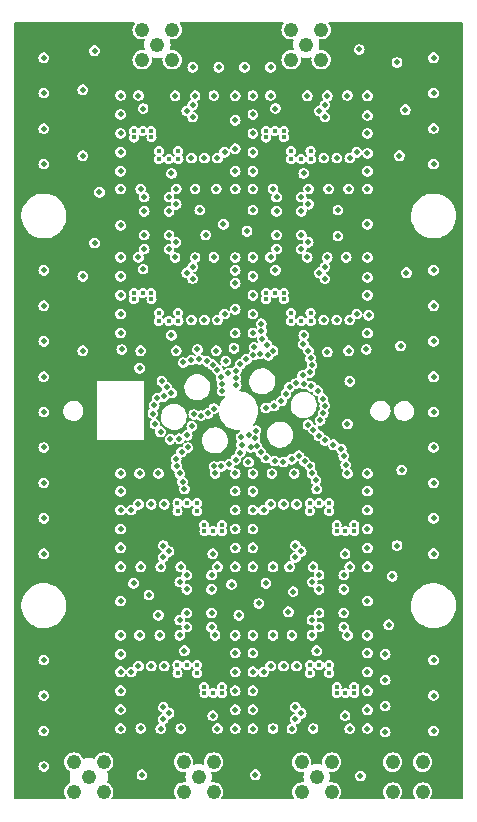
<source format=gbr>
%TF.GenerationSoftware,KiCad,Pcbnew,7.0.5-4d25ed1034~172~ubuntu22.04.1*%
%TF.CreationDate,2023-07-12T12:46:34+02:00*%
%TF.ProjectId,Chubut_2,43687562-7574-45f3-922e-6b696361645f,rev?*%
%TF.SameCoordinates,Original*%
%TF.FileFunction,Copper,L2,Inr*%
%TF.FilePolarity,Positive*%
%FSLAX46Y46*%
G04 Gerber Fmt 4.6, Leading zero omitted, Abs format (unit mm)*
G04 Created by KiCad (PCBNEW 7.0.5-4d25ed1034~172~ubuntu22.04.1) date 2023-07-12 12:46:34*
%MOMM*%
%LPD*%
G01*
G04 APERTURE LIST*
%TA.AperFunction,ComponentPad*%
%ADD10C,0.450000*%
%TD*%
%TA.AperFunction,ComponentPad*%
%ADD11C,1.240000*%
%TD*%
%TA.AperFunction,ViaPad*%
%ADD12C,0.500000*%
%TD*%
G04 APERTURE END LIST*
D10*
%TO.N,GND*%
%TO.C,U1*%
X8297500Y-10197500D03*
X9037500Y-10197500D03*
X9787500Y-10187500D03*
X8287500Y-9657500D03*
X9787500Y-9647500D03*
X6017500Y-8507500D03*
X7667500Y-8507500D03*
X6817500Y-7817500D03*
X6007500Y-7807500D03*
X7667500Y-7807500D03*
%TD*%
%TO.N,GND*%
%TO.C,U3*%
X3802500Y9997500D03*
X3062500Y9997500D03*
X2312500Y9987500D03*
X3812500Y9457500D03*
X2312500Y9447500D03*
X6082500Y8307500D03*
X4432500Y8307500D03*
X5282500Y7617500D03*
X6092500Y7607500D03*
X4432500Y7607500D03*
%TD*%
D11*
%TO.N,/CH1/Out*%
%TO.C,J6*%
X-3400000Y-31000000D03*
%TO.N,GND*%
X-2130000Y-32270000D03*
X-2130000Y-29730000D03*
X-4670000Y-32270000D03*
X-4670000Y-29730000D03*
%TD*%
%TO.N,/POWER*%
%TO.C,J1*%
X14300000Y-31000000D03*
%TO.N,GND*%
X15570000Y-32270000D03*
X15570000Y-29730000D03*
X13030000Y-32270000D03*
X13030000Y-29730000D03*
%TD*%
D10*
%TO.N,GND*%
%TO.C,U7*%
X-2902500Y-10197500D03*
X-2162500Y-10197500D03*
X-1412500Y-10187500D03*
X-2912500Y-9657500D03*
X-1412500Y-9647500D03*
X-5182500Y-8507500D03*
X-3532500Y-8507500D03*
X-4382500Y-7817500D03*
X-5192500Y-7807500D03*
X-3532500Y-7807500D03*
%TD*%
D11*
%TO.N,/CH3/Out*%
%TO.C,J8*%
X5700000Y31000000D03*
%TO.N,GND*%
X4430000Y32270000D03*
X4430000Y29730000D03*
X6970000Y32270000D03*
X6970000Y29730000D03*
%TD*%
D10*
%TO.N,GND*%
%TO.C,U8*%
X-2902500Y-23897500D03*
X-2162500Y-23897500D03*
X-1412500Y-23887500D03*
X-2912500Y-23357500D03*
X-1412500Y-23347500D03*
X-5182500Y-22207500D03*
X-3532500Y-22207500D03*
X-4382500Y-21517500D03*
X-5192500Y-21507500D03*
X-3532500Y-21507500D03*
%TD*%
%TO.N,GND*%
%TO.C,U6*%
X-7397500Y23697500D03*
X-8137500Y23697500D03*
X-8887500Y23687500D03*
X-7387500Y23157500D03*
X-8887500Y23147500D03*
X-5117500Y22007500D03*
X-6767500Y22007500D03*
X-5917500Y21317500D03*
X-5107500Y21307500D03*
X-6767500Y21307500D03*
%TD*%
D11*
%TO.N,/HV1*%
%TO.C,J11*%
X-12700000Y-31000000D03*
%TO.N,GND*%
X-11430000Y-32270000D03*
X-11430000Y-29730000D03*
X-13970000Y-32270000D03*
X-13970000Y-29730000D03*
%TD*%
%TO.N,/CH4/Out*%
%TO.C,J9*%
X-6900000Y31000000D03*
%TO.N,GND*%
X-8170000Y32270000D03*
X-8170000Y29730000D03*
X-5630000Y32270000D03*
X-5630000Y29730000D03*
%TD*%
D10*
%TO.N,GND*%
%TO.C,U4*%
X3802500Y23697500D03*
X3062500Y23697500D03*
X2312500Y23687500D03*
X3812500Y23157500D03*
X2312500Y23147500D03*
X6082500Y22007500D03*
X4432500Y22007500D03*
X5282500Y21317500D03*
X6092500Y21307500D03*
X4432500Y21307500D03*
%TD*%
D11*
%TO.N,/CH2/Out*%
%TO.C,J7*%
X6600000Y-31000000D03*
%TO.N,GND*%
X7870000Y-32270000D03*
X7870000Y-29730000D03*
X5330000Y-32270000D03*
X5330000Y-29730000D03*
%TD*%
D10*
%TO.N,GND*%
%TO.C,U2*%
X8297500Y-23897500D03*
X9037500Y-23897500D03*
X9787500Y-23887500D03*
X8287500Y-23357500D03*
X9787500Y-23347500D03*
X6017500Y-22207500D03*
X7667500Y-22207500D03*
X6817500Y-21517500D03*
X6007500Y-21507500D03*
X7667500Y-21507500D03*
%TD*%
%TO.N,GND*%
%TO.C,U5*%
X-7397500Y9997500D03*
X-8137500Y9997500D03*
X-8887500Y9987500D03*
X-7387500Y9457500D03*
X-8887500Y9447500D03*
X-5117500Y8307500D03*
X-6767500Y8307500D03*
X-5917500Y7617500D03*
X-5107500Y7607500D03*
X-6767500Y7607500D03*
%TD*%
D12*
%TO.N,GND*%
X821308Y-4342476D03*
X10200000Y30600000D03*
X-7161914Y463974D03*
X145850Y3974699D03*
X1200000Y9789694D03*
X-8000000Y14900000D03*
X5300000Y-25600000D03*
X8900000Y-15100000D03*
X16500000Y2900000D03*
X10900000Y21800000D03*
X-1474556Y-4683827D03*
X2406941Y5573237D03*
X-1300000Y15800000D03*
X6800000Y25400000D03*
X6079223Y4472102D03*
X-10000000Y-10000000D03*
X-6400000Y-11400000D03*
X7300000Y11200000D03*
X-4905966Y-26889694D03*
X8300000Y21400000D03*
X14100000Y25500000D03*
X-10000000Y8200000D03*
X4500000Y-26900000D03*
X1200000Y-22089694D03*
X1916936Y6784484D03*
X10900000Y9789694D03*
X1700000Y-16300000D03*
X6040683Y-4700344D03*
X-1400000Y2300000D03*
X-12200000Y30500000D03*
X-1800000Y-13200000D03*
X5805966Y26689694D03*
X2512524Y4701142D03*
X6200000Y3900000D03*
X-2000000Y-5300000D03*
X16500000Y8900000D03*
X1200000Y-13200000D03*
X1200000Y13000000D03*
X-10000000Y15700000D03*
X-12200000Y14200000D03*
X6700000Y1700000D03*
X10900000Y15800000D03*
X4477073Y-4094720D03*
X-3900000Y12200000D03*
X7200000Y7700000D03*
X-4400000Y-13900000D03*
X-400000Y5300000D03*
X1200000Y21900000D03*
X-300000Y-19000000D03*
X3998080Y1405444D03*
X-8300000Y-13189694D03*
X-6330558Y1229262D03*
X10900000Y-22100000D03*
X-5900000Y14900000D03*
X1200000Y20289694D03*
X5300000Y16900000D03*
X10900000Y-16100000D03*
X-13200000Y5100000D03*
X-10000000Y-5300000D03*
X1200000Y8200000D03*
X-3900000Y25900000D03*
X-300000Y26689694D03*
X-2300000Y-13900000D03*
X-16500000Y-27100000D03*
X1000000Y-3100000D03*
X-6400000Y-12400000D03*
X-8300000Y-26889694D03*
X-300000Y10800000D03*
X-4985078Y-14479532D03*
X2900000Y-13189694D03*
X-8300000Y5100000D03*
X10900000Y-6789694D03*
X5900000Y5100000D03*
X-4400000Y-15100000D03*
X-300000Y-22100000D03*
X-11800000Y18500000D03*
X7500000Y5000000D03*
X9294034Y18800000D03*
X4900000Y-7900000D03*
X-1800000Y3500000D03*
X5900000Y18800000D03*
X-10000000Y20289694D03*
X16500000Y-27100000D03*
X5400000Y3000000D03*
X6900000Y-800000D03*
X1200000Y-26900000D03*
X9057791Y-4579220D03*
X11000000Y8100000D03*
X10900000Y11300000D03*
X-300000Y18800000D03*
X-16500000Y20900000D03*
X4800000Y-25100000D03*
X13800000Y-5000000D03*
X12400000Y-25000000D03*
X5805966Y12989694D03*
X4800000Y-26100000D03*
X-16500000Y-30100000D03*
X-5256952Y-4700344D03*
X8900000Y-13900000D03*
X-10000000Y13000000D03*
X12700000Y-18100000D03*
X-10000000Y-13200000D03*
X-16500000Y-100000D03*
X-300000Y-25300000D03*
X10900000Y6589694D03*
X10900000Y-11600000D03*
X-8000000Y13700000D03*
X-4400000Y25400000D03*
X5864502Y-1165704D03*
X-5900000Y13700000D03*
X2700000Y26700000D03*
X-6500000Y2500000D03*
X4300000Y-13200000D03*
X16500000Y-9100000D03*
X2100000Y-8400000D03*
X4700000Y-5300000D03*
X1454460Y-1661214D03*
X2700000Y-7900000D03*
X12400000Y-22800000D03*
X1400000Y-30800000D03*
X1382886Y-2294366D03*
X-10000000Y-11589694D03*
X5500000Y20100000D03*
X2100000Y-22100000D03*
X-10000000Y-16100000D03*
X-1800000Y-26900000D03*
X3200000Y18100000D03*
X9200000Y26700000D03*
X-600000Y-14700000D03*
X3200000Y14900000D03*
X4600000Y-15300000D03*
X8677900Y-3224824D03*
X-2100000Y200000D03*
X1200000Y-25289694D03*
X-5700000Y1500000D03*
X-5900000Y16900000D03*
X3100000Y11900000D03*
X-16500000Y11900000D03*
X16500000Y11900000D03*
X14200000Y11700000D03*
X650536Y4372331D03*
X-6400000Y-26100000D03*
X7125301Y1042069D03*
X16500000Y5900000D03*
X-4700000Y4100000D03*
X9200000Y-19000000D03*
X-6400000Y-25100000D03*
X-300000Y24600000D03*
X1200000Y-10000000D03*
X12400000Y-27200000D03*
X1246984Y4716436D03*
X1856374Y-3511119D03*
X6536194Y-5862041D03*
X-8500000Y13000000D03*
X-6600000Y-13200000D03*
X10900000Y-19000000D03*
X13400000Y29500000D03*
X2805966Y-5300000D03*
X5300000Y13700000D03*
X-1200000Y8200000D03*
X-300000Y-20489694D03*
X2285816Y249253D03*
X2291322Y-3990113D03*
X-8100000Y25600000D03*
X1200000Y-11589694D03*
X-6611347Y-1765822D03*
X127593Y-3527636D03*
X2900000Y-19000000D03*
X-5394034Y26689694D03*
X-2085686Y-4705850D03*
X5500000Y6400000D03*
X-300000Y20289694D03*
X-7266522Y-224234D03*
X1200000Y17000000D03*
X-3300000Y17000000D03*
X10900000Y18800000D03*
X4800000Y-12400000D03*
X4829436Y2324891D03*
X10000000Y8200000D03*
X-8394034Y-5300000D03*
X9400000Y7700000D03*
X6600000Y-20300000D03*
X-1200000Y21900000D03*
X2010532Y6107287D03*
X-5300000Y-4100000D03*
X-10000000Y-8389694D03*
X-4300000Y-3100000D03*
X16500000Y29900000D03*
X-10000000Y23489694D03*
X-10000000Y-25289694D03*
X-3700000Y26689694D03*
X8900000Y-18300000D03*
X-2100000Y26700000D03*
X-8000000Y18100000D03*
X-5300000Y18800000D03*
X16500000Y-6100000D03*
X-8500000Y-7900000D03*
X7300000Y25900000D03*
X9400000Y-26900000D03*
X13600000Y21600000D03*
X-4400000Y-18300000D03*
X6800000Y-17100000D03*
X8900000Y-3800000D03*
X10000000Y21900000D03*
X-2300000Y-17100000D03*
X16500000Y-12100000D03*
X6294034Y-26889694D03*
X10900000Y-5300000D03*
X1200000Y6589694D03*
X-10000000Y-19000000D03*
X6794960Y-2096162D03*
X-2100000Y13000000D03*
X-5025714Y-2354928D03*
X7500000Y12989694D03*
X2900000Y-26889694D03*
X-16500000Y5900000D03*
X-6300000Y-21600000D03*
X9000000Y-25800000D03*
X-205900Y2166239D03*
X500000Y29100000D03*
X-16500000Y23900000D03*
X2300000Y-14600000D03*
X1200000Y25100000D03*
X7600000Y18800000D03*
X-3900000Y24900000D03*
X-3700000Y18800000D03*
X8017219Y-2866956D03*
X-300000Y-11600000D03*
X-5900000Y18100000D03*
X-300000Y-23689694D03*
X10900000Y-23689694D03*
X2700000Y13000000D03*
X-2900000Y21400000D03*
X6800000Y-18300000D03*
X10900000Y-9989694D03*
X-4354022Y-2068634D03*
X-5300000Y17500000D03*
X13000000Y-14000000D03*
X-6100000Y2000000D03*
X-5300000Y5100000D03*
X8400000Y14800000D03*
X-300000Y-9989694D03*
X-7400000Y-21600000D03*
X10900000Y-20489694D03*
X-2600000Y-200000D03*
X-13200000Y11400000D03*
X6600000Y-6600000D03*
X8900000Y-17100000D03*
X10900000Y20289694D03*
X243212Y-2872462D03*
X-2300000Y-18300000D03*
X-9100000Y-8400000D03*
X6315967Y-1584135D03*
X-300000Y6589694D03*
X-300000Y22200000D03*
X16500000Y-3100000D03*
X-2200000Y-25800000D03*
X-5000000Y-17700000D03*
X-1905966Y5100000D03*
X6200000Y-5300000D03*
X3612683Y821843D03*
X-16500000Y-6100000D03*
X3800000Y-7900000D03*
X7300000Y24900000D03*
X10900000Y-8400000D03*
X6214922Y-14479532D03*
X-13200000Y27200000D03*
X-6900000Y1100000D03*
X9000000Y-12100000D03*
X-5000000Y-19000000D03*
X-13200000Y21600000D03*
X-4905966Y-13189694D03*
X-8500000Y26700000D03*
X-16500000Y-3100000D03*
X-2200000Y-12100000D03*
X13400000Y-11400000D03*
X7200000Y21400000D03*
X1200000Y-20500000D03*
X-7100000Y-1100000D03*
X-9100000Y-22100000D03*
X-3968625Y-1292334D03*
X-2800000Y14900000D03*
X6800000Y-15100000D03*
X1300000Y5400000D03*
X10900000Y-13200000D03*
X-5800000Y-2400000D03*
X5100000Y-3800000D03*
X-10000000Y21900000D03*
X13700000Y5500000D03*
X-2700000Y4200000D03*
X-1800000Y21400000D03*
X9400000Y-13200000D03*
X-10000000Y25100000D03*
X-3700000Y12989694D03*
X-10000000Y-23700000D03*
X2700000Y-21600000D03*
X16500000Y-21100000D03*
X5572701Y-4281913D03*
X9100000Y13000000D03*
X5900000Y17500000D03*
X-5700000Y6400000D03*
X1828138Y4812020D03*
X-1800000Y7700000D03*
X10900000Y12989694D03*
X-300000Y-13200000D03*
X1200000Y26700000D03*
X9200000Y-1100000D03*
X-5394034Y12989694D03*
X-300000Y11900000D03*
X-3900000Y11200000D03*
X-1905966Y18800000D03*
X-300000Y-26900000D03*
X-8900000Y-14600000D03*
X-8200000Y-30800000D03*
X-4600000Y-6600000D03*
X0Y-17300000D03*
X10800000Y5200000D03*
X-1500000Y2900000D03*
X-4000000Y21400000D03*
X3100000Y25600000D03*
X-4838521Y-3478085D03*
X8300000Y7700000D03*
X-10000000Y-22089694D03*
X193661Y-2211781D03*
X-10000000Y6589694D03*
X7300000Y12200000D03*
X-4400000Y-17100000D03*
X10900000Y-26900000D03*
X-4755936Y-5988671D03*
X4300000Y2000000D03*
X2700000Y29100000D03*
X-6300000Y-7900000D03*
X-300000Y8600000D03*
X-252297Y-4116743D03*
X5885078Y14279532D03*
X1200000Y-8389694D03*
X-5900000Y-11900000D03*
X6139786Y2071630D03*
X16500000Y23900000D03*
X-7400000Y-7900000D03*
X1200000Y23489694D03*
X-8400000Y3600000D03*
X-8300000Y18800000D03*
X832319Y-2002566D03*
X6294034Y-13189694D03*
X1200000Y-6800000D03*
X-4600000Y-20300000D03*
X3800000Y-21600000D03*
X-10000000Y18800000D03*
X-300000Y-5300000D03*
X10900000Y23489694D03*
X4900000Y-21600000D03*
X-9900000Y5200000D03*
X-6800000Y-17300000D03*
X-3200000Y-400000D03*
X-300000Y-8400000D03*
X7500000Y26689694D03*
X1900419Y7379097D03*
X6800000Y11700000D03*
X2900000Y18800000D03*
X700000Y15200000D03*
X-3900000Y29100000D03*
X5300000Y18100000D03*
X6800000Y-13900000D03*
X-16500000Y2900000D03*
X-4000000Y7700000D03*
X-6800000Y-5300000D03*
X5473599Y5633799D03*
X5300000Y14900000D03*
X4800000Y-11400000D03*
X-797359Y-4518657D03*
X-900000Y3200000D03*
X-1400000Y1700000D03*
X3200000Y13700000D03*
X-4036930Y4299687D03*
X-6600000Y-26900000D03*
X-10000000Y26700000D03*
X-2000000Y-19000000D03*
X3788864Y-4314947D03*
X9400000Y21400000D03*
X2996047Y436446D03*
X7158335Y-174683D03*
X4505966Y-19000000D03*
X-5314922Y14279532D03*
X10300000Y-30900000D03*
X-3325781Y4357038D03*
X-16500000Y-21100000D03*
X-16500000Y-24100000D03*
X9294034Y5100000D03*
X-6694034Y-19000000D03*
X-4400000Y11700000D03*
X-8100000Y12000000D03*
X-7600000Y-15600000D03*
X3040093Y-4243374D03*
X1200000Y-5300000D03*
X1200000Y-19000000D03*
X-10000000Y-26900000D03*
X16500000Y20900000D03*
X-300000Y-6789694D03*
X-205900Y3401192D03*
X16500000Y-24100000D03*
X1200000Y11400000D03*
X16500000Y-100000D03*
X10900000Y-25300000D03*
X-8400000Y-19000000D03*
X-16500000Y-9100000D03*
X-8000000Y16900000D03*
X-3500000Y5200000D03*
X-300000Y12989694D03*
X-5700000Y20100000D03*
X-10000000Y-6800000D03*
X8400000Y17000000D03*
X-2900000Y7700000D03*
X9200000Y-5300000D03*
X7300000Y-2500000D03*
X-10000000Y11400000D03*
X-2300000Y-15100000D03*
X1200000Y18800000D03*
X-16500000Y-12100000D03*
X9400000Y2500000D03*
X-16500000Y29900000D03*
X-1100000Y4200000D03*
X12397667Y-20599341D03*
X6018661Y3266360D03*
X5300000Y-11900000D03*
X-3800000Y-300000D03*
X10900000Y25000000D03*
X6200000Y-19000000D03*
X4200000Y-17000000D03*
X5506633Y2280845D03*
X16500000Y26900000D03*
X-1700000Y29100000D03*
X1200000Y-23700000D03*
X1509516Y-2955047D03*
X-16500000Y8900000D03*
X-8500000Y-21600000D03*
X-5000000Y-5300000D03*
X-267075Y2812391D03*
X3200000Y16900000D03*
X10900000Y26689694D03*
X-10000000Y9789694D03*
X-10000000Y-20600000D03*
X-16500000Y26900000D03*
X6200000Y-17700000D03*
X2900000Y5100000D03*
X-2200000Y3900000D03*
X-5900000Y-25600000D03*
X7284965Y452963D03*
%TO.N,/POWER*%
X2700000Y31100000D03*
X8300000Y24900000D03*
X500000Y31100000D03*
X-1700000Y31100000D03*
X-3900000Y31100000D03*
X14300000Y-22800000D03*
X8300000Y11200000D03*
X-7400000Y-25100000D03*
X14300000Y-20600000D03*
X-7400000Y-11400000D03*
X3800000Y-25100000D03*
X-2900000Y11200000D03*
X14300000Y-27200000D03*
X-2900000Y24900000D03*
X3800000Y-11400000D03*
X14300000Y-25000000D03*
%TD*%
%TA.AperFunction,Conductor*%
%TO.N,/POWER*%
G36*
X-8805350Y32881987D02*
G01*
X-8787337Y32838500D01*
X-8805349Y32795013D01*
X-8815552Y32784811D01*
X-8913923Y32628254D01*
X-8974990Y32453734D01*
X-8995692Y32270000D01*
X-8974990Y32086266D01*
X-8913923Y31911746D01*
X-8815552Y31755189D01*
X-8684811Y31624448D01*
X-8528254Y31526077D01*
X-8528251Y31526076D01*
X-8353732Y31465009D01*
X-8170003Y31444308D01*
X-8170000Y31444308D01*
X-8169997Y31444308D01*
X-8022026Y31460980D01*
X-7976795Y31447950D01*
X-7954027Y31406753D01*
X-7955987Y31383038D01*
X-8006140Y31206773D01*
X-8025300Y31000000D01*
X-8006140Y30793227D01*
X-8006138Y30793220D01*
X-7955988Y30616962D01*
X-7961412Y30570206D01*
X-7998310Y30540980D01*
X-8022024Y30539019D01*
X-8079313Y30545473D01*
X-8169997Y30555692D01*
X-8170003Y30555692D01*
X-8280240Y30543270D01*
X-8353734Y30534990D01*
X-8528254Y30473923D01*
X-8684811Y30375552D01*
X-8815552Y30244811D01*
X-8913923Y30088254D01*
X-8974990Y29913734D01*
X-8995692Y29730000D01*
X-8974990Y29546266D01*
X-8913923Y29371746D01*
X-8815552Y29215189D01*
X-8684811Y29084448D01*
X-8528254Y28986077D01*
X-8528251Y28986076D01*
X-8353732Y28925009D01*
X-8170003Y28904308D01*
X-8170000Y28904308D01*
X-8169997Y28904308D01*
X-7986267Y28925009D01*
X-7811748Y28986076D01*
X-7811744Y28986078D01*
X-7655187Y29084449D01*
X-7524449Y29215187D01*
X-7426078Y29371744D01*
X-7426076Y29371748D01*
X-7365009Y29546267D01*
X-7344308Y29729997D01*
X-7344308Y29730002D01*
X-7361269Y29880537D01*
X-7348239Y29925768D01*
X-7307042Y29948536D01*
X-7277940Y29944770D01*
X-7228888Y29925768D01*
X-7207953Y29917658D01*
X-7003830Y29879500D01*
X-7003827Y29879500D01*
X-6796173Y29879500D01*
X-6796170Y29879500D01*
X-6592047Y29917658D01*
X-6592046Y29917658D01*
X-6592042Y29917659D01*
X-6522058Y29944770D01*
X-6475001Y29943682D01*
X-6442496Y29909638D01*
X-6438730Y29880538D01*
X-6455692Y29730000D01*
X-6434990Y29546266D01*
X-6373923Y29371746D01*
X-6275552Y29215189D01*
X-6144811Y29084448D01*
X-5988254Y28986077D01*
X-5988251Y28986076D01*
X-5813732Y28925009D01*
X-5630003Y28904308D01*
X-5630000Y28904308D01*
X-5629997Y28904308D01*
X-5446267Y28925009D01*
X-5271748Y28986076D01*
X-5271744Y28986078D01*
X-5115187Y29084449D01*
X-5099636Y29100000D01*
X-4355133Y29100000D01*
X-4336697Y28971774D01*
X-4282882Y28853937D01*
X-4198049Y28756033D01*
X-4198046Y28756031D01*
X-4198045Y28756030D01*
X-4089071Y28685997D01*
X-4089064Y28685994D01*
X-3964772Y28649500D01*
X-3835228Y28649500D01*
X-3710935Y28685994D01*
X-3710928Y28685997D01*
X-3601954Y28756030D01*
X-3601953Y28756031D01*
X-3601951Y28756033D01*
X-3517118Y28853937D01*
X-3517117Y28853938D01*
X-3517116Y28853940D01*
X-3463304Y28971769D01*
X-3463303Y28971773D01*
X-3444867Y29099999D01*
X-3444867Y29100000D01*
X-2155133Y29100000D01*
X-2136697Y28971774D01*
X-2082882Y28853937D01*
X-1998049Y28756033D01*
X-1998046Y28756031D01*
X-1998045Y28756030D01*
X-1889071Y28685997D01*
X-1889064Y28685994D01*
X-1764772Y28649500D01*
X-1635228Y28649500D01*
X-1510935Y28685994D01*
X-1510928Y28685997D01*
X-1401954Y28756030D01*
X-1401953Y28756031D01*
X-1401951Y28756033D01*
X-1317118Y28853937D01*
X-1317117Y28853938D01*
X-1317116Y28853940D01*
X-1263304Y28971769D01*
X-1263303Y28971773D01*
X-1244867Y29099999D01*
X44867Y29099999D01*
X63303Y28971773D01*
X63304Y28971769D01*
X117116Y28853940D01*
X117117Y28853938D01*
X117118Y28853937D01*
X201951Y28756033D01*
X201953Y28756031D01*
X201954Y28756030D01*
X310928Y28685997D01*
X310935Y28685994D01*
X435228Y28649500D01*
X564772Y28649500D01*
X689064Y28685994D01*
X689071Y28685997D01*
X798045Y28756030D01*
X798046Y28756031D01*
X798049Y28756033D01*
X882882Y28853937D01*
X936697Y28971774D01*
X955133Y29099999D01*
X2244867Y29099999D01*
X2263303Y28971773D01*
X2263304Y28971769D01*
X2317116Y28853940D01*
X2317117Y28853938D01*
X2317118Y28853937D01*
X2401951Y28756033D01*
X2401953Y28756031D01*
X2401954Y28756030D01*
X2510928Y28685997D01*
X2510935Y28685994D01*
X2635228Y28649500D01*
X2764772Y28649500D01*
X2889064Y28685994D01*
X2889071Y28685997D01*
X2998045Y28756030D01*
X2998046Y28756031D01*
X2998049Y28756033D01*
X3082882Y28853937D01*
X3136697Y28971774D01*
X3155133Y29100000D01*
X3136697Y29228226D01*
X3082882Y29346063D01*
X2998049Y29443967D01*
X2889069Y29514004D01*
X2764772Y29550500D01*
X2635228Y29550500D01*
X2510931Y29514004D01*
X2510928Y29514002D01*
X2410561Y29449500D01*
X2401951Y29443967D01*
X2317118Y29346063D01*
X2317116Y29346059D01*
X2263304Y29228230D01*
X2263303Y29228226D01*
X2244867Y29100000D01*
X2244867Y29099999D01*
X955133Y29099999D01*
X955133Y29100000D01*
X936697Y29228226D01*
X882882Y29346063D01*
X798049Y29443967D01*
X689069Y29514004D01*
X564772Y29550500D01*
X435228Y29550500D01*
X310931Y29514004D01*
X310928Y29514002D01*
X210561Y29449500D01*
X201951Y29443967D01*
X117118Y29346063D01*
X117116Y29346059D01*
X63304Y29228230D01*
X63303Y29228226D01*
X44867Y29100000D01*
X44867Y29099999D01*
X-1244867Y29099999D01*
X-1244867Y29100000D01*
X-1263303Y29228226D01*
X-1263304Y29228230D01*
X-1317116Y29346059D01*
X-1317118Y29346063D01*
X-1401951Y29443967D01*
X-1410561Y29449500D01*
X-1510928Y29514002D01*
X-1510931Y29514004D01*
X-1635228Y29550500D01*
X-1764772Y29550500D01*
X-1889069Y29514004D01*
X-1998049Y29443967D01*
X-2082882Y29346063D01*
X-2136697Y29228226D01*
X-2155133Y29100000D01*
X-3444867Y29100000D01*
X-3463303Y29228226D01*
X-3463304Y29228230D01*
X-3517116Y29346059D01*
X-3517118Y29346063D01*
X-3601951Y29443967D01*
X-3610561Y29449500D01*
X-3710928Y29514002D01*
X-3710931Y29514004D01*
X-3835228Y29550500D01*
X-3964772Y29550500D01*
X-4089069Y29514004D01*
X-4198049Y29443967D01*
X-4282882Y29346063D01*
X-4336697Y29228226D01*
X-4355133Y29100000D01*
X-5099636Y29100000D01*
X-4984449Y29215187D01*
X-4886078Y29371744D01*
X-4886076Y29371748D01*
X-4825009Y29546267D01*
X-4804308Y29729997D01*
X-4804308Y29730002D01*
X-4825009Y29913732D01*
X-4886076Y30088251D01*
X-4886077Y30088254D01*
X-4984448Y30244811D01*
X-5115189Y30375552D01*
X-5271746Y30473923D01*
X-5446266Y30534990D01*
X-5499428Y30540980D01*
X-5629997Y30555692D01*
X-5630003Y30555692D01*
X-5705303Y30547207D01*
X-5777973Y30539019D01*
X-5823203Y30552049D01*
X-5845972Y30593246D01*
X-5844011Y30616962D01*
X-5793861Y30793220D01*
X-5793860Y30793226D01*
X-5774700Y31000000D01*
X-5793860Y31206773D01*
X-5793861Y31206779D01*
X-5844011Y31383037D01*
X-5838587Y31429793D01*
X-5801689Y31459019D01*
X-5777973Y31460980D01*
X-5630003Y31444308D01*
X-5630000Y31444308D01*
X-5629997Y31444308D01*
X-5446267Y31465009D01*
X-5271748Y31526076D01*
X-5271744Y31526078D01*
X-5115187Y31624449D01*
X-4984449Y31755187D01*
X-4886078Y31911744D01*
X-4886076Y31911748D01*
X-4825009Y32086267D01*
X-4804308Y32269997D01*
X-4804308Y32270002D01*
X-4825009Y32453732D01*
X-4886076Y32628251D01*
X-4886077Y32628254D01*
X-4984448Y32784811D01*
X-4994649Y32795013D01*
X-5012663Y32838500D01*
X-4994650Y32881987D01*
X-4951163Y32900000D01*
X3751163Y32900000D01*
X3794650Y32881987D01*
X3812663Y32838500D01*
X3794649Y32795013D01*
X3784448Y32784811D01*
X3686077Y32628254D01*
X3686076Y32628251D01*
X3625009Y32453732D01*
X3604308Y32270002D01*
X3604308Y32269997D01*
X3625009Y32086267D01*
X3686076Y31911748D01*
X3686078Y31911744D01*
X3784449Y31755187D01*
X3915187Y31624449D01*
X4071744Y31526078D01*
X4071748Y31526076D01*
X4246267Y31465009D01*
X4429997Y31444308D01*
X4430000Y31444308D01*
X4430003Y31444308D01*
X4577973Y31460980D01*
X4623204Y31447950D01*
X4645972Y31406753D01*
X4644011Y31383037D01*
X4593861Y31206779D01*
X4593860Y31206773D01*
X4574700Y31000000D01*
X4593860Y30793226D01*
X4593861Y30793220D01*
X4644011Y30616962D01*
X4638587Y30570206D01*
X4601689Y30540980D01*
X4577974Y30539019D01*
X4505303Y30547207D01*
X4430003Y30555692D01*
X4429997Y30555692D01*
X4299428Y30540980D01*
X4246266Y30534990D01*
X4071746Y30473923D01*
X3915189Y30375552D01*
X3784448Y30244811D01*
X3686077Y30088254D01*
X3686076Y30088251D01*
X3625009Y29913732D01*
X3604308Y29730002D01*
X3604308Y29729997D01*
X3625009Y29546267D01*
X3686076Y29371748D01*
X3686078Y29371744D01*
X3784449Y29215187D01*
X3915187Y29084449D01*
X4071744Y28986078D01*
X4071748Y28986076D01*
X4246267Y28925009D01*
X4429997Y28904308D01*
X4430000Y28904308D01*
X4430003Y28904308D01*
X4613732Y28925009D01*
X4788251Y28986076D01*
X4788254Y28986077D01*
X4944811Y29084448D01*
X5075552Y29215189D01*
X5173923Y29371746D01*
X5234990Y29546266D01*
X5255692Y29730000D01*
X5238730Y29880538D01*
X5251760Y29925767D01*
X5292957Y29948536D01*
X5322058Y29944770D01*
X5392042Y29917659D01*
X5392046Y29917658D01*
X5392047Y29917658D01*
X5596170Y29879500D01*
X5596173Y29879500D01*
X5803827Y29879500D01*
X5803830Y29879500D01*
X6007953Y29917658D01*
X6028888Y29925768D01*
X6077940Y29944770D01*
X6124998Y29943682D01*
X6157503Y29909639D01*
X6161269Y29880537D01*
X6144308Y29730002D01*
X6144308Y29729997D01*
X6165009Y29546267D01*
X6226076Y29371748D01*
X6226078Y29371744D01*
X6324449Y29215187D01*
X6455187Y29084449D01*
X6611744Y28986078D01*
X6611748Y28986076D01*
X6786267Y28925009D01*
X6969997Y28904308D01*
X6970000Y28904308D01*
X6970003Y28904308D01*
X7153732Y28925009D01*
X7328251Y28986076D01*
X7328254Y28986077D01*
X7484811Y29084448D01*
X7615552Y29215189D01*
X7713923Y29371746D01*
X7758801Y29499999D01*
X12944867Y29499999D01*
X12963303Y29371773D01*
X12963304Y29371769D01*
X13017116Y29253940D01*
X13017117Y29253938D01*
X13017118Y29253937D01*
X13050693Y29215189D01*
X13101953Y29156031D01*
X13101954Y29156030D01*
X13210928Y29085997D01*
X13210935Y29085994D01*
X13335228Y29049500D01*
X13464772Y29049500D01*
X13589064Y29085994D01*
X13589071Y29085997D01*
X13698045Y29156030D01*
X13698046Y29156031D01*
X13698049Y29156033D01*
X13782882Y29253937D01*
X13824955Y29346063D01*
X13836695Y29371769D01*
X13836695Y29371770D01*
X13836697Y29371774D01*
X13855133Y29500000D01*
X13836697Y29628226D01*
X13782882Y29746063D01*
X13698049Y29843967D01*
X13610861Y29899999D01*
X16044867Y29899999D01*
X16063303Y29771773D01*
X16063304Y29771769D01*
X16117116Y29653940D01*
X16117117Y29653938D01*
X16117118Y29653937D01*
X16201951Y29556033D01*
X16201953Y29556031D01*
X16201954Y29556030D01*
X16310928Y29485997D01*
X16310935Y29485994D01*
X16435228Y29449500D01*
X16564772Y29449500D01*
X16689064Y29485994D01*
X16689071Y29485997D01*
X16798045Y29556030D01*
X16798046Y29556031D01*
X16798049Y29556033D01*
X16882882Y29653937D01*
X16936697Y29771774D01*
X16955133Y29900000D01*
X16936697Y30028226D01*
X16882882Y30146063D01*
X16798049Y30243967D01*
X16689069Y30314004D01*
X16564772Y30350500D01*
X16435228Y30350500D01*
X16310931Y30314004D01*
X16201951Y30243967D01*
X16117118Y30146063D01*
X16117116Y30146059D01*
X16063304Y30028230D01*
X16063303Y30028226D01*
X16044867Y29900000D01*
X16044867Y29899999D01*
X13610861Y29899999D01*
X13589069Y29914004D01*
X13464772Y29950500D01*
X13335228Y29950500D01*
X13210931Y29914004D01*
X13101951Y29843967D01*
X13017118Y29746063D01*
X13017116Y29746059D01*
X12963304Y29628230D01*
X12963303Y29628226D01*
X12944867Y29500000D01*
X12944867Y29499999D01*
X7758801Y29499999D01*
X7774990Y29546266D01*
X7795692Y29730000D01*
X7774990Y29913734D01*
X7713923Y30088254D01*
X7615552Y30244811D01*
X7484811Y30375552D01*
X7328254Y30473923D01*
X7153734Y30534990D01*
X7080240Y30543270D01*
X6970003Y30555692D01*
X6969997Y30555692D01*
X6879313Y30545473D01*
X6822025Y30539019D01*
X6776796Y30552049D01*
X6754027Y30593246D01*
X6754585Y30599999D01*
X9744867Y30599999D01*
X9763303Y30471773D01*
X9763304Y30471769D01*
X9817116Y30353940D01*
X9817117Y30353938D01*
X9817118Y30353937D01*
X9901951Y30256033D01*
X9901953Y30256031D01*
X9901954Y30256030D01*
X10010928Y30185997D01*
X10010935Y30185994D01*
X10135228Y30149500D01*
X10264772Y30149500D01*
X10389064Y30185994D01*
X10389071Y30185997D01*
X10498045Y30256030D01*
X10498046Y30256031D01*
X10498049Y30256033D01*
X10582882Y30353937D01*
X10636697Y30471774D01*
X10655133Y30600000D01*
X10636697Y30728226D01*
X10582882Y30846063D01*
X10498049Y30943967D01*
X10389069Y31014004D01*
X10264772Y31050500D01*
X10135228Y31050500D01*
X10010931Y31014004D01*
X10010928Y31014002D01*
X9912117Y30950500D01*
X9901951Y30943967D01*
X9817118Y30846063D01*
X9817116Y30846059D01*
X9763304Y30728230D01*
X9763303Y30728226D01*
X9744867Y30600000D01*
X9744867Y30599999D01*
X6754585Y30599999D01*
X6755988Y30616962D01*
X6806138Y30793220D01*
X6806140Y30793227D01*
X6825300Y31000000D01*
X6806140Y31206773D01*
X6755988Y31383037D01*
X6761412Y31429793D01*
X6798310Y31459019D01*
X6822026Y31460980D01*
X6969997Y31444308D01*
X6970000Y31444308D01*
X6970003Y31444308D01*
X7153732Y31465009D01*
X7328251Y31526076D01*
X7328254Y31526077D01*
X7484811Y31624448D01*
X7615552Y31755189D01*
X7713923Y31911746D01*
X7774990Y32086266D01*
X7795692Y32270000D01*
X7774990Y32453734D01*
X7713923Y32628254D01*
X7615552Y32784811D01*
X7605349Y32795013D01*
X7587337Y32838500D01*
X7605350Y32881987D01*
X7648837Y32900000D01*
X18938500Y32900000D01*
X18981987Y32881987D01*
X19000000Y32838500D01*
X19000000Y-32838500D01*
X18981987Y-32881987D01*
X18938500Y-32900000D01*
X16248837Y-32900000D01*
X16205350Y-32881987D01*
X16187337Y-32838500D01*
X16205350Y-32795013D01*
X16205350Y-32795012D01*
X16215552Y-32784811D01*
X16313923Y-32628254D01*
X16374990Y-32453734D01*
X16395692Y-32270000D01*
X16374990Y-32086266D01*
X16313923Y-31911746D01*
X16215552Y-31755189D01*
X16084811Y-31624448D01*
X15928254Y-31526077D01*
X15899527Y-31516025D01*
X15753732Y-31465009D01*
X15570003Y-31444308D01*
X15569997Y-31444308D01*
X15386267Y-31465009D01*
X15211748Y-31526076D01*
X15211744Y-31526078D01*
X15055187Y-31624449D01*
X14924449Y-31755187D01*
X14826078Y-31911744D01*
X14826076Y-31911748D01*
X14765009Y-32086267D01*
X14744308Y-32269997D01*
X14744308Y-32270002D01*
X14765009Y-32453732D01*
X14802209Y-32560042D01*
X14826077Y-32628254D01*
X14826078Y-32628255D01*
X14924449Y-32784812D01*
X14934650Y-32795013D01*
X14952663Y-32838500D01*
X14934650Y-32881987D01*
X14891163Y-32900000D01*
X13708837Y-32900000D01*
X13665350Y-32881987D01*
X13647337Y-32838500D01*
X13665350Y-32795013D01*
X13665350Y-32795012D01*
X13675552Y-32784811D01*
X13773923Y-32628254D01*
X13834990Y-32453734D01*
X13855692Y-32270000D01*
X13834990Y-32086266D01*
X13773923Y-31911746D01*
X13675552Y-31755189D01*
X13544811Y-31624448D01*
X13388254Y-31526077D01*
X13359527Y-31516025D01*
X13213732Y-31465009D01*
X13030003Y-31444308D01*
X13029997Y-31444308D01*
X12846267Y-31465009D01*
X12671748Y-31526076D01*
X12671744Y-31526078D01*
X12515187Y-31624449D01*
X12384449Y-31755187D01*
X12286078Y-31911744D01*
X12286076Y-31911748D01*
X12225009Y-32086267D01*
X12204308Y-32269997D01*
X12204308Y-32270002D01*
X12225009Y-32453732D01*
X12262209Y-32560042D01*
X12286077Y-32628254D01*
X12286078Y-32628255D01*
X12384449Y-32784812D01*
X12394650Y-32795013D01*
X12412663Y-32838500D01*
X12394650Y-32881987D01*
X12351163Y-32900000D01*
X8548837Y-32900000D01*
X8505350Y-32881987D01*
X8487337Y-32838500D01*
X8505350Y-32795013D01*
X8505350Y-32795012D01*
X8515552Y-32784811D01*
X8613923Y-32628254D01*
X8674990Y-32453734D01*
X8695692Y-32270000D01*
X8674990Y-32086266D01*
X8613923Y-31911746D01*
X8515552Y-31755189D01*
X8384811Y-31624448D01*
X8228254Y-31526077D01*
X8199527Y-31516025D01*
X8053732Y-31465009D01*
X7870003Y-31444308D01*
X7869997Y-31444308D01*
X7722026Y-31460980D01*
X7676795Y-31447950D01*
X7654027Y-31406753D01*
X7655988Y-31383037D01*
X7665246Y-31350500D01*
X7706140Y-31206773D01*
X7725300Y-31000000D01*
X7716034Y-30900000D01*
X9844867Y-30900000D01*
X9863303Y-31028226D01*
X9863304Y-31028230D01*
X9916161Y-31143967D01*
X9917118Y-31146063D01*
X10001951Y-31243967D01*
X10001953Y-31243968D01*
X10001954Y-31243969D01*
X10017994Y-31254277D01*
X10110931Y-31314004D01*
X10235228Y-31350500D01*
X10364771Y-31350500D01*
X10364772Y-31350500D01*
X10489069Y-31314004D01*
X10598049Y-31243967D01*
X10682882Y-31146063D01*
X10736697Y-31028226D01*
X10755133Y-30900000D01*
X10736697Y-30771774D01*
X10682882Y-30653937D01*
X10598049Y-30556033D01*
X10598046Y-30556031D01*
X10598045Y-30556030D01*
X10489071Y-30485997D01*
X10489064Y-30485994D01*
X10364772Y-30449500D01*
X10235228Y-30449500D01*
X10110935Y-30485994D01*
X10110928Y-30485997D01*
X10001954Y-30556030D01*
X10001953Y-30556031D01*
X10001951Y-30556032D01*
X10001951Y-30556033D01*
X9917118Y-30653937D01*
X9917117Y-30653938D01*
X9917116Y-30653940D01*
X9863304Y-30771769D01*
X9863303Y-30771773D01*
X9844867Y-30899999D01*
X9844867Y-30900000D01*
X7716034Y-30900000D01*
X7706140Y-30793227D01*
X7655987Y-30616962D01*
X7661412Y-30570206D01*
X7698310Y-30540980D01*
X7722024Y-30539019D01*
X7779313Y-30545473D01*
X7869997Y-30555692D01*
X7870000Y-30555692D01*
X7870003Y-30555692D01*
X7980240Y-30543270D01*
X8053734Y-30534990D01*
X8228254Y-30473923D01*
X8384811Y-30375552D01*
X8515552Y-30244811D01*
X8613923Y-30088254D01*
X8674990Y-29913734D01*
X8695692Y-29730002D01*
X12204308Y-29730002D01*
X12225009Y-29913732D01*
X12245319Y-29971774D01*
X12286077Y-30088254D01*
X12384448Y-30244811D01*
X12515189Y-30375552D01*
X12671746Y-30473923D01*
X12846266Y-30534990D01*
X12882024Y-30539019D01*
X13029997Y-30555692D01*
X13030000Y-30555692D01*
X13030003Y-30555692D01*
X13140240Y-30543270D01*
X13213734Y-30534990D01*
X13388254Y-30473923D01*
X13544811Y-30375552D01*
X13675552Y-30244811D01*
X13773923Y-30088254D01*
X13834990Y-29913734D01*
X13855692Y-29730002D01*
X14744308Y-29730002D01*
X14765009Y-29913732D01*
X14785319Y-29971774D01*
X14826077Y-30088254D01*
X14924448Y-30244811D01*
X15055189Y-30375552D01*
X15211746Y-30473923D01*
X15386266Y-30534990D01*
X15422024Y-30539019D01*
X15569997Y-30555692D01*
X15570000Y-30555692D01*
X15570003Y-30555692D01*
X15680240Y-30543270D01*
X15753734Y-30534990D01*
X15928254Y-30473923D01*
X16084811Y-30375552D01*
X16215552Y-30244811D01*
X16313923Y-30088254D01*
X16374990Y-29913734D01*
X16395692Y-29730000D01*
X16374990Y-29546266D01*
X16313923Y-29371746D01*
X16215552Y-29215189D01*
X16084811Y-29084448D01*
X15928254Y-28986077D01*
X15903442Y-28977395D01*
X15753732Y-28925009D01*
X15570003Y-28904308D01*
X15569997Y-28904308D01*
X15386267Y-28925009D01*
X15211748Y-28986076D01*
X15211744Y-28986078D01*
X15055187Y-29084449D01*
X14924449Y-29215187D01*
X14826078Y-29371744D01*
X14826076Y-29371748D01*
X14765009Y-29546267D01*
X14744308Y-29729997D01*
X14744308Y-29730002D01*
X13855692Y-29730002D01*
X13855692Y-29730000D01*
X13834990Y-29546266D01*
X13773923Y-29371746D01*
X13675552Y-29215189D01*
X13544811Y-29084448D01*
X13388254Y-28986077D01*
X13363442Y-28977395D01*
X13213732Y-28925009D01*
X13030003Y-28904308D01*
X13029997Y-28904308D01*
X12846267Y-28925009D01*
X12671748Y-28986076D01*
X12671744Y-28986078D01*
X12515187Y-29084449D01*
X12384449Y-29215187D01*
X12286078Y-29371744D01*
X12286076Y-29371748D01*
X12225009Y-29546267D01*
X12204308Y-29729997D01*
X12204308Y-29730002D01*
X8695692Y-29730002D01*
X8695692Y-29730000D01*
X8674990Y-29546266D01*
X8613923Y-29371746D01*
X8515552Y-29215189D01*
X8384811Y-29084448D01*
X8228254Y-28986077D01*
X8203442Y-28977395D01*
X8053732Y-28925009D01*
X7870003Y-28904308D01*
X7869997Y-28904308D01*
X7686267Y-28925009D01*
X7511748Y-28986076D01*
X7511744Y-28986078D01*
X7355187Y-29084449D01*
X7224449Y-29215187D01*
X7126078Y-29371744D01*
X7126076Y-29371748D01*
X7065009Y-29546267D01*
X7044308Y-29729997D01*
X7044308Y-29730002D01*
X7061269Y-29880537D01*
X7048239Y-29925768D01*
X7007042Y-29948536D01*
X6977940Y-29944770D01*
X6922876Y-29923439D01*
X6907953Y-29917658D01*
X6703830Y-29879500D01*
X6496170Y-29879500D01*
X6292047Y-29917658D01*
X6292042Y-29917659D01*
X6222058Y-29944770D01*
X6175001Y-29943682D01*
X6142496Y-29909638D01*
X6138730Y-29880537D01*
X6141728Y-29853937D01*
X6155692Y-29730000D01*
X6134990Y-29546266D01*
X6073923Y-29371746D01*
X5975552Y-29215189D01*
X5844811Y-29084448D01*
X5688254Y-28986077D01*
X5663442Y-28977395D01*
X5513732Y-28925009D01*
X5330003Y-28904308D01*
X5329997Y-28904308D01*
X5146267Y-28925009D01*
X4971748Y-28986076D01*
X4971744Y-28986078D01*
X4815187Y-29084449D01*
X4684449Y-29215187D01*
X4586078Y-29371744D01*
X4586076Y-29371748D01*
X4525009Y-29546267D01*
X4504308Y-29729997D01*
X4504308Y-29730002D01*
X4525009Y-29913732D01*
X4545319Y-29971774D01*
X4586077Y-30088254D01*
X4684448Y-30244811D01*
X4815189Y-30375552D01*
X4971746Y-30473923D01*
X5146266Y-30534990D01*
X5182024Y-30539019D01*
X5329997Y-30555692D01*
X5330000Y-30555692D01*
X5330003Y-30555692D01*
X5405303Y-30547207D01*
X5477973Y-30539019D01*
X5523203Y-30552049D01*
X5545972Y-30593246D01*
X5544011Y-30616962D01*
X5493861Y-30793220D01*
X5493860Y-30793226D01*
X5474700Y-31000000D01*
X5493860Y-31206773D01*
X5493861Y-31206779D01*
X5544011Y-31383037D01*
X5538587Y-31429793D01*
X5501689Y-31459019D01*
X5477973Y-31460980D01*
X5330003Y-31444308D01*
X5329997Y-31444308D01*
X5146267Y-31465009D01*
X4971748Y-31526076D01*
X4971744Y-31526078D01*
X4815187Y-31624449D01*
X4684449Y-31755187D01*
X4586078Y-31911744D01*
X4586076Y-31911748D01*
X4525009Y-32086267D01*
X4504308Y-32269997D01*
X4504308Y-32270002D01*
X4525009Y-32453732D01*
X4562209Y-32560042D01*
X4586077Y-32628254D01*
X4586078Y-32628255D01*
X4684449Y-32784812D01*
X4694650Y-32795013D01*
X4712663Y-32838500D01*
X4694650Y-32881987D01*
X4651163Y-32900000D01*
X-1451163Y-32900000D01*
X-1494650Y-32881987D01*
X-1512663Y-32838500D01*
X-1494650Y-32795013D01*
X-1484449Y-32784812D01*
X-1386078Y-32628255D01*
X-1386077Y-32628254D01*
X-1362209Y-32560042D01*
X-1325009Y-32453732D01*
X-1304308Y-32270002D01*
X-1304308Y-32269997D01*
X-1325009Y-32086267D01*
X-1386076Y-31911748D01*
X-1386078Y-31911744D01*
X-1484449Y-31755187D01*
X-1615187Y-31624449D01*
X-1771744Y-31526078D01*
X-1771748Y-31526076D01*
X-1946267Y-31465009D01*
X-2129997Y-31444308D01*
X-2130003Y-31444308D01*
X-2277973Y-31460980D01*
X-2323204Y-31447950D01*
X-2345972Y-31406753D01*
X-2344011Y-31383037D01*
X-2293861Y-31206779D01*
X-2293860Y-31206773D01*
X-2274700Y-31000000D01*
X-2293232Y-30800000D01*
X944867Y-30800000D01*
X963303Y-30928226D01*
X963304Y-30928230D01*
X1008972Y-31028226D01*
X1017118Y-31046063D01*
X1101951Y-31143967D01*
X1210931Y-31214004D01*
X1335228Y-31250500D01*
X1464771Y-31250500D01*
X1464772Y-31250500D01*
X1589069Y-31214004D01*
X1698049Y-31143967D01*
X1782882Y-31046063D01*
X1836697Y-30928226D01*
X1855133Y-30800000D01*
X1836697Y-30671774D01*
X1828552Y-30653940D01*
X1790312Y-30570206D01*
X1782882Y-30553937D01*
X1698049Y-30456033D01*
X1698046Y-30456031D01*
X1698045Y-30456030D01*
X1589071Y-30385997D01*
X1589064Y-30385994D01*
X1464772Y-30349500D01*
X1335228Y-30349500D01*
X1210935Y-30385994D01*
X1210928Y-30385997D01*
X1101954Y-30456030D01*
X1101953Y-30456031D01*
X1101951Y-30456032D01*
X1101951Y-30456033D01*
X1017118Y-30553937D01*
X1017117Y-30553938D01*
X1017116Y-30553940D01*
X963304Y-30671769D01*
X963303Y-30671773D01*
X944867Y-30799999D01*
X944867Y-30800000D01*
X-2293232Y-30800000D01*
X-2293860Y-30793226D01*
X-2293861Y-30793220D01*
X-2344011Y-30616962D01*
X-2338587Y-30570206D01*
X-2301689Y-30540980D01*
X-2277974Y-30539019D01*
X-2205303Y-30547207D01*
X-2130003Y-30555692D01*
X-2130000Y-30555692D01*
X-2129997Y-30555692D01*
X-1982024Y-30539019D01*
X-1946266Y-30534990D01*
X-1771746Y-30473923D01*
X-1615189Y-30375552D01*
X-1484448Y-30244811D01*
X-1386077Y-30088254D01*
X-1345319Y-29971774D01*
X-1325009Y-29913732D01*
X-1304308Y-29730002D01*
X-1304308Y-29729997D01*
X-1325009Y-29546267D01*
X-1386076Y-29371748D01*
X-1386078Y-29371744D01*
X-1484449Y-29215187D01*
X-1615187Y-29084449D01*
X-1771744Y-28986078D01*
X-1771748Y-28986076D01*
X-1946267Y-28925009D01*
X-2129997Y-28904308D01*
X-2130003Y-28904308D01*
X-2313732Y-28925009D01*
X-2463442Y-28977395D01*
X-2488254Y-28986077D01*
X-2644811Y-29084448D01*
X-2775552Y-29215189D01*
X-2873923Y-29371746D01*
X-2934990Y-29546266D01*
X-2955692Y-29730000D01*
X-2941728Y-29853937D01*
X-2938730Y-29880537D01*
X-2951760Y-29925767D01*
X-2992957Y-29948536D01*
X-3022058Y-29944770D01*
X-3092042Y-29917659D01*
X-3092047Y-29917658D01*
X-3296170Y-29879500D01*
X-3503830Y-29879500D01*
X-3707953Y-29917658D01*
X-3722876Y-29923439D01*
X-3777940Y-29944770D01*
X-3824998Y-29943682D01*
X-3857503Y-29909639D01*
X-3861269Y-29880537D01*
X-3844308Y-29730002D01*
X-3844308Y-29729997D01*
X-3865009Y-29546267D01*
X-3926076Y-29371748D01*
X-3926078Y-29371744D01*
X-4024449Y-29215187D01*
X-4155187Y-29084449D01*
X-4311744Y-28986078D01*
X-4311748Y-28986076D01*
X-4486267Y-28925009D01*
X-4669997Y-28904308D01*
X-4670003Y-28904308D01*
X-4853732Y-28925009D01*
X-5003442Y-28977394D01*
X-5028254Y-28986077D01*
X-5184811Y-29084448D01*
X-5315552Y-29215189D01*
X-5413923Y-29371746D01*
X-5474990Y-29546266D01*
X-5495692Y-29730000D01*
X-5474990Y-29913734D01*
X-5413923Y-30088254D01*
X-5315552Y-30244811D01*
X-5184811Y-30375552D01*
X-5028254Y-30473923D01*
X-4853734Y-30534990D01*
X-4780240Y-30543270D01*
X-4670003Y-30555692D01*
X-4670000Y-30555692D01*
X-4669997Y-30555692D01*
X-4579313Y-30545473D01*
X-4522025Y-30539019D01*
X-4476796Y-30552049D01*
X-4454027Y-30593246D01*
X-4455988Y-30616962D01*
X-4506140Y-30793227D01*
X-4525300Y-31000000D01*
X-4506140Y-31206773D01*
X-4465246Y-31350500D01*
X-4455988Y-31383037D01*
X-4461412Y-31429793D01*
X-4498310Y-31459019D01*
X-4522026Y-31460980D01*
X-4669997Y-31444308D01*
X-4670003Y-31444308D01*
X-4853732Y-31465009D01*
X-4999527Y-31516025D01*
X-5028254Y-31526077D01*
X-5184811Y-31624448D01*
X-5315552Y-31755189D01*
X-5413923Y-31911746D01*
X-5474990Y-32086266D01*
X-5495692Y-32270000D01*
X-5474990Y-32453734D01*
X-5413923Y-32628254D01*
X-5315552Y-32784811D01*
X-5305350Y-32795012D01*
X-5305350Y-32795013D01*
X-5287337Y-32838500D01*
X-5305350Y-32881987D01*
X-5348837Y-32900000D01*
X-10751163Y-32900000D01*
X-10794650Y-32881987D01*
X-10812663Y-32838500D01*
X-10794650Y-32795013D01*
X-10784449Y-32784812D01*
X-10686078Y-32628255D01*
X-10686077Y-32628254D01*
X-10662209Y-32560042D01*
X-10625009Y-32453732D01*
X-10604308Y-32270002D01*
X-10604308Y-32269997D01*
X-10625009Y-32086267D01*
X-10686076Y-31911748D01*
X-10686078Y-31911744D01*
X-10784449Y-31755187D01*
X-10915187Y-31624449D01*
X-11071744Y-31526078D01*
X-11071751Y-31526074D01*
X-11100469Y-31516025D01*
X-11135566Y-31484659D01*
X-11139956Y-31443620D01*
X-11094501Y-31254284D01*
X-11094500Y-31254277D01*
X-11074489Y-31000005D01*
X-11074489Y-30999994D01*
X-11090228Y-30800000D01*
X-8655133Y-30800000D01*
X-8636697Y-30928226D01*
X-8582882Y-31046063D01*
X-8498049Y-31143967D01*
X-8389069Y-31214004D01*
X-8264772Y-31250500D01*
X-8264771Y-31250500D01*
X-8135228Y-31250500D01*
X-8010931Y-31214004D01*
X-7901951Y-31143967D01*
X-7817118Y-31046063D01*
X-7808972Y-31028226D01*
X-7763304Y-30928230D01*
X-7763303Y-30928226D01*
X-7744867Y-30800000D01*
X-7744867Y-30799999D01*
X-7763303Y-30671773D01*
X-7763304Y-30671769D01*
X-7817116Y-30553940D01*
X-7817117Y-30553938D01*
X-7817118Y-30553937D01*
X-7901951Y-30456033D01*
X-7901951Y-30456032D01*
X-7901953Y-30456031D01*
X-7901954Y-30456030D01*
X-8010928Y-30385997D01*
X-8010935Y-30385994D01*
X-8135228Y-30349500D01*
X-8264772Y-30349500D01*
X-8389064Y-30385994D01*
X-8389071Y-30385997D01*
X-8498045Y-30456030D01*
X-8498046Y-30456031D01*
X-8498049Y-30456033D01*
X-8582882Y-30553937D01*
X-8590312Y-30570206D01*
X-8628552Y-30653940D01*
X-8636697Y-30671774D01*
X-8655133Y-30800000D01*
X-11090228Y-30800000D01*
X-11094500Y-30745722D01*
X-11094502Y-30745712D01*
X-11139956Y-30556377D01*
X-11132592Y-30509887D01*
X-11100467Y-30483972D01*
X-11071746Y-30473923D01*
X-10915189Y-30375552D01*
X-10784448Y-30244811D01*
X-10686077Y-30088254D01*
X-10645319Y-29971774D01*
X-10625009Y-29913732D01*
X-10604308Y-29730002D01*
X-10604308Y-29729997D01*
X-10625009Y-29546267D01*
X-10686076Y-29371748D01*
X-10686078Y-29371744D01*
X-10784449Y-29215187D01*
X-10915187Y-29084449D01*
X-11071744Y-28986078D01*
X-11071748Y-28986076D01*
X-11246267Y-28925009D01*
X-11429997Y-28904308D01*
X-11430003Y-28904308D01*
X-11613732Y-28925009D01*
X-11763442Y-28977395D01*
X-11788254Y-28986077D01*
X-11944811Y-29084448D01*
X-12075552Y-29215189D01*
X-12173923Y-29371746D01*
X-12181885Y-29394502D01*
X-12183972Y-29400466D01*
X-12215336Y-29435564D01*
X-12256377Y-29439956D01*
X-12445712Y-29394502D01*
X-12445722Y-29394500D01*
X-12699995Y-29374489D01*
X-12700005Y-29374489D01*
X-12954277Y-29394500D01*
X-12954284Y-29394501D01*
X-13143620Y-29439956D01*
X-13190111Y-29432592D01*
X-13216025Y-29400469D01*
X-13226074Y-29371751D01*
X-13226078Y-29371744D01*
X-13324449Y-29215187D01*
X-13455187Y-29084449D01*
X-13611744Y-28986078D01*
X-13611748Y-28986076D01*
X-13786267Y-28925009D01*
X-13969997Y-28904308D01*
X-13970003Y-28904308D01*
X-14153732Y-28925009D01*
X-14303442Y-28977395D01*
X-14328254Y-28986077D01*
X-14484811Y-29084448D01*
X-14615552Y-29215189D01*
X-14713923Y-29371746D01*
X-14774990Y-29546266D01*
X-14795692Y-29730000D01*
X-14774990Y-29913734D01*
X-14713923Y-30088254D01*
X-14615552Y-30244811D01*
X-14484811Y-30375552D01*
X-14328254Y-30473923D01*
X-14299529Y-30483973D01*
X-14264434Y-30515335D01*
X-14260042Y-30556376D01*
X-14305498Y-30745714D01*
X-14305498Y-30745715D01*
X-14305499Y-30745722D01*
X-14325511Y-30999994D01*
X-14325511Y-31000005D01*
X-14306310Y-31243967D01*
X-14305498Y-31254286D01*
X-14260042Y-31443622D01*
X-14267406Y-31490110D01*
X-14299530Y-31516025D01*
X-14328246Y-31526073D01*
X-14328251Y-31526076D01*
X-14328254Y-31526077D01*
X-14484811Y-31624448D01*
X-14615552Y-31755189D01*
X-14713923Y-31911746D01*
X-14774990Y-32086266D01*
X-14795692Y-32270000D01*
X-14774990Y-32453734D01*
X-14713923Y-32628254D01*
X-14615552Y-32784811D01*
X-14605350Y-32795012D01*
X-14605350Y-32795013D01*
X-14587337Y-32838500D01*
X-14605350Y-32881987D01*
X-14648837Y-32900000D01*
X-18938500Y-32900000D01*
X-18981987Y-32881987D01*
X-19000000Y-32838500D01*
X-19000000Y-30100000D01*
X-16955133Y-30100000D01*
X-16936697Y-30228226D01*
X-16882882Y-30346063D01*
X-16798049Y-30443967D01*
X-16689069Y-30514004D01*
X-16564772Y-30550500D01*
X-16564771Y-30550500D01*
X-16435228Y-30550500D01*
X-16310931Y-30514004D01*
X-16220721Y-30456030D01*
X-16201954Y-30443969D01*
X-16201953Y-30443968D01*
X-16201951Y-30443967D01*
X-16117118Y-30346063D01*
X-16117116Y-30346059D01*
X-16063304Y-30228230D01*
X-16063303Y-30228226D01*
X-16044867Y-30100000D01*
X-16044867Y-30099999D01*
X-16063303Y-29971773D01*
X-16063304Y-29971769D01*
X-16117116Y-29853940D01*
X-16117117Y-29853938D01*
X-16117118Y-29853937D01*
X-16201951Y-29756033D01*
X-16201951Y-29756032D01*
X-16201953Y-29756031D01*
X-16201954Y-29756030D01*
X-16310928Y-29685997D01*
X-16310935Y-29685994D01*
X-16435228Y-29649500D01*
X-16564772Y-29649500D01*
X-16689064Y-29685994D01*
X-16689071Y-29685997D01*
X-16798045Y-29756030D01*
X-16798046Y-29756031D01*
X-16798049Y-29756033D01*
X-16882882Y-29853937D01*
X-16910190Y-29913732D01*
X-16926084Y-29948536D01*
X-16936697Y-29971774D01*
X-16955133Y-30100000D01*
X-19000000Y-30100000D01*
X-19000000Y-27100000D01*
X-16955133Y-27100000D01*
X-16936697Y-27228226D01*
X-16882882Y-27346063D01*
X-16798049Y-27443967D01*
X-16689069Y-27514004D01*
X-16564772Y-27550500D01*
X-16564771Y-27550500D01*
X-16435228Y-27550500D01*
X-16310931Y-27514004D01*
X-16201951Y-27443967D01*
X-16117118Y-27346063D01*
X-16117116Y-27346059D01*
X-16063304Y-27228230D01*
X-16063303Y-27228226D01*
X-16044867Y-27100000D01*
X-16044867Y-27099999D01*
X-16063303Y-26971773D01*
X-16063304Y-26971769D01*
X-16096081Y-26900000D01*
X-10455133Y-26900000D01*
X-10436697Y-27028226D01*
X-10382882Y-27146063D01*
X-10298049Y-27243967D01*
X-10189069Y-27314004D01*
X-10064772Y-27350500D01*
X-10064771Y-27350500D01*
X-9935228Y-27350500D01*
X-9810931Y-27314004D01*
X-9701951Y-27243967D01*
X-9617118Y-27146063D01*
X-9612411Y-27135757D01*
X-9563304Y-27028230D01*
X-9563303Y-27028226D01*
X-9544867Y-26900000D01*
X-9544867Y-26899999D01*
X-9546349Y-26889694D01*
X-8755133Y-26889694D01*
X-8736697Y-27017920D01*
X-8682882Y-27135757D01*
X-8598049Y-27233661D01*
X-8489069Y-27303698D01*
X-8364772Y-27340194D01*
X-8364771Y-27340194D01*
X-8235228Y-27340194D01*
X-8110931Y-27303698D01*
X-8001951Y-27233661D01*
X-7917118Y-27135757D01*
X-7900788Y-27100000D01*
X-7863304Y-27017924D01*
X-7863303Y-27017920D01*
X-7846349Y-26900000D01*
X-7055133Y-26900000D01*
X-7036697Y-27028226D01*
X-6982882Y-27146063D01*
X-6898049Y-27243967D01*
X-6789069Y-27314004D01*
X-6664772Y-27350500D01*
X-6664771Y-27350500D01*
X-6535228Y-27350500D01*
X-6410931Y-27314004D01*
X-6301951Y-27243967D01*
X-6217118Y-27146063D01*
X-6212411Y-27135757D01*
X-6163304Y-27028230D01*
X-6163303Y-27028226D01*
X-6144867Y-26900000D01*
X-6144867Y-26899999D01*
X-6146349Y-26889694D01*
X-5361099Y-26889694D01*
X-5342663Y-27017920D01*
X-5288848Y-27135757D01*
X-5204015Y-27233661D01*
X-5095035Y-27303698D01*
X-4970738Y-27340194D01*
X-4970737Y-27340194D01*
X-4841194Y-27340194D01*
X-4716897Y-27303698D01*
X-4607917Y-27233661D01*
X-4523084Y-27135757D01*
X-4506754Y-27100000D01*
X-4469270Y-27017924D01*
X-4469269Y-27017920D01*
X-4452315Y-26900000D01*
X-2255133Y-26900000D01*
X-2236697Y-27028226D01*
X-2182882Y-27146063D01*
X-2098049Y-27243967D01*
X-1989069Y-27314004D01*
X-1864772Y-27350500D01*
X-1864771Y-27350500D01*
X-1735228Y-27350500D01*
X-1610931Y-27314004D01*
X-1501951Y-27243967D01*
X-1417118Y-27146063D01*
X-1412411Y-27135757D01*
X-1363304Y-27028230D01*
X-1363303Y-27028226D01*
X-1344867Y-26900000D01*
X-755133Y-26900000D01*
X-736697Y-27028226D01*
X-682882Y-27146063D01*
X-598049Y-27243967D01*
X-489069Y-27314004D01*
X-364772Y-27350500D01*
X-364771Y-27350500D01*
X-235228Y-27350500D01*
X-110931Y-27314004D01*
X-1951Y-27243967D01*
X82882Y-27146063D01*
X136697Y-27028226D01*
X155133Y-26900000D01*
X744867Y-26900000D01*
X763303Y-27028226D01*
X763304Y-27028230D01*
X812411Y-27135757D01*
X817118Y-27146063D01*
X901951Y-27243967D01*
X1010931Y-27314004D01*
X1135228Y-27350500D01*
X1264771Y-27350500D01*
X1264772Y-27350500D01*
X1389069Y-27314004D01*
X1498049Y-27243967D01*
X1582882Y-27146063D01*
X1636697Y-27028226D01*
X1655133Y-26900000D01*
X1653651Y-26889694D01*
X2444867Y-26889694D01*
X2463303Y-27017920D01*
X2463304Y-27017924D01*
X2500788Y-27100000D01*
X2517118Y-27135757D01*
X2601951Y-27233661D01*
X2710931Y-27303698D01*
X2835228Y-27340194D01*
X2964771Y-27340194D01*
X2964772Y-27340194D01*
X3089069Y-27303698D01*
X3198049Y-27233661D01*
X3282882Y-27135757D01*
X3336697Y-27017920D01*
X3353651Y-26900000D01*
X4044867Y-26900000D01*
X4063303Y-27028226D01*
X4063304Y-27028230D01*
X4112411Y-27135757D01*
X4117118Y-27146063D01*
X4201951Y-27243967D01*
X4310931Y-27314004D01*
X4435228Y-27350500D01*
X4564771Y-27350500D01*
X4564772Y-27350500D01*
X4689069Y-27314004D01*
X4798049Y-27243967D01*
X4882882Y-27146063D01*
X4936697Y-27028226D01*
X4955133Y-26900000D01*
X4953651Y-26889694D01*
X5838901Y-26889694D01*
X5857337Y-27017920D01*
X5857338Y-27017924D01*
X5894822Y-27100000D01*
X5911152Y-27135757D01*
X5995985Y-27233661D01*
X6104965Y-27303698D01*
X6229262Y-27340194D01*
X6358805Y-27340194D01*
X6358806Y-27340194D01*
X6483103Y-27303698D01*
X6592083Y-27233661D01*
X6676916Y-27135757D01*
X6730731Y-27017920D01*
X6747685Y-26900000D01*
X8944867Y-26900000D01*
X8963303Y-27028226D01*
X8963304Y-27028230D01*
X9012411Y-27135757D01*
X9017118Y-27146063D01*
X9101951Y-27243967D01*
X9210931Y-27314004D01*
X9335228Y-27350500D01*
X9464771Y-27350500D01*
X9464772Y-27350500D01*
X9589069Y-27314004D01*
X9698049Y-27243967D01*
X9782882Y-27146063D01*
X9836697Y-27028226D01*
X9855133Y-26900000D01*
X10444867Y-26900000D01*
X10463303Y-27028226D01*
X10463304Y-27028230D01*
X10512411Y-27135757D01*
X10517118Y-27146063D01*
X10601951Y-27243967D01*
X10710931Y-27314004D01*
X10835228Y-27350500D01*
X10964771Y-27350500D01*
X10964772Y-27350500D01*
X11089069Y-27314004D01*
X11198049Y-27243967D01*
X11236146Y-27200000D01*
X11944867Y-27200000D01*
X11963303Y-27328226D01*
X11963304Y-27328230D01*
X11973475Y-27350500D01*
X12017118Y-27446063D01*
X12101951Y-27543967D01*
X12101953Y-27543968D01*
X12101954Y-27543969D01*
X12156441Y-27578985D01*
X12210931Y-27614004D01*
X12335228Y-27650500D01*
X12464771Y-27650500D01*
X12464772Y-27650500D01*
X12589069Y-27614004D01*
X12698049Y-27543967D01*
X12782882Y-27446063D01*
X12836697Y-27328226D01*
X12855133Y-27200000D01*
X12840755Y-27100000D01*
X16044867Y-27100000D01*
X16063303Y-27228226D01*
X16063304Y-27228230D01*
X16117116Y-27346059D01*
X16117118Y-27346063D01*
X16201951Y-27443967D01*
X16310931Y-27514004D01*
X16435228Y-27550500D01*
X16564771Y-27550500D01*
X16564772Y-27550500D01*
X16689069Y-27514004D01*
X16798049Y-27443967D01*
X16882882Y-27346063D01*
X16936697Y-27228226D01*
X16955133Y-27100000D01*
X16936697Y-26971774D01*
X16928552Y-26953940D01*
X16913355Y-26920663D01*
X16882882Y-26853937D01*
X16798049Y-26756033D01*
X16798046Y-26756031D01*
X16798045Y-26756030D01*
X16689071Y-26685997D01*
X16689064Y-26685994D01*
X16564772Y-26649500D01*
X16435228Y-26649500D01*
X16310935Y-26685994D01*
X16310928Y-26685997D01*
X16201954Y-26756030D01*
X16201953Y-26756031D01*
X16201951Y-26756032D01*
X16201951Y-26756033D01*
X16117118Y-26853937D01*
X16117117Y-26853938D01*
X16117116Y-26853940D01*
X16063304Y-26971769D01*
X16063303Y-26971773D01*
X16044867Y-27099999D01*
X16044867Y-27100000D01*
X12840755Y-27100000D01*
X12836697Y-27071774D01*
X12782882Y-26953937D01*
X12698049Y-26856033D01*
X12698046Y-26856031D01*
X12698045Y-26856030D01*
X12589071Y-26785997D01*
X12589064Y-26785994D01*
X12464772Y-26749500D01*
X12335228Y-26749500D01*
X12210935Y-26785994D01*
X12210928Y-26785997D01*
X12101954Y-26856030D01*
X12101953Y-26856031D01*
X12101951Y-26856032D01*
X12101951Y-26856033D01*
X12017118Y-26953937D01*
X12017117Y-26953938D01*
X12017116Y-26953940D01*
X11963304Y-27071769D01*
X11963303Y-27071773D01*
X11944867Y-27199999D01*
X11944867Y-27200000D01*
X11236146Y-27200000D01*
X11282882Y-27146063D01*
X11336697Y-27028226D01*
X11355133Y-26900000D01*
X11336697Y-26771774D01*
X11331990Y-26761468D01*
X11282883Y-26653940D01*
X11282882Y-26653937D01*
X11198049Y-26556033D01*
X11198046Y-26556031D01*
X11198045Y-26556030D01*
X11089071Y-26485997D01*
X11089064Y-26485994D01*
X10964772Y-26449500D01*
X10835228Y-26449500D01*
X10710935Y-26485994D01*
X10710928Y-26485997D01*
X10601954Y-26556030D01*
X10601953Y-26556031D01*
X10601951Y-26556032D01*
X10601951Y-26556033D01*
X10517118Y-26653937D01*
X10517117Y-26653938D01*
X10517116Y-26653940D01*
X10463304Y-26771769D01*
X10463303Y-26771773D01*
X10444867Y-26899999D01*
X10444867Y-26900000D01*
X9855133Y-26900000D01*
X9836697Y-26771774D01*
X9831990Y-26761468D01*
X9782883Y-26653940D01*
X9782882Y-26653937D01*
X9698049Y-26556033D01*
X9698046Y-26556031D01*
X9698045Y-26556030D01*
X9589071Y-26485997D01*
X9589064Y-26485994D01*
X9464772Y-26449500D01*
X9335228Y-26449500D01*
X9210935Y-26485994D01*
X9210928Y-26485997D01*
X9101954Y-26556030D01*
X9101953Y-26556031D01*
X9101951Y-26556032D01*
X9101951Y-26556033D01*
X9017118Y-26653937D01*
X9017117Y-26653938D01*
X9017116Y-26653940D01*
X8963304Y-26771769D01*
X8963303Y-26771773D01*
X8944867Y-26899999D01*
X8944867Y-26900000D01*
X6747685Y-26900000D01*
X6749167Y-26889694D01*
X6730731Y-26761468D01*
X6725265Y-26749500D01*
X6681624Y-26653940D01*
X6676916Y-26643631D01*
X6592083Y-26545727D01*
X6592080Y-26545725D01*
X6592079Y-26545724D01*
X6483105Y-26475691D01*
X6483098Y-26475688D01*
X6358806Y-26439194D01*
X6229262Y-26439194D01*
X6104969Y-26475688D01*
X6104962Y-26475691D01*
X5995988Y-26545724D01*
X5995987Y-26545725D01*
X5995985Y-26545726D01*
X5995985Y-26545727D01*
X5911152Y-26643631D01*
X5911151Y-26643632D01*
X5911150Y-26643634D01*
X5857338Y-26761463D01*
X5857337Y-26761467D01*
X5838901Y-26889693D01*
X5838901Y-26889694D01*
X4953651Y-26889694D01*
X4936697Y-26771774D01*
X4931990Y-26761468D01*
X4882883Y-26653940D01*
X4882882Y-26653937D01*
X4870425Y-26639561D01*
X4855562Y-26594901D01*
X4876631Y-26552810D01*
X4899579Y-26540280D01*
X4900989Y-26539865D01*
X4989069Y-26514004D01*
X5098049Y-26443967D01*
X5182882Y-26346063D01*
X5236697Y-26228226D01*
X5254666Y-26103247D01*
X5278684Y-26062767D01*
X5315540Y-26050500D01*
X5364771Y-26050500D01*
X5364772Y-26050500D01*
X5489069Y-26014004D01*
X5598049Y-25943967D01*
X5682882Y-25846063D01*
X5703919Y-25800000D01*
X8544867Y-25800000D01*
X8563303Y-25928226D01*
X8563304Y-25928230D01*
X8602476Y-26014002D01*
X8617118Y-26046063D01*
X8701951Y-26143967D01*
X8810931Y-26214004D01*
X8935228Y-26250500D01*
X9064771Y-26250500D01*
X9064772Y-26250500D01*
X9189069Y-26214004D01*
X9298049Y-26143967D01*
X9382882Y-26046063D01*
X9436697Y-25928226D01*
X9455133Y-25800000D01*
X9436697Y-25671774D01*
X9430867Y-25659009D01*
X9411831Y-25617326D01*
X9382882Y-25553937D01*
X9298049Y-25456033D01*
X9298046Y-25456031D01*
X9298045Y-25456030D01*
X9189071Y-25385997D01*
X9189064Y-25385994D01*
X9064772Y-25349500D01*
X8935228Y-25349500D01*
X8810935Y-25385994D01*
X8810928Y-25385997D01*
X8701954Y-25456030D01*
X8701953Y-25456031D01*
X8701951Y-25456032D01*
X8701951Y-25456033D01*
X8617118Y-25553937D01*
X8617117Y-25553938D01*
X8617116Y-25553940D01*
X8563304Y-25671769D01*
X8563303Y-25671773D01*
X8544867Y-25799999D01*
X8544867Y-25800000D01*
X5703919Y-25800000D01*
X5736697Y-25728226D01*
X5755133Y-25600000D01*
X5736697Y-25471774D01*
X5729507Y-25456031D01*
X5682883Y-25353940D01*
X5682882Y-25353937D01*
X5636146Y-25300000D01*
X10444867Y-25300000D01*
X10463303Y-25428226D01*
X10463304Y-25428230D01*
X10517116Y-25546059D01*
X10517118Y-25546063D01*
X10601951Y-25643967D01*
X10601953Y-25643968D01*
X10601954Y-25643969D01*
X10617527Y-25653977D01*
X10710931Y-25714004D01*
X10835228Y-25750500D01*
X10964771Y-25750500D01*
X10964772Y-25750500D01*
X11089069Y-25714004D01*
X11198049Y-25643967D01*
X11282882Y-25546063D01*
X11336697Y-25428226D01*
X11355133Y-25300000D01*
X11336697Y-25171774D01*
X11331990Y-25161468D01*
X11313355Y-25120663D01*
X11282882Y-25053937D01*
X11236146Y-25000000D01*
X11944867Y-25000000D01*
X11963303Y-25128226D01*
X11963304Y-25128230D01*
X11989686Y-25185997D01*
X12017118Y-25246063D01*
X12101951Y-25343967D01*
X12101953Y-25343968D01*
X12101954Y-25343969D01*
X12117465Y-25353937D01*
X12210931Y-25414004D01*
X12335228Y-25450500D01*
X12464771Y-25450500D01*
X12464772Y-25450500D01*
X12589069Y-25414004D01*
X12698049Y-25343967D01*
X12782882Y-25246063D01*
X12836697Y-25128226D01*
X12855133Y-25000000D01*
X12836697Y-24871774D01*
X12828552Y-24853940D01*
X12783838Y-24756031D01*
X12782882Y-24753937D01*
X12698049Y-24656033D01*
X12698046Y-24656031D01*
X12698045Y-24656030D01*
X12589071Y-24585997D01*
X12589064Y-24585994D01*
X12464772Y-24549500D01*
X12335228Y-24549500D01*
X12210935Y-24585994D01*
X12210928Y-24585997D01*
X12101954Y-24656030D01*
X12101953Y-24656031D01*
X12101951Y-24656032D01*
X12101951Y-24656033D01*
X12017118Y-24753937D01*
X12017117Y-24753938D01*
X12017116Y-24753940D01*
X11963304Y-24871769D01*
X11963303Y-24871773D01*
X11944867Y-24999999D01*
X11944867Y-25000000D01*
X11236146Y-25000000D01*
X11198049Y-24956033D01*
X11198046Y-24956031D01*
X11198045Y-24956030D01*
X11089071Y-24885997D01*
X11089064Y-24885994D01*
X10964772Y-24849500D01*
X10835228Y-24849500D01*
X10710935Y-24885994D01*
X10710928Y-24885997D01*
X10601954Y-24956030D01*
X10601953Y-24956031D01*
X10601951Y-24956032D01*
X10601951Y-24956033D01*
X10517118Y-25053937D01*
X10517117Y-25053938D01*
X10517116Y-25053940D01*
X10463304Y-25171769D01*
X10463303Y-25171773D01*
X10444867Y-25299999D01*
X10444867Y-25300000D01*
X5636146Y-25300000D01*
X5598049Y-25256033D01*
X5598046Y-25256031D01*
X5598045Y-25256030D01*
X5489071Y-25185997D01*
X5489064Y-25185994D01*
X5364772Y-25149500D01*
X5315540Y-25149500D01*
X5272053Y-25131487D01*
X5254666Y-25096752D01*
X5236697Y-24971774D01*
X5229507Y-24956031D01*
X5191028Y-24871774D01*
X5182882Y-24853937D01*
X5098049Y-24756033D01*
X5098046Y-24756031D01*
X5098045Y-24756030D01*
X4989071Y-24685997D01*
X4989064Y-24685994D01*
X4864772Y-24649500D01*
X4735228Y-24649500D01*
X4610935Y-24685994D01*
X4610928Y-24685997D01*
X4501954Y-24756030D01*
X4501953Y-24756031D01*
X4501951Y-24756032D01*
X4501951Y-24756033D01*
X4417118Y-24853937D01*
X4417117Y-24853938D01*
X4417116Y-24853940D01*
X4363304Y-24971769D01*
X4363303Y-24971773D01*
X4344867Y-25099999D01*
X4344867Y-25100000D01*
X4363303Y-25228226D01*
X4363304Y-25228230D01*
X4396081Y-25299999D01*
X4417118Y-25346063D01*
X4501951Y-25443967D01*
X4501953Y-25443968D01*
X4501954Y-25443969D01*
X4520721Y-25456030D01*
X4610931Y-25514004D01*
X4659584Y-25528289D01*
X4702842Y-25540991D01*
X4739493Y-25570526D01*
X4744525Y-25617326D01*
X4714990Y-25653977D01*
X4702842Y-25659009D01*
X4610935Y-25685994D01*
X4610928Y-25685997D01*
X4501954Y-25756030D01*
X4501953Y-25756031D01*
X4501951Y-25756032D01*
X4501951Y-25756033D01*
X4417118Y-25853937D01*
X4417117Y-25853938D01*
X4417116Y-25853940D01*
X4363304Y-25971769D01*
X4363303Y-25971773D01*
X4344867Y-26099999D01*
X4344867Y-26100000D01*
X4363303Y-26228226D01*
X4363304Y-26228230D01*
X4417116Y-26346060D01*
X4417118Y-26346063D01*
X4429573Y-26360437D01*
X4444437Y-26405098D01*
X4423367Y-26447189D01*
X4400421Y-26459719D01*
X4310933Y-26485995D01*
X4310928Y-26485997D01*
X4201954Y-26556030D01*
X4201953Y-26556031D01*
X4201951Y-26556032D01*
X4201951Y-26556033D01*
X4117118Y-26653937D01*
X4117117Y-26653938D01*
X4117116Y-26653940D01*
X4063304Y-26771769D01*
X4063303Y-26771773D01*
X4044867Y-26899999D01*
X4044867Y-26900000D01*
X3353651Y-26900000D01*
X3355133Y-26889694D01*
X3336697Y-26761468D01*
X3331231Y-26749500D01*
X3287590Y-26653940D01*
X3282882Y-26643631D01*
X3198049Y-26545727D01*
X3198046Y-26545725D01*
X3198045Y-26545724D01*
X3089071Y-26475691D01*
X3089064Y-26475688D01*
X2964772Y-26439194D01*
X2835228Y-26439194D01*
X2710935Y-26475688D01*
X2710928Y-26475691D01*
X2601954Y-26545724D01*
X2601953Y-26545725D01*
X2601951Y-26545726D01*
X2601951Y-26545727D01*
X2517118Y-26643631D01*
X2517117Y-26643632D01*
X2517116Y-26643634D01*
X2463304Y-26761463D01*
X2463303Y-26761467D01*
X2444867Y-26889693D01*
X2444867Y-26889694D01*
X1653651Y-26889694D01*
X1636697Y-26771774D01*
X1631990Y-26761468D01*
X1582883Y-26653940D01*
X1582882Y-26653937D01*
X1498049Y-26556033D01*
X1498046Y-26556031D01*
X1498045Y-26556030D01*
X1389071Y-26485997D01*
X1389064Y-26485994D01*
X1264772Y-26449500D01*
X1135228Y-26449500D01*
X1010935Y-26485994D01*
X1010928Y-26485997D01*
X901954Y-26556030D01*
X901953Y-26556031D01*
X901951Y-26556032D01*
X901951Y-26556033D01*
X817118Y-26653937D01*
X817117Y-26653938D01*
X817116Y-26653940D01*
X763304Y-26771769D01*
X763303Y-26771773D01*
X744867Y-26899999D01*
X744867Y-26900000D01*
X155133Y-26900000D01*
X136697Y-26771774D01*
X131990Y-26761468D01*
X82883Y-26653940D01*
X82882Y-26653937D01*
X-1951Y-26556033D01*
X-1951Y-26556032D01*
X-1953Y-26556031D01*
X-1954Y-26556030D01*
X-110928Y-26485997D01*
X-110935Y-26485994D01*
X-235228Y-26449500D01*
X-364772Y-26449500D01*
X-489064Y-26485994D01*
X-489071Y-26485997D01*
X-598045Y-26556030D01*
X-598046Y-26556031D01*
X-598049Y-26556033D01*
X-682882Y-26653937D01*
X-682883Y-26653940D01*
X-731990Y-26761468D01*
X-736697Y-26771774D01*
X-755133Y-26900000D01*
X-1344867Y-26900000D01*
X-1344867Y-26899999D01*
X-1363303Y-26771773D01*
X-1363304Y-26771769D01*
X-1417116Y-26653940D01*
X-1417117Y-26653938D01*
X-1417118Y-26653937D01*
X-1501951Y-26556033D01*
X-1501951Y-26556032D01*
X-1501953Y-26556031D01*
X-1501954Y-26556030D01*
X-1610928Y-26485997D01*
X-1610935Y-26485994D01*
X-1735228Y-26449500D01*
X-1864772Y-26449500D01*
X-1989064Y-26485994D01*
X-1989071Y-26485997D01*
X-2098045Y-26556030D01*
X-2098046Y-26556031D01*
X-2098049Y-26556033D01*
X-2182882Y-26653937D01*
X-2182883Y-26653940D01*
X-2231990Y-26761468D01*
X-2236697Y-26771774D01*
X-2255133Y-26900000D01*
X-4452315Y-26900000D01*
X-4450833Y-26889694D01*
X-4450833Y-26889693D01*
X-4469269Y-26761467D01*
X-4469270Y-26761463D01*
X-4523082Y-26643634D01*
X-4523083Y-26643632D01*
X-4523084Y-26643631D01*
X-4607917Y-26545727D01*
X-4607917Y-26545726D01*
X-4607919Y-26545725D01*
X-4607920Y-26545724D01*
X-4716894Y-26475691D01*
X-4716901Y-26475688D01*
X-4841194Y-26439194D01*
X-4970738Y-26439194D01*
X-5095030Y-26475688D01*
X-5095037Y-26475691D01*
X-5204011Y-26545724D01*
X-5204012Y-26545725D01*
X-5204015Y-26545727D01*
X-5288848Y-26643631D01*
X-5293556Y-26653940D01*
X-5337197Y-26749500D01*
X-5342663Y-26761468D01*
X-5361099Y-26889694D01*
X-6146349Y-26889694D01*
X-6163303Y-26771773D01*
X-6163304Y-26771769D01*
X-6217116Y-26653939D01*
X-6217118Y-26653936D01*
X-6249855Y-26616155D01*
X-6264719Y-26571493D01*
X-6243649Y-26529403D01*
X-6220702Y-26516873D01*
X-6218498Y-26516225D01*
X-6210931Y-26514004D01*
X-6110561Y-26449500D01*
X-6101954Y-26443969D01*
X-6101953Y-26443968D01*
X-6101951Y-26443967D01*
X-6017118Y-26346063D01*
X-5973475Y-26250500D01*
X-5963304Y-26228230D01*
X-5963303Y-26228226D01*
X-5945334Y-26103248D01*
X-5921316Y-26062767D01*
X-5884460Y-26050500D01*
X-5835228Y-26050500D01*
X-5710931Y-26014004D01*
X-5601951Y-25943967D01*
X-5517118Y-25846063D01*
X-5496081Y-25800000D01*
X-2655133Y-25800000D01*
X-2636697Y-25928226D01*
X-2582882Y-26046063D01*
X-2498049Y-26143967D01*
X-2389069Y-26214004D01*
X-2264772Y-26250500D01*
X-2264771Y-26250500D01*
X-2135228Y-26250500D01*
X-2010931Y-26214004D01*
X-1901951Y-26143967D01*
X-1817118Y-26046063D01*
X-1802476Y-26014002D01*
X-1763304Y-25928230D01*
X-1763303Y-25928226D01*
X-1744867Y-25800000D01*
X-1744867Y-25799999D01*
X-1763303Y-25671773D01*
X-1763304Y-25671769D01*
X-1817116Y-25553940D01*
X-1817117Y-25553938D01*
X-1817118Y-25553937D01*
X-1901951Y-25456033D01*
X-1901951Y-25456032D01*
X-1901953Y-25456031D01*
X-1901954Y-25456030D01*
X-2010928Y-25385997D01*
X-2010935Y-25385994D01*
X-2135228Y-25349500D01*
X-2264772Y-25349500D01*
X-2389064Y-25385994D01*
X-2389071Y-25385997D01*
X-2498045Y-25456030D01*
X-2498046Y-25456031D01*
X-2498049Y-25456033D01*
X-2582882Y-25553937D01*
X-2611831Y-25617326D01*
X-2630867Y-25659009D01*
X-2636697Y-25671774D01*
X-2655133Y-25800000D01*
X-5496081Y-25800000D01*
X-5476001Y-25756031D01*
X-5463304Y-25728230D01*
X-5463303Y-25728226D01*
X-5444867Y-25600000D01*
X-5444867Y-25599999D01*
X-5463303Y-25471773D01*
X-5463304Y-25471769D01*
X-5517116Y-25353940D01*
X-5517117Y-25353938D01*
X-5517118Y-25353937D01*
X-5563854Y-25300000D01*
X-755133Y-25300000D01*
X-736697Y-25428226D01*
X-682882Y-25546063D01*
X-598049Y-25643967D01*
X-489069Y-25714004D01*
X-364772Y-25750500D01*
X-364771Y-25750500D01*
X-235228Y-25750500D01*
X-110931Y-25714004D01*
X-17527Y-25653977D01*
X-1954Y-25643969D01*
X-1953Y-25643968D01*
X-1951Y-25643967D01*
X82882Y-25546063D01*
X136697Y-25428226D01*
X155133Y-25300000D01*
X153651Y-25289694D01*
X744867Y-25289694D01*
X763303Y-25417920D01*
X763304Y-25417924D01*
X807184Y-25514005D01*
X817118Y-25535757D01*
X901951Y-25633661D01*
X1010931Y-25703698D01*
X1135228Y-25740194D01*
X1264771Y-25740194D01*
X1264772Y-25740194D01*
X1389069Y-25703698D01*
X1498049Y-25633661D01*
X1582882Y-25535757D01*
X1636697Y-25417920D01*
X1655133Y-25289694D01*
X1636697Y-25161468D01*
X1631231Y-25149500D01*
X1587590Y-25053940D01*
X1582882Y-25043631D01*
X1498049Y-24945727D01*
X1498046Y-24945725D01*
X1498045Y-24945724D01*
X1389071Y-24875691D01*
X1389064Y-24875688D01*
X1264772Y-24839194D01*
X1135228Y-24839194D01*
X1010935Y-24875688D01*
X1010928Y-24875691D01*
X901954Y-24945724D01*
X901953Y-24945725D01*
X901951Y-24945726D01*
X901951Y-24945727D01*
X817118Y-25043631D01*
X817117Y-25043632D01*
X817116Y-25043634D01*
X763304Y-25161463D01*
X763303Y-25161467D01*
X744867Y-25289693D01*
X744867Y-25289694D01*
X153651Y-25289694D01*
X136697Y-25171774D01*
X131990Y-25161468D01*
X113355Y-25120663D01*
X82882Y-25053937D01*
X-1951Y-24956033D01*
X-1951Y-24956032D01*
X-1953Y-24956031D01*
X-1954Y-24956030D01*
X-110928Y-24885997D01*
X-110935Y-24885994D01*
X-235228Y-24849500D01*
X-364772Y-24849500D01*
X-489064Y-24885994D01*
X-489071Y-24885997D01*
X-598045Y-24956030D01*
X-598046Y-24956031D01*
X-598049Y-24956033D01*
X-682882Y-25053937D01*
X-713355Y-25120663D01*
X-731990Y-25161468D01*
X-736697Y-25171774D01*
X-755133Y-25300000D01*
X-5563854Y-25300000D01*
X-5601951Y-25256033D01*
X-5601951Y-25256032D01*
X-5601953Y-25256031D01*
X-5601954Y-25256030D01*
X-5710928Y-25185997D01*
X-5710935Y-25185994D01*
X-5835228Y-25149500D01*
X-5884460Y-25149500D01*
X-5927947Y-25131487D01*
X-5945334Y-25096752D01*
X-5963303Y-24971773D01*
X-5963304Y-24971769D01*
X-6017116Y-24853940D01*
X-6017117Y-24853938D01*
X-6017118Y-24853937D01*
X-6101951Y-24756033D01*
X-6101951Y-24756032D01*
X-6101953Y-24756031D01*
X-6101954Y-24756030D01*
X-6210928Y-24685997D01*
X-6210935Y-24685994D01*
X-6335228Y-24649500D01*
X-6464772Y-24649500D01*
X-6589064Y-24685994D01*
X-6589071Y-24685997D01*
X-6698045Y-24756030D01*
X-6698046Y-24756031D01*
X-6698049Y-24756033D01*
X-6782882Y-24853937D01*
X-6791028Y-24871774D01*
X-6829507Y-24956031D01*
X-6836697Y-24971774D01*
X-6855133Y-25100000D01*
X-6836697Y-25228226D01*
X-6782882Y-25346063D01*
X-6698049Y-25443967D01*
X-6589069Y-25514004D01*
X-6514983Y-25535757D01*
X-6497157Y-25540991D01*
X-6460506Y-25570526D01*
X-6455474Y-25617326D01*
X-6485009Y-25653977D01*
X-6497157Y-25659009D01*
X-6589064Y-25685994D01*
X-6589071Y-25685997D01*
X-6698045Y-25756030D01*
X-6698046Y-25756031D01*
X-6698049Y-25756033D01*
X-6782882Y-25853937D01*
X-6836697Y-25971774D01*
X-6855133Y-26100000D01*
X-6836697Y-26228226D01*
X-6782882Y-26346063D01*
X-6750144Y-26383844D01*
X-6735280Y-26428504D01*
X-6756349Y-26470595D01*
X-6779295Y-26483125D01*
X-6789061Y-26485992D01*
X-6789071Y-26485997D01*
X-6898045Y-26556030D01*
X-6898046Y-26556031D01*
X-6898049Y-26556033D01*
X-6982882Y-26653937D01*
X-6982883Y-26653940D01*
X-7031990Y-26761468D01*
X-7036697Y-26771774D01*
X-7055133Y-26900000D01*
X-7846349Y-26900000D01*
X-7844867Y-26889694D01*
X-7844867Y-26889693D01*
X-7863303Y-26761467D01*
X-7863304Y-26761463D01*
X-7917116Y-26643634D01*
X-7917117Y-26643632D01*
X-7917118Y-26643631D01*
X-8001951Y-26545727D01*
X-8001951Y-26545726D01*
X-8001953Y-26545725D01*
X-8001954Y-26545724D01*
X-8110928Y-26475691D01*
X-8110935Y-26475688D01*
X-8235228Y-26439194D01*
X-8364772Y-26439194D01*
X-8489064Y-26475688D01*
X-8489071Y-26475691D01*
X-8598045Y-26545724D01*
X-8598046Y-26545725D01*
X-8598049Y-26545727D01*
X-8682882Y-26643631D01*
X-8687590Y-26653940D01*
X-8731231Y-26749500D01*
X-8736697Y-26761468D01*
X-8755133Y-26889694D01*
X-9546349Y-26889694D01*
X-9563303Y-26771773D01*
X-9563304Y-26771769D01*
X-9617116Y-26653940D01*
X-9617117Y-26653938D01*
X-9617118Y-26653937D01*
X-9701951Y-26556033D01*
X-9701951Y-26556032D01*
X-9701953Y-26556031D01*
X-9701954Y-26556030D01*
X-9810928Y-26485997D01*
X-9810935Y-26485994D01*
X-9935228Y-26449500D01*
X-10064772Y-26449500D01*
X-10189064Y-26485994D01*
X-10189071Y-26485997D01*
X-10298045Y-26556030D01*
X-10298046Y-26556031D01*
X-10298049Y-26556033D01*
X-10382882Y-26653937D01*
X-10382883Y-26653940D01*
X-10431990Y-26761468D01*
X-10436697Y-26771774D01*
X-10455133Y-26900000D01*
X-16096081Y-26900000D01*
X-16117116Y-26853940D01*
X-16117117Y-26853938D01*
X-16117118Y-26853937D01*
X-16201951Y-26756033D01*
X-16201951Y-26756032D01*
X-16201953Y-26756031D01*
X-16201954Y-26756030D01*
X-16310928Y-26685997D01*
X-16310935Y-26685994D01*
X-16435228Y-26649500D01*
X-16564772Y-26649500D01*
X-16689064Y-26685994D01*
X-16689071Y-26685997D01*
X-16798045Y-26756030D01*
X-16798046Y-26756031D01*
X-16798049Y-26756033D01*
X-16882882Y-26853937D01*
X-16913355Y-26920663D01*
X-16928552Y-26953940D01*
X-16936697Y-26971774D01*
X-16955133Y-27100000D01*
X-19000000Y-27100000D01*
X-19000000Y-25289694D01*
X-10455133Y-25289694D01*
X-10436697Y-25417920D01*
X-10382882Y-25535757D01*
X-10298049Y-25633661D01*
X-10189069Y-25703698D01*
X-10064772Y-25740194D01*
X-10064771Y-25740194D01*
X-9935228Y-25740194D01*
X-9810931Y-25703698D01*
X-9701951Y-25633661D01*
X-9617118Y-25535757D01*
X-9607184Y-25514005D01*
X-9563304Y-25417924D01*
X-9563303Y-25417920D01*
X-9544867Y-25289694D01*
X-9544867Y-25289693D01*
X-9563303Y-25161467D01*
X-9563304Y-25161463D01*
X-9617116Y-25043634D01*
X-9617117Y-25043632D01*
X-9617118Y-25043631D01*
X-9701951Y-24945727D01*
X-9701951Y-24945726D01*
X-9701953Y-24945725D01*
X-9701954Y-24945724D01*
X-9810928Y-24875691D01*
X-9810935Y-24875688D01*
X-9935228Y-24839194D01*
X-10064772Y-24839194D01*
X-10189064Y-24875688D01*
X-10189071Y-24875691D01*
X-10298045Y-24945724D01*
X-10298046Y-24945725D01*
X-10298049Y-24945727D01*
X-10382882Y-25043631D01*
X-10387590Y-25053940D01*
X-10431231Y-25149500D01*
X-10436697Y-25161468D01*
X-10455133Y-25289694D01*
X-19000000Y-25289694D01*
X-19000000Y-24100000D01*
X-16955133Y-24100000D01*
X-16936697Y-24228226D01*
X-16882882Y-24346063D01*
X-16798049Y-24443967D01*
X-16689069Y-24514004D01*
X-16564772Y-24550500D01*
X-16564771Y-24550500D01*
X-16435228Y-24550500D01*
X-16310931Y-24514004D01*
X-16201951Y-24443967D01*
X-16117118Y-24346063D01*
X-16117116Y-24346059D01*
X-16063304Y-24228230D01*
X-16063303Y-24228226D01*
X-16044867Y-24100000D01*
X-16044867Y-24099999D01*
X-16063303Y-23971773D01*
X-16063304Y-23971769D01*
X-16117116Y-23853940D01*
X-16117117Y-23853938D01*
X-16117118Y-23853937D01*
X-16201951Y-23756033D01*
X-16201951Y-23756032D01*
X-16201953Y-23756031D01*
X-16201954Y-23756030D01*
X-16289139Y-23700000D01*
X-10455133Y-23700000D01*
X-10436697Y-23828226D01*
X-10382882Y-23946063D01*
X-10298049Y-24043967D01*
X-10189069Y-24114004D01*
X-10064772Y-24150500D01*
X-10064771Y-24150500D01*
X-9935228Y-24150500D01*
X-9810931Y-24114004D01*
X-9701951Y-24043967D01*
X-9617118Y-23946063D01*
X-9612411Y-23935757D01*
X-9563304Y-23828230D01*
X-9563303Y-23828226D01*
X-9544867Y-23700000D01*
X-9544867Y-23699999D01*
X-9563303Y-23571773D01*
X-9563304Y-23571769D01*
X-9617116Y-23453940D01*
X-9617117Y-23453938D01*
X-9617118Y-23453937D01*
X-9700680Y-23357500D01*
X-3343304Y-23357500D01*
X-3322219Y-23490626D01*
X-3280872Y-23571774D01*
X-3261704Y-23609393D01*
X-3258011Y-23656318D01*
X-3261703Y-23665231D01*
X-3312219Y-23764374D01*
X-3333304Y-23897500D01*
X-3312219Y-24030626D01*
X-3276871Y-24100000D01*
X-3251028Y-24150720D01*
X-3251028Y-24150721D01*
X-3173522Y-24228226D01*
X-3155720Y-24246028D01*
X-3035626Y-24307219D01*
X-2902500Y-24328304D01*
X-2769374Y-24307219D01*
X-2749748Y-24297219D01*
X-2649279Y-24246028D01*
X-2575987Y-24172735D01*
X-2532500Y-24154722D01*
X-2489012Y-24172735D01*
X-2415720Y-24246028D01*
X-2295626Y-24307219D01*
X-2162500Y-24328304D01*
X-2029374Y-24307219D01*
X-2009748Y-24297219D01*
X-1909279Y-24246028D01*
X-1825986Y-24162735D01*
X-1782499Y-24144722D01*
X-1739013Y-24162734D01*
X-1665720Y-24236028D01*
X-1545626Y-24297219D01*
X-1412500Y-24318304D01*
X-1279374Y-24297219D01*
X-1159279Y-24236028D01*
X-1063971Y-24140720D01*
X-1002780Y-24020625D01*
X-981696Y-23887500D01*
X-1002780Y-23754374D01*
X-1035736Y-23689694D01*
X-755133Y-23689694D01*
X-736697Y-23817920D01*
X-682882Y-23935757D01*
X-598049Y-24033661D01*
X-489069Y-24103698D01*
X-364772Y-24140194D01*
X-364771Y-24140194D01*
X-235228Y-24140194D01*
X-110931Y-24103698D01*
X-1951Y-24033661D01*
X82882Y-23935757D01*
X136697Y-23817920D01*
X153651Y-23700000D01*
X744867Y-23700000D01*
X763303Y-23828226D01*
X763304Y-23828230D01*
X812411Y-23935757D01*
X817118Y-23946063D01*
X901951Y-24043967D01*
X1010931Y-24114004D01*
X1135228Y-24150500D01*
X1264771Y-24150500D01*
X1264772Y-24150500D01*
X1389069Y-24114004D01*
X1498049Y-24043967D01*
X1582882Y-23946063D01*
X1636697Y-23828226D01*
X1655133Y-23700000D01*
X1636697Y-23571774D01*
X1631990Y-23561468D01*
X1613355Y-23520663D01*
X1582882Y-23453937D01*
X1499320Y-23357500D01*
X7856696Y-23357500D01*
X7877780Y-23490625D01*
X7938295Y-23609393D01*
X7941988Y-23656318D01*
X7938295Y-23665233D01*
X7887780Y-23764374D01*
X7866696Y-23897500D01*
X7887780Y-24030625D01*
X7948971Y-24150720D01*
X8044279Y-24246028D01*
X8144748Y-24297219D01*
X8164374Y-24307219D01*
X8297500Y-24328304D01*
X8430626Y-24307219D01*
X8550720Y-24246028D01*
X8624012Y-24172735D01*
X8667500Y-24154722D01*
X8710987Y-24172735D01*
X8784279Y-24246028D01*
X8884748Y-24297219D01*
X8904374Y-24307219D01*
X9037500Y-24328304D01*
X9170626Y-24307219D01*
X9290720Y-24246028D01*
X9374014Y-24162733D01*
X9417498Y-24144722D01*
X9460986Y-24162734D01*
X9460986Y-24162735D01*
X9534279Y-24236028D01*
X9654373Y-24297218D01*
X9654374Y-24297219D01*
X9787500Y-24318304D01*
X9920626Y-24297219D01*
X10040720Y-24236028D01*
X10040721Y-24236028D01*
X10136028Y-24140721D01*
X10136028Y-24140720D01*
X10149640Y-24114004D01*
X10197219Y-24020626D01*
X10218304Y-23887500D01*
X10197219Y-23754374D01*
X10164263Y-23689694D01*
X10444867Y-23689694D01*
X10463303Y-23817920D01*
X10463304Y-23817924D01*
X10499646Y-23897500D01*
X10517118Y-23935757D01*
X10601951Y-24033661D01*
X10710931Y-24103698D01*
X10835228Y-24140194D01*
X10964771Y-24140194D01*
X10964772Y-24140194D01*
X11089069Y-24103698D01*
X11094823Y-24100000D01*
X16044867Y-24100000D01*
X16063303Y-24228226D01*
X16063304Y-24228230D01*
X16117116Y-24346059D01*
X16117118Y-24346063D01*
X16201951Y-24443967D01*
X16310931Y-24514004D01*
X16435228Y-24550500D01*
X16564771Y-24550500D01*
X16564772Y-24550500D01*
X16689069Y-24514004D01*
X16798049Y-24443967D01*
X16882882Y-24346063D01*
X16936697Y-24228226D01*
X16955133Y-24100000D01*
X16936697Y-23971774D01*
X16882882Y-23853937D01*
X16798049Y-23756033D01*
X16798046Y-23756031D01*
X16798045Y-23756030D01*
X16689071Y-23685997D01*
X16689064Y-23685994D01*
X16564772Y-23649500D01*
X16435228Y-23649500D01*
X16310935Y-23685994D01*
X16310928Y-23685997D01*
X16201954Y-23756030D01*
X16201953Y-23756031D01*
X16201951Y-23756032D01*
X16201951Y-23756033D01*
X16117118Y-23853937D01*
X16117117Y-23853938D01*
X16117116Y-23853940D01*
X16063304Y-23971769D01*
X16063303Y-23971773D01*
X16044867Y-24099999D01*
X16044867Y-24100000D01*
X11094823Y-24100000D01*
X11198049Y-24033661D01*
X11282882Y-23935757D01*
X11336697Y-23817920D01*
X11355133Y-23689694D01*
X11354662Y-23686421D01*
X11348603Y-23644280D01*
X11336697Y-23561468D01*
X11332027Y-23551243D01*
X11299777Y-23480625D01*
X11282882Y-23443631D01*
X11198049Y-23345727D01*
X11198046Y-23345725D01*
X11198045Y-23345724D01*
X11089071Y-23275691D01*
X11089064Y-23275688D01*
X10964772Y-23239194D01*
X10835228Y-23239194D01*
X10710935Y-23275688D01*
X10710928Y-23275691D01*
X10601954Y-23345724D01*
X10601953Y-23345725D01*
X10601951Y-23345726D01*
X10601951Y-23345727D01*
X10517118Y-23443631D01*
X10517117Y-23443632D01*
X10517116Y-23443634D01*
X10463304Y-23561463D01*
X10463303Y-23561467D01*
X10444867Y-23689693D01*
X10444867Y-23689694D01*
X10164263Y-23689694D01*
X10141703Y-23645419D01*
X10138011Y-23598495D01*
X10141704Y-23589580D01*
X10163119Y-23547550D01*
X10197219Y-23480626D01*
X10218304Y-23347500D01*
X10197219Y-23214374D01*
X10161346Y-23143969D01*
X10136028Y-23094279D01*
X10040720Y-22998971D01*
X9920625Y-22937780D01*
X9808584Y-22920035D01*
X9787500Y-22916696D01*
X9787499Y-22916696D01*
X9654374Y-22937780D01*
X9534279Y-22998971D01*
X9438971Y-23094279D01*
X9377780Y-23214374D01*
X9356696Y-23347500D01*
X9378316Y-23484011D01*
X9367327Y-23529780D01*
X9327193Y-23554374D01*
X9289653Y-23548428D01*
X9170625Y-23487780D01*
X9037500Y-23466696D01*
X8904374Y-23487780D01*
X8787068Y-23547550D01*
X8740143Y-23551243D01*
X8704351Y-23520673D01*
X8698405Y-23483134D01*
X8718304Y-23357500D01*
X8697219Y-23224374D01*
X8656250Y-23143967D01*
X8636028Y-23104279D01*
X8540720Y-23008971D01*
X8420625Y-22947780D01*
X8297160Y-22928226D01*
X8287500Y-22926696D01*
X8287499Y-22926696D01*
X8154374Y-22947780D01*
X8034279Y-23008971D01*
X7938971Y-23104279D01*
X7877780Y-23224374D01*
X7856696Y-23357500D01*
X1499320Y-23357500D01*
X1498049Y-23356033D01*
X1498046Y-23356031D01*
X1498045Y-23356030D01*
X1389071Y-23285997D01*
X1389064Y-23285994D01*
X1264772Y-23249500D01*
X1135228Y-23249500D01*
X1010935Y-23285994D01*
X1010928Y-23285997D01*
X901954Y-23356030D01*
X901953Y-23356031D01*
X901951Y-23356032D01*
X901951Y-23356033D01*
X817118Y-23453937D01*
X817117Y-23453938D01*
X817116Y-23453940D01*
X763304Y-23571769D01*
X763303Y-23571773D01*
X744867Y-23699999D01*
X744867Y-23700000D01*
X153651Y-23700000D01*
X155133Y-23689694D01*
X154662Y-23686421D01*
X148603Y-23644280D01*
X136697Y-23561468D01*
X132027Y-23551243D01*
X99777Y-23480625D01*
X82882Y-23443631D01*
X-1951Y-23345727D01*
X-1951Y-23345726D01*
X-1953Y-23345725D01*
X-1954Y-23345724D01*
X-110928Y-23275691D01*
X-110935Y-23275688D01*
X-235228Y-23239194D01*
X-364772Y-23239194D01*
X-489064Y-23275688D01*
X-489071Y-23275691D01*
X-598045Y-23345724D01*
X-598046Y-23345725D01*
X-598049Y-23345727D01*
X-682882Y-23443631D01*
X-699777Y-23480625D01*
X-732027Y-23551243D01*
X-736697Y-23561468D01*
X-748603Y-23644280D01*
X-754662Y-23686421D01*
X-755133Y-23689694D01*
X-1035736Y-23689694D01*
X-1058295Y-23645420D01*
X-1061988Y-23598495D01*
X-1058295Y-23589580D01*
X-1002780Y-23480625D01*
X-981696Y-23347500D01*
X-1002780Y-23214374D01*
X-1063971Y-23094279D01*
X-1159279Y-22998971D01*
X-1279374Y-22937780D01*
X-1412500Y-22916696D01*
X-1545625Y-22937780D01*
X-1665720Y-22998971D01*
X-1761028Y-23094279D01*
X-1786346Y-23143969D01*
X-1822219Y-23214374D01*
X-1843304Y-23347500D01*
X-1824425Y-23466696D01*
X-1821683Y-23484010D01*
X-1832672Y-23529780D01*
X-1872805Y-23554374D01*
X-1910346Y-23548428D01*
X-2029374Y-23487780D01*
X-2162499Y-23466696D01*
X-2162500Y-23466696D01*
X-2183584Y-23470035D01*
X-2295625Y-23487780D01*
X-2412931Y-23547550D01*
X-2459856Y-23551243D01*
X-2495648Y-23520673D01*
X-2501594Y-23483132D01*
X-2481696Y-23357500D01*
X-2502780Y-23224374D01*
X-2563971Y-23104279D01*
X-2659279Y-23008971D01*
X-2779374Y-22947780D01*
X-2912500Y-22926696D01*
X-3045625Y-22947780D01*
X-3165720Y-23008971D01*
X-3261028Y-23104279D01*
X-3281250Y-23143967D01*
X-3322219Y-23224374D01*
X-3343304Y-23357500D01*
X-9700680Y-23357500D01*
X-9701951Y-23356033D01*
X-9701951Y-23356032D01*
X-9701953Y-23356031D01*
X-9701954Y-23356030D01*
X-9810928Y-23285997D01*
X-9810935Y-23285994D01*
X-9935228Y-23249500D01*
X-10064772Y-23249500D01*
X-10189064Y-23285994D01*
X-10189071Y-23285997D01*
X-10298045Y-23356030D01*
X-10298046Y-23356031D01*
X-10298049Y-23356033D01*
X-10382882Y-23453937D01*
X-10413355Y-23520663D01*
X-10431990Y-23561468D01*
X-10436697Y-23571774D01*
X-10455133Y-23700000D01*
X-16289139Y-23700000D01*
X-16310928Y-23685997D01*
X-16310935Y-23685994D01*
X-16435228Y-23649500D01*
X-16564772Y-23649500D01*
X-16689064Y-23685994D01*
X-16689071Y-23685997D01*
X-16798045Y-23756030D01*
X-16798046Y-23756031D01*
X-16798049Y-23756033D01*
X-16882882Y-23853937D01*
X-16936697Y-23971774D01*
X-16955133Y-24100000D01*
X-19000000Y-24100000D01*
X-19000000Y-22800000D01*
X11944867Y-22800000D01*
X11963303Y-22928226D01*
X11963304Y-22928230D01*
X11995612Y-22998972D01*
X12017118Y-23046063D01*
X12101951Y-23143967D01*
X12210931Y-23214004D01*
X12335228Y-23250500D01*
X12464771Y-23250500D01*
X12464772Y-23250500D01*
X12589069Y-23214004D01*
X12698049Y-23143967D01*
X12782882Y-23046063D01*
X12836697Y-22928226D01*
X12855133Y-22800000D01*
X12836697Y-22671774D01*
X12782882Y-22553937D01*
X12698049Y-22456033D01*
X12698046Y-22456031D01*
X12698045Y-22456030D01*
X12589071Y-22385997D01*
X12589064Y-22385994D01*
X12464772Y-22349500D01*
X12335228Y-22349500D01*
X12210935Y-22385994D01*
X12210928Y-22385997D01*
X12101954Y-22456030D01*
X12101953Y-22456031D01*
X12101951Y-22456032D01*
X12101951Y-22456033D01*
X12017118Y-22553937D01*
X12017117Y-22553938D01*
X12017116Y-22553940D01*
X11963304Y-22671769D01*
X11963303Y-22671773D01*
X11944867Y-22799999D01*
X11944867Y-22800000D01*
X-19000000Y-22800000D01*
X-19000000Y-22089694D01*
X-10455133Y-22089694D01*
X-10436697Y-22217920D01*
X-10382882Y-22335757D01*
X-10298049Y-22433661D01*
X-10189069Y-22503698D01*
X-10064772Y-22540194D01*
X-10064771Y-22540194D01*
X-9935228Y-22540194D01*
X-9810931Y-22503698D01*
X-9701951Y-22433661D01*
X-9617118Y-22335757D01*
X-9608296Y-22316440D01*
X-9608295Y-22316438D01*
X-9573845Y-22284364D01*
X-9526805Y-22286044D01*
X-9496411Y-22316437D01*
X-9482882Y-22346063D01*
X-9398049Y-22443967D01*
X-9289069Y-22514004D01*
X-9164772Y-22550500D01*
X-9164771Y-22550500D01*
X-9035228Y-22550500D01*
X-8910931Y-22514004D01*
X-8801951Y-22443967D01*
X-8717118Y-22346063D01*
X-8714635Y-22340626D01*
X-8663304Y-22228230D01*
X-8663303Y-22228226D01*
X-8644894Y-22100191D01*
X-8620875Y-22059711D01*
X-8575267Y-22048070D01*
X-8566690Y-22049936D01*
X-8564772Y-22050500D01*
X-8435228Y-22050500D01*
X-8310931Y-22014004D01*
X-8217997Y-21954279D01*
X-8201954Y-21943969D01*
X-8201953Y-21943968D01*
X-8201951Y-21943967D01*
X-8117118Y-21846063D01*
X-8104764Y-21819012D01*
X-8063304Y-21728230D01*
X-8063303Y-21728226D01*
X-8044867Y-21600000D01*
X-7855133Y-21600000D01*
X-7836697Y-21728226D01*
X-7782882Y-21846063D01*
X-7698049Y-21943967D01*
X-7589069Y-22014004D01*
X-7464772Y-22050500D01*
X-7464771Y-22050500D01*
X-7335228Y-22050500D01*
X-7210931Y-22014004D01*
X-7117997Y-21954279D01*
X-7101954Y-21943969D01*
X-7101953Y-21943968D01*
X-7101951Y-21943967D01*
X-7017118Y-21846063D01*
X-7004764Y-21819012D01*
X-6963304Y-21728230D01*
X-6963303Y-21728226D01*
X-6944867Y-21600000D01*
X-6755133Y-21600000D01*
X-6736697Y-21728226D01*
X-6682882Y-21846063D01*
X-6598049Y-21943967D01*
X-6489069Y-22014004D01*
X-6364772Y-22050500D01*
X-6364771Y-22050500D01*
X-6235228Y-22050500D01*
X-6110931Y-22014004D01*
X-6017997Y-21954279D01*
X-6001954Y-21943969D01*
X-6001953Y-21943968D01*
X-6001951Y-21943967D01*
X-5917118Y-21846063D01*
X-5904764Y-21819012D01*
X-5863304Y-21728230D01*
X-5863303Y-21728226D01*
X-5844867Y-21600000D01*
X-5844867Y-21599999D01*
X-5858166Y-21507500D01*
X-5623304Y-21507500D01*
X-5602219Y-21640626D01*
X-5541028Y-21760720D01*
X-5482735Y-21819012D01*
X-5464722Y-21862498D01*
X-5482734Y-21905985D01*
X-5531028Y-21954279D01*
X-5579767Y-22049936D01*
X-5592219Y-22074374D01*
X-5613304Y-22207500D01*
X-5592219Y-22340626D01*
X-5569101Y-22385997D01*
X-5531028Y-22460720D01*
X-5531028Y-22460721D01*
X-5477746Y-22514002D01*
X-5435720Y-22556028D01*
X-5315626Y-22617219D01*
X-5182500Y-22638304D01*
X-5049374Y-22617219D01*
X-5049373Y-22617218D01*
X-4929279Y-22556028D01*
X-4833971Y-22460720D01*
X-4772780Y-22340625D01*
X-4751696Y-22207500D01*
X-4772780Y-22074374D01*
X-4833971Y-21954279D01*
X-4892264Y-21895987D01*
X-4910277Y-21852500D01*
X-4892264Y-21809013D01*
X-4843971Y-21760720D01*
X-4841131Y-21756810D01*
X-4839579Y-21757936D01*
X-4809057Y-21731864D01*
X-4762132Y-21735553D01*
X-4735250Y-21762432D01*
X-4731028Y-21770720D01*
X-4635720Y-21866028D01*
X-4515626Y-21927219D01*
X-4382500Y-21948304D01*
X-4249374Y-21927219D01*
X-4206414Y-21905330D01*
X-4129279Y-21866028D01*
X-4033971Y-21770720D01*
X-4009749Y-21723181D01*
X-3973956Y-21692611D01*
X-3927032Y-21696304D01*
X-3900155Y-21723180D01*
X-3897582Y-21728230D01*
X-3881028Y-21760720D01*
X-3827735Y-21814013D01*
X-3809722Y-21857499D01*
X-3827735Y-21900987D01*
X-3881028Y-21954279D01*
X-3929767Y-22049936D01*
X-3942219Y-22074374D01*
X-3963304Y-22207500D01*
X-3942219Y-22340626D01*
X-3919101Y-22385997D01*
X-3881028Y-22460720D01*
X-3881028Y-22460721D01*
X-3827746Y-22514002D01*
X-3785720Y-22556028D01*
X-3665626Y-22617219D01*
X-3532500Y-22638304D01*
X-3399374Y-22617219D01*
X-3279279Y-22556028D01*
X-3183971Y-22460720D01*
X-3122780Y-22340625D01*
X-3101696Y-22207500D01*
X-3118721Y-22100000D01*
X-755133Y-22100000D01*
X-736697Y-22228226D01*
X-682882Y-22346063D01*
X-598049Y-22443967D01*
X-489069Y-22514004D01*
X-364772Y-22550500D01*
X-364771Y-22550500D01*
X-235228Y-22550500D01*
X-110931Y-22514004D01*
X-1951Y-22443967D01*
X82882Y-22346063D01*
X136697Y-22228226D01*
X155133Y-22100000D01*
X153651Y-22089694D01*
X744867Y-22089694D01*
X763303Y-22217920D01*
X763304Y-22217924D01*
X808296Y-22316440D01*
X817118Y-22335757D01*
X901951Y-22433661D01*
X1010931Y-22503698D01*
X1135228Y-22540194D01*
X1264771Y-22540194D01*
X1264772Y-22540194D01*
X1389069Y-22503698D01*
X1498049Y-22433661D01*
X1582882Y-22335757D01*
X1591704Y-22316438D01*
X1626153Y-22284365D01*
X1673193Y-22286044D01*
X1703588Y-22316438D01*
X1703589Y-22316440D01*
X1717118Y-22346063D01*
X1801951Y-22443967D01*
X1910931Y-22514004D01*
X2035228Y-22550500D01*
X2164771Y-22550500D01*
X2164772Y-22550500D01*
X2289069Y-22514004D01*
X2398049Y-22443967D01*
X2482882Y-22346063D01*
X2536697Y-22228226D01*
X2555105Y-22100191D01*
X2579123Y-22059711D01*
X2624731Y-22048070D01*
X2633304Y-22049935D01*
X2635228Y-22050500D01*
X2635229Y-22050500D01*
X2764771Y-22050500D01*
X2764772Y-22050500D01*
X2889069Y-22014004D01*
X2998049Y-21943967D01*
X3082882Y-21846063D01*
X3136697Y-21728226D01*
X3155133Y-21600000D01*
X3344867Y-21600000D01*
X3363303Y-21728226D01*
X3363304Y-21728230D01*
X3404764Y-21819012D01*
X3417118Y-21846063D01*
X3501951Y-21943967D01*
X3501953Y-21943968D01*
X3501954Y-21943969D01*
X3517997Y-21954279D01*
X3610931Y-22014004D01*
X3735228Y-22050500D01*
X3864771Y-22050500D01*
X3864772Y-22050500D01*
X3989069Y-22014004D01*
X4098049Y-21943967D01*
X4182882Y-21846063D01*
X4236697Y-21728226D01*
X4255133Y-21600000D01*
X4444867Y-21600000D01*
X4463303Y-21728226D01*
X4463304Y-21728230D01*
X4504764Y-21819012D01*
X4517118Y-21846063D01*
X4601951Y-21943967D01*
X4601953Y-21943968D01*
X4601954Y-21943969D01*
X4617997Y-21954279D01*
X4710931Y-22014004D01*
X4835228Y-22050500D01*
X4964771Y-22050500D01*
X4964772Y-22050500D01*
X5089069Y-22014004D01*
X5198049Y-21943967D01*
X5282882Y-21846063D01*
X5336697Y-21728226D01*
X5355133Y-21600000D01*
X5355105Y-21599808D01*
X5347821Y-21549145D01*
X5341833Y-21507500D01*
X5576696Y-21507500D01*
X5597780Y-21640625D01*
X5658971Y-21760720D01*
X5717264Y-21819012D01*
X5735277Y-21862499D01*
X5717265Y-21905985D01*
X5668971Y-21954280D01*
X5668970Y-21954281D01*
X5607780Y-22074374D01*
X5586696Y-22207500D01*
X5607780Y-22340625D01*
X5668971Y-22460720D01*
X5764279Y-22556028D01*
X5884374Y-22617219D01*
X6017500Y-22638304D01*
X6150626Y-22617219D01*
X6270720Y-22556028D01*
X6366028Y-22460720D01*
X6427219Y-22340626D01*
X6448304Y-22207500D01*
X6427219Y-22074374D01*
X6414767Y-22049936D01*
X6366028Y-21954279D01*
X6307734Y-21895986D01*
X6289721Y-21852499D01*
X6307734Y-21809013D01*
X6356028Y-21760720D01*
X6356029Y-21760717D01*
X6358876Y-21756801D01*
X6360432Y-21757932D01*
X6390925Y-21731869D01*
X6437851Y-21735544D01*
X6464748Y-21762430D01*
X6468973Y-21770722D01*
X6564279Y-21866028D01*
X6641414Y-21905330D01*
X6684374Y-21927219D01*
X6817500Y-21948304D01*
X6950626Y-21927219D01*
X7070720Y-21866028D01*
X7166028Y-21770720D01*
X7190250Y-21723180D01*
X7226042Y-21692611D01*
X7272967Y-21696304D01*
X7299844Y-21723180D01*
X7318972Y-21760721D01*
X7372264Y-21814013D01*
X7390277Y-21857500D01*
X7372264Y-21900987D01*
X7318972Y-21954279D01*
X7318971Y-21954279D01*
X7257780Y-22074374D01*
X7236696Y-22207500D01*
X7257780Y-22340625D01*
X7318971Y-22460720D01*
X7414279Y-22556028D01*
X7534373Y-22617218D01*
X7534374Y-22617219D01*
X7667500Y-22638304D01*
X7800626Y-22617219D01*
X7920720Y-22556028D01*
X8016028Y-22460720D01*
X8077219Y-22340626D01*
X8098304Y-22207500D01*
X8081278Y-22100000D01*
X10444867Y-22100000D01*
X10463303Y-22228226D01*
X10463304Y-22228230D01*
X10514635Y-22340626D01*
X10517118Y-22346063D01*
X10601951Y-22443967D01*
X10710931Y-22514004D01*
X10835228Y-22550500D01*
X10964771Y-22550500D01*
X10964772Y-22550500D01*
X11089069Y-22514004D01*
X11198049Y-22443967D01*
X11282882Y-22346063D01*
X11336697Y-22228226D01*
X11355133Y-22100000D01*
X11336697Y-21971774D01*
X11331990Y-21961468D01*
X11305585Y-21903649D01*
X11282882Y-21853937D01*
X11198049Y-21756033D01*
X11198046Y-21756031D01*
X11198045Y-21756030D01*
X11089071Y-21685997D01*
X11089064Y-21685994D01*
X10964772Y-21649500D01*
X10835228Y-21649500D01*
X10710935Y-21685994D01*
X10710928Y-21685997D01*
X10601954Y-21756030D01*
X10601953Y-21756031D01*
X10601951Y-21756032D01*
X10601951Y-21756033D01*
X10517118Y-21853937D01*
X10517117Y-21853938D01*
X10517116Y-21853940D01*
X10463304Y-21971769D01*
X10463303Y-21971773D01*
X10444867Y-22099999D01*
X10444867Y-22100000D01*
X8081278Y-22100000D01*
X8077219Y-22074374D01*
X8064767Y-22049936D01*
X8016028Y-21954279D01*
X7962735Y-21900986D01*
X7944722Y-21857499D01*
X7962734Y-21814013D01*
X8016028Y-21760720D01*
X8077219Y-21640626D01*
X8098304Y-21507500D01*
X8077219Y-21374374D01*
X8055826Y-21332388D01*
X8016028Y-21254279D01*
X7920720Y-21158971D01*
X7804982Y-21100000D01*
X16044867Y-21100000D01*
X16063303Y-21228226D01*
X16063304Y-21228230D01*
X16096912Y-21301819D01*
X16117118Y-21346063D01*
X16201951Y-21443967D01*
X16310931Y-21514004D01*
X16435228Y-21550500D01*
X16564771Y-21550500D01*
X16564772Y-21550500D01*
X16689069Y-21514004D01*
X16798049Y-21443967D01*
X16882882Y-21346063D01*
X16936697Y-21228226D01*
X16955133Y-21100000D01*
X16936697Y-20971774D01*
X16926981Y-20950500D01*
X16882883Y-20853940D01*
X16882882Y-20853937D01*
X16798049Y-20756033D01*
X16798046Y-20756031D01*
X16798045Y-20756030D01*
X16689071Y-20685997D01*
X16689064Y-20685994D01*
X16564772Y-20649500D01*
X16435228Y-20649500D01*
X16310935Y-20685994D01*
X16310928Y-20685997D01*
X16201954Y-20756030D01*
X16201953Y-20756031D01*
X16201951Y-20756032D01*
X16201951Y-20756033D01*
X16117118Y-20853937D01*
X16117117Y-20853938D01*
X16117116Y-20853940D01*
X16063304Y-20971769D01*
X16063303Y-20971773D01*
X16044867Y-21099999D01*
X16044867Y-21100000D01*
X7804982Y-21100000D01*
X7800625Y-21097780D01*
X7688584Y-21080035D01*
X7667500Y-21076696D01*
X7667499Y-21076696D01*
X7534374Y-21097780D01*
X7414279Y-21158971D01*
X7318972Y-21254278D01*
X7294749Y-21301819D01*
X7258956Y-21332388D01*
X7212031Y-21328695D01*
X7185155Y-21301818D01*
X7166028Y-21264279D01*
X7070720Y-21168971D01*
X6950625Y-21107780D01*
X6817500Y-21086696D01*
X6684374Y-21107780D01*
X6564279Y-21168971D01*
X6468973Y-21264278D01*
X6466128Y-21268195D01*
X6464576Y-21267068D01*
X6434048Y-21293138D01*
X6387124Y-21289442D01*
X6360251Y-21262567D01*
X6356028Y-21254279D01*
X6260720Y-21158971D01*
X6140625Y-21097780D01*
X6007500Y-21076696D01*
X5874374Y-21097780D01*
X5754279Y-21158971D01*
X5754278Y-21158972D01*
X5658972Y-21254279D01*
X5658971Y-21254279D01*
X5597780Y-21374374D01*
X5576696Y-21507500D01*
X5341833Y-21507500D01*
X5336697Y-21471774D01*
X5282882Y-21353937D01*
X5198049Y-21256033D01*
X5198046Y-21256031D01*
X5198045Y-21256030D01*
X5089071Y-21185997D01*
X5089064Y-21185994D01*
X4964772Y-21149500D01*
X4835228Y-21149500D01*
X4710935Y-21185994D01*
X4710928Y-21185997D01*
X4601954Y-21256030D01*
X4601953Y-21256031D01*
X4601951Y-21256032D01*
X4601951Y-21256033D01*
X4517118Y-21353937D01*
X4517117Y-21353938D01*
X4517116Y-21353940D01*
X4463304Y-21471769D01*
X4463303Y-21471773D01*
X4444867Y-21599999D01*
X4444867Y-21600000D01*
X4255133Y-21600000D01*
X4255105Y-21599808D01*
X4247821Y-21549145D01*
X4236697Y-21471774D01*
X4182882Y-21353937D01*
X4098049Y-21256033D01*
X4098046Y-21256031D01*
X4098045Y-21256030D01*
X3989071Y-21185997D01*
X3989064Y-21185994D01*
X3864772Y-21149500D01*
X3735228Y-21149500D01*
X3610935Y-21185994D01*
X3610928Y-21185997D01*
X3501954Y-21256030D01*
X3501953Y-21256031D01*
X3501951Y-21256032D01*
X3501951Y-21256033D01*
X3417118Y-21353937D01*
X3417117Y-21353938D01*
X3417116Y-21353940D01*
X3363304Y-21471769D01*
X3363303Y-21471773D01*
X3344867Y-21599999D01*
X3344867Y-21600000D01*
X3155133Y-21600000D01*
X3155105Y-21599808D01*
X3147821Y-21549145D01*
X3136697Y-21471774D01*
X3082882Y-21353937D01*
X2998049Y-21256033D01*
X2998046Y-21256031D01*
X2998045Y-21256030D01*
X2889071Y-21185997D01*
X2889064Y-21185994D01*
X2764772Y-21149500D01*
X2635228Y-21149500D01*
X2510935Y-21185994D01*
X2510928Y-21185997D01*
X2401954Y-21256030D01*
X2401953Y-21256031D01*
X2401951Y-21256032D01*
X2401951Y-21256033D01*
X2317118Y-21353937D01*
X2317117Y-21353938D01*
X2317116Y-21353940D01*
X2263304Y-21471769D01*
X2263303Y-21471773D01*
X2244894Y-21599808D01*
X2220875Y-21640288D01*
X2175267Y-21651929D01*
X2166697Y-21650065D01*
X2164772Y-21649500D01*
X2035228Y-21649500D01*
X1910935Y-21685994D01*
X1910928Y-21685997D01*
X1801954Y-21756030D01*
X1801953Y-21756031D01*
X1801951Y-21756032D01*
X1801951Y-21756033D01*
X1717118Y-21853937D01*
X1717117Y-21853938D01*
X1717117Y-21853939D01*
X1708295Y-21873256D01*
X1673844Y-21905330D01*
X1626804Y-21903649D01*
X1596411Y-21873255D01*
X1589215Y-21857499D01*
X1582882Y-21843631D01*
X1498049Y-21745727D01*
X1498046Y-21745725D01*
X1498045Y-21745724D01*
X1389071Y-21675691D01*
X1389064Y-21675688D01*
X1264772Y-21639194D01*
X1135228Y-21639194D01*
X1010935Y-21675688D01*
X1010928Y-21675691D01*
X901954Y-21745724D01*
X901953Y-21745725D01*
X901951Y-21745726D01*
X901951Y-21745727D01*
X817118Y-21843631D01*
X817117Y-21843632D01*
X817116Y-21843634D01*
X763304Y-21961463D01*
X763303Y-21961467D01*
X744867Y-22089693D01*
X744867Y-22089694D01*
X153651Y-22089694D01*
X136697Y-21971774D01*
X131990Y-21961468D01*
X105585Y-21903649D01*
X82882Y-21853937D01*
X-1951Y-21756033D01*
X-1951Y-21756032D01*
X-1953Y-21756031D01*
X-1954Y-21756030D01*
X-110928Y-21685997D01*
X-110935Y-21685994D01*
X-235228Y-21649500D01*
X-364772Y-21649500D01*
X-489064Y-21685994D01*
X-489071Y-21685997D01*
X-598045Y-21756030D01*
X-598046Y-21756031D01*
X-598049Y-21756033D01*
X-682882Y-21853937D01*
X-705585Y-21903649D01*
X-731990Y-21961468D01*
X-736697Y-21971774D01*
X-755133Y-22100000D01*
X-3118721Y-22100000D01*
X-3122780Y-22074374D01*
X-3183971Y-21954279D01*
X-3237264Y-21900987D01*
X-3255277Y-21857500D01*
X-3237264Y-21814013D01*
X-3183971Y-21760720D01*
X-3122780Y-21640625D01*
X-3101696Y-21507500D01*
X-3122780Y-21374374D01*
X-3183971Y-21254279D01*
X-3279279Y-21158971D01*
X-3399374Y-21097780D01*
X-3532500Y-21076696D01*
X-3665625Y-21097780D01*
X-3785720Y-21158971D01*
X-3881028Y-21254279D01*
X-3905250Y-21301818D01*
X-3941042Y-21332388D01*
X-3987967Y-21328695D01*
X-4014843Y-21301819D01*
X-4033969Y-21264282D01*
X-4033972Y-21264279D01*
X-4129278Y-21168972D01*
X-4129279Y-21168971D01*
X-4249374Y-21107780D01*
X-4382499Y-21086696D01*
X-4382500Y-21086696D01*
X-4403584Y-21090035D01*
X-4515625Y-21107780D01*
X-4635720Y-21168971D01*
X-4731028Y-21264279D01*
X-4733873Y-21268195D01*
X-4735427Y-21267065D01*
X-4765934Y-21293133D01*
X-4812860Y-21289450D01*
X-4839747Y-21262571D01*
X-4843973Y-21254277D01*
X-4939279Y-21158971D01*
X-5059374Y-21097780D01*
X-5192499Y-21076696D01*
X-5192500Y-21076696D01*
X-5213584Y-21080035D01*
X-5325625Y-21097780D01*
X-5445720Y-21158971D01*
X-5541028Y-21254279D01*
X-5580826Y-21332388D01*
X-5602219Y-21374374D01*
X-5623304Y-21507500D01*
X-5858166Y-21507500D01*
X-5863303Y-21471773D01*
X-5863304Y-21471769D01*
X-5917116Y-21353940D01*
X-5917117Y-21353938D01*
X-5917118Y-21353937D01*
X-6001951Y-21256033D01*
X-6001951Y-21256032D01*
X-6001953Y-21256031D01*
X-6001954Y-21256030D01*
X-6110928Y-21185997D01*
X-6110935Y-21185994D01*
X-6235228Y-21149500D01*
X-6364772Y-21149500D01*
X-6489064Y-21185994D01*
X-6489071Y-21185997D01*
X-6598045Y-21256030D01*
X-6598046Y-21256031D01*
X-6598049Y-21256033D01*
X-6682882Y-21353937D01*
X-6736697Y-21471774D01*
X-6747821Y-21549145D01*
X-6755105Y-21599808D01*
X-6755133Y-21600000D01*
X-6944867Y-21600000D01*
X-6944867Y-21599999D01*
X-6963303Y-21471773D01*
X-6963304Y-21471769D01*
X-7017116Y-21353940D01*
X-7017117Y-21353938D01*
X-7017118Y-21353937D01*
X-7101951Y-21256033D01*
X-7101951Y-21256032D01*
X-7101953Y-21256031D01*
X-7101954Y-21256030D01*
X-7210928Y-21185997D01*
X-7210935Y-21185994D01*
X-7335228Y-21149500D01*
X-7464772Y-21149500D01*
X-7589064Y-21185994D01*
X-7589071Y-21185997D01*
X-7698045Y-21256030D01*
X-7698046Y-21256031D01*
X-7698049Y-21256033D01*
X-7782882Y-21353937D01*
X-7836697Y-21471774D01*
X-7847821Y-21549145D01*
X-7855105Y-21599808D01*
X-7855133Y-21600000D01*
X-8044867Y-21600000D01*
X-8044867Y-21599999D01*
X-8063303Y-21471773D01*
X-8063304Y-21471769D01*
X-8117116Y-21353940D01*
X-8117117Y-21353938D01*
X-8117118Y-21353937D01*
X-8201951Y-21256033D01*
X-8201951Y-21256032D01*
X-8201953Y-21256031D01*
X-8201954Y-21256030D01*
X-8310928Y-21185997D01*
X-8310935Y-21185994D01*
X-8435228Y-21149500D01*
X-8564772Y-21149500D01*
X-8689064Y-21185994D01*
X-8689071Y-21185997D01*
X-8798045Y-21256030D01*
X-8798046Y-21256031D01*
X-8798049Y-21256033D01*
X-8882882Y-21353937D01*
X-8936697Y-21471774D01*
X-8947821Y-21549145D01*
X-8955105Y-21599807D01*
X-8979123Y-21640288D01*
X-9024731Y-21651929D01*
X-9033296Y-21650067D01*
X-9035226Y-21649500D01*
X-9035228Y-21649500D01*
X-9164772Y-21649500D01*
X-9289064Y-21685994D01*
X-9289071Y-21685997D01*
X-9398045Y-21756030D01*
X-9398046Y-21756031D01*
X-9398049Y-21756033D01*
X-9482882Y-21853937D01*
X-9484509Y-21857500D01*
X-9491704Y-21873254D01*
X-9526154Y-21905328D01*
X-9573194Y-21903648D01*
X-9603587Y-21873256D01*
X-9617115Y-21843634D01*
X-9680295Y-21770720D01*
X-9701951Y-21745727D01*
X-9701951Y-21745726D01*
X-9701953Y-21745725D01*
X-9701954Y-21745724D01*
X-9810928Y-21675691D01*
X-9810935Y-21675688D01*
X-9935228Y-21639194D01*
X-10064772Y-21639194D01*
X-10189064Y-21675688D01*
X-10189071Y-21675691D01*
X-10298045Y-21745724D01*
X-10298046Y-21745725D01*
X-10298049Y-21745727D01*
X-10382882Y-21843631D01*
X-10396411Y-21873255D01*
X-10433414Y-21954280D01*
X-10436697Y-21961468D01*
X-10455133Y-22089694D01*
X-19000000Y-22089694D01*
X-19000000Y-21100000D01*
X-16955133Y-21100000D01*
X-16936697Y-21228226D01*
X-16882882Y-21346063D01*
X-16798049Y-21443967D01*
X-16689069Y-21514004D01*
X-16564772Y-21550500D01*
X-16564771Y-21550500D01*
X-16435228Y-21550500D01*
X-16310931Y-21514004D01*
X-16201951Y-21443967D01*
X-16117118Y-21346063D01*
X-16096912Y-21301819D01*
X-16063304Y-21228230D01*
X-16063303Y-21228226D01*
X-16044867Y-21100000D01*
X-16044867Y-21099999D01*
X-16063303Y-20971773D01*
X-16063304Y-20971769D01*
X-16117116Y-20853940D01*
X-16117117Y-20853938D01*
X-16117118Y-20853937D01*
X-16201951Y-20756033D01*
X-16201951Y-20756032D01*
X-16201953Y-20756031D01*
X-16201954Y-20756030D01*
X-16310928Y-20685997D01*
X-16310935Y-20685994D01*
X-16435228Y-20649500D01*
X-16564772Y-20649500D01*
X-16689064Y-20685994D01*
X-16689071Y-20685997D01*
X-16798045Y-20756030D01*
X-16798046Y-20756031D01*
X-16798049Y-20756033D01*
X-16882882Y-20853937D01*
X-16882883Y-20853940D01*
X-16926981Y-20950500D01*
X-16936697Y-20971774D01*
X-16955133Y-21100000D01*
X-19000000Y-21100000D01*
X-19000000Y-20600000D01*
X-10455133Y-20600000D01*
X-10436697Y-20728226D01*
X-10382882Y-20846063D01*
X-10298049Y-20943967D01*
X-10189069Y-21014004D01*
X-10064772Y-21050500D01*
X-10064771Y-21050500D01*
X-9935228Y-21050500D01*
X-9810931Y-21014004D01*
X-9745212Y-20971769D01*
X-9701954Y-20943969D01*
X-9701953Y-20943968D01*
X-9701951Y-20943967D01*
X-9617118Y-20846063D01*
X-9611455Y-20833663D01*
X-9563304Y-20728230D01*
X-9563303Y-20728226D01*
X-9544867Y-20600000D01*
X-9544867Y-20599999D01*
X-9563303Y-20471773D01*
X-9563304Y-20471769D01*
X-9617116Y-20353940D01*
X-9617117Y-20353938D01*
X-9617118Y-20353937D01*
X-9663854Y-20300000D01*
X-5055133Y-20300000D01*
X-5036697Y-20428226D01*
X-4982882Y-20546063D01*
X-4898049Y-20643967D01*
X-4789069Y-20714004D01*
X-4664772Y-20750500D01*
X-4664771Y-20750500D01*
X-4535228Y-20750500D01*
X-4410931Y-20714004D01*
X-4356441Y-20678985D01*
X-4301954Y-20643969D01*
X-4301953Y-20643968D01*
X-4301951Y-20643967D01*
X-4217118Y-20546063D01*
X-4196081Y-20499999D01*
X-4191375Y-20489694D01*
X-755133Y-20489694D01*
X-736697Y-20617920D01*
X-682882Y-20735757D01*
X-598049Y-20833661D01*
X-489069Y-20903698D01*
X-364772Y-20940194D01*
X-364771Y-20940194D01*
X-235228Y-20940194D01*
X-110931Y-20903698D01*
X-21243Y-20846059D01*
X-1954Y-20833663D01*
X-1953Y-20833662D01*
X-1951Y-20833661D01*
X82882Y-20735757D01*
X136697Y-20617920D01*
X153651Y-20500000D01*
X744867Y-20500000D01*
X763303Y-20628226D01*
X763304Y-20628230D01*
X812411Y-20735757D01*
X817118Y-20746063D01*
X901951Y-20843967D01*
X1010931Y-20914004D01*
X1135228Y-20950500D01*
X1264771Y-20950500D01*
X1264772Y-20950500D01*
X1389069Y-20914004D01*
X1498049Y-20843967D01*
X1582882Y-20746063D01*
X1636697Y-20628226D01*
X1655133Y-20500000D01*
X1636697Y-20371774D01*
X1631990Y-20361468D01*
X1613355Y-20320663D01*
X1603918Y-20300000D01*
X6144867Y-20300000D01*
X6163303Y-20428226D01*
X6163304Y-20428230D01*
X6196081Y-20499999D01*
X6217118Y-20546063D01*
X6301951Y-20643967D01*
X6301953Y-20643968D01*
X6301954Y-20643969D01*
X6356441Y-20678985D01*
X6410931Y-20714004D01*
X6535228Y-20750500D01*
X6664771Y-20750500D01*
X6664772Y-20750500D01*
X6789069Y-20714004D01*
X6898049Y-20643967D01*
X6982882Y-20546063D01*
X7008625Y-20489694D01*
X10444867Y-20489694D01*
X10463303Y-20617920D01*
X10463304Y-20617924D01*
X10513680Y-20728230D01*
X10517118Y-20735757D01*
X10601951Y-20833661D01*
X10601953Y-20833662D01*
X10601954Y-20833663D01*
X10621243Y-20846059D01*
X10710931Y-20903698D01*
X10835228Y-20940194D01*
X10964771Y-20940194D01*
X10964772Y-20940194D01*
X11089069Y-20903698D01*
X11198049Y-20833661D01*
X11282882Y-20735757D01*
X11336697Y-20617920D01*
X11339368Y-20599341D01*
X11942534Y-20599341D01*
X11960970Y-20727567D01*
X11960971Y-20727571D01*
X12014783Y-20845400D01*
X12014785Y-20845404D01*
X12099618Y-20943308D01*
X12099620Y-20943309D01*
X12099621Y-20943310D01*
X12110809Y-20950500D01*
X12208598Y-21013345D01*
X12332895Y-21049841D01*
X12462438Y-21049841D01*
X12462439Y-21049841D01*
X12586736Y-21013345D01*
X12695716Y-20943308D01*
X12780549Y-20845404D01*
X12834364Y-20727567D01*
X12852800Y-20599341D01*
X12834364Y-20471115D01*
X12780549Y-20353278D01*
X12695716Y-20255374D01*
X12695713Y-20255372D01*
X12695712Y-20255371D01*
X12586738Y-20185338D01*
X12586731Y-20185335D01*
X12462439Y-20148841D01*
X12332895Y-20148841D01*
X12208602Y-20185335D01*
X12208595Y-20185338D01*
X12099621Y-20255371D01*
X12099620Y-20255372D01*
X12099618Y-20255373D01*
X12099618Y-20255374D01*
X12014785Y-20353278D01*
X12014784Y-20353279D01*
X12014783Y-20353281D01*
X11960971Y-20471110D01*
X11960970Y-20471114D01*
X11942534Y-20599340D01*
X11942534Y-20599341D01*
X11339368Y-20599341D01*
X11355133Y-20489694D01*
X11336697Y-20361468D01*
X11282882Y-20243631D01*
X11198049Y-20145727D01*
X11198046Y-20145725D01*
X11198045Y-20145724D01*
X11089071Y-20075691D01*
X11089064Y-20075688D01*
X10964772Y-20039194D01*
X10835228Y-20039194D01*
X10710935Y-20075688D01*
X10710928Y-20075691D01*
X10601954Y-20145724D01*
X10601953Y-20145725D01*
X10601951Y-20145726D01*
X10601951Y-20145727D01*
X10517118Y-20243631D01*
X10517117Y-20243632D01*
X10517116Y-20243634D01*
X10463304Y-20361463D01*
X10463303Y-20361467D01*
X10444867Y-20489693D01*
X10444867Y-20489694D01*
X7008625Y-20489694D01*
X7036697Y-20428226D01*
X7055133Y-20300000D01*
X7036697Y-20171774D01*
X7029507Y-20156031D01*
X6982883Y-20053940D01*
X6982882Y-20053937D01*
X6898049Y-19956033D01*
X6898046Y-19956031D01*
X6898045Y-19956030D01*
X6789071Y-19885997D01*
X6789064Y-19885994D01*
X6664772Y-19849500D01*
X6535228Y-19849500D01*
X6410935Y-19885994D01*
X6410928Y-19885997D01*
X6301954Y-19956030D01*
X6301953Y-19956031D01*
X6301951Y-19956032D01*
X6301951Y-19956033D01*
X6217118Y-20053937D01*
X6217117Y-20053938D01*
X6217116Y-20053940D01*
X6163304Y-20171769D01*
X6163303Y-20171773D01*
X6144867Y-20299999D01*
X6144867Y-20300000D01*
X1603918Y-20300000D01*
X1582882Y-20253937D01*
X1498049Y-20156033D01*
X1498046Y-20156031D01*
X1498045Y-20156030D01*
X1389071Y-20085997D01*
X1389064Y-20085994D01*
X1264772Y-20049500D01*
X1135228Y-20049500D01*
X1010935Y-20085994D01*
X1010928Y-20085997D01*
X901954Y-20156030D01*
X901953Y-20156031D01*
X901951Y-20156032D01*
X901951Y-20156033D01*
X817118Y-20253937D01*
X817117Y-20253938D01*
X817116Y-20253940D01*
X763304Y-20371769D01*
X763303Y-20371773D01*
X744867Y-20499999D01*
X744867Y-20500000D01*
X153651Y-20500000D01*
X155133Y-20489694D01*
X136697Y-20361468D01*
X82882Y-20243631D01*
X-1951Y-20145727D01*
X-1951Y-20145726D01*
X-1953Y-20145725D01*
X-1954Y-20145724D01*
X-110928Y-20075691D01*
X-110935Y-20075688D01*
X-235228Y-20039194D01*
X-364772Y-20039194D01*
X-489064Y-20075688D01*
X-489071Y-20075691D01*
X-598045Y-20145724D01*
X-598046Y-20145725D01*
X-598049Y-20145727D01*
X-682882Y-20243631D01*
X-736697Y-20361468D01*
X-755133Y-20489694D01*
X-4191375Y-20489694D01*
X-4163304Y-20428230D01*
X-4163303Y-20428226D01*
X-4144867Y-20300000D01*
X-4144867Y-20299999D01*
X-4163303Y-20171773D01*
X-4163304Y-20171769D01*
X-4217116Y-20053940D01*
X-4217117Y-20053938D01*
X-4217118Y-20053937D01*
X-4301951Y-19956033D01*
X-4301951Y-19956032D01*
X-4301953Y-19956031D01*
X-4301954Y-19956030D01*
X-4410928Y-19885997D01*
X-4410935Y-19885994D01*
X-4535228Y-19849500D01*
X-4664772Y-19849500D01*
X-4789064Y-19885994D01*
X-4789071Y-19885997D01*
X-4898045Y-19956030D01*
X-4898046Y-19956031D01*
X-4898049Y-19956033D01*
X-4982882Y-20053937D01*
X-4982883Y-20053940D01*
X-5029507Y-20156031D01*
X-5036697Y-20171774D01*
X-5055133Y-20300000D01*
X-9663854Y-20300000D01*
X-9701951Y-20256033D01*
X-9701951Y-20256032D01*
X-9701953Y-20256031D01*
X-9701954Y-20256030D01*
X-9810928Y-20185997D01*
X-9810935Y-20185994D01*
X-9935228Y-20149500D01*
X-10064772Y-20149500D01*
X-10189064Y-20185994D01*
X-10189071Y-20185997D01*
X-10298045Y-20256030D01*
X-10298046Y-20256031D01*
X-10298049Y-20256033D01*
X-10382882Y-20353937D01*
X-10436697Y-20471774D01*
X-10455133Y-20600000D01*
X-19000000Y-20600000D01*
X-19000000Y-19000000D01*
X-10455133Y-19000000D01*
X-10436697Y-19128226D01*
X-10382882Y-19246063D01*
X-10298049Y-19343967D01*
X-10189069Y-19414004D01*
X-10064772Y-19450500D01*
X-10064771Y-19450500D01*
X-9935228Y-19450500D01*
X-9810931Y-19414004D01*
X-9701951Y-19343967D01*
X-9617118Y-19246063D01*
X-9617116Y-19246059D01*
X-9563304Y-19128230D01*
X-9563303Y-19128226D01*
X-9544867Y-19000000D01*
X-8855133Y-19000000D01*
X-8836697Y-19128226D01*
X-8782882Y-19246063D01*
X-8698049Y-19343967D01*
X-8589069Y-19414004D01*
X-8464772Y-19450500D01*
X-8464771Y-19450500D01*
X-8335228Y-19450500D01*
X-8210931Y-19414004D01*
X-8101951Y-19343967D01*
X-8017118Y-19246063D01*
X-8017116Y-19246059D01*
X-7963304Y-19128230D01*
X-7963303Y-19128226D01*
X-7944867Y-19000000D01*
X-7149167Y-19000000D01*
X-7130731Y-19128226D01*
X-7076916Y-19246063D01*
X-6992083Y-19343967D01*
X-6883103Y-19414004D01*
X-6758806Y-19450500D01*
X-6758805Y-19450500D01*
X-6629262Y-19450500D01*
X-6504965Y-19414004D01*
X-6395985Y-19343967D01*
X-6311152Y-19246063D01*
X-6311150Y-19246059D01*
X-6257338Y-19128230D01*
X-6257337Y-19128226D01*
X-6238901Y-19000000D01*
X-5455133Y-19000000D01*
X-5436697Y-19128226D01*
X-5382882Y-19246063D01*
X-5298049Y-19343967D01*
X-5189069Y-19414004D01*
X-5064772Y-19450500D01*
X-5064771Y-19450500D01*
X-4935228Y-19450500D01*
X-4810931Y-19414004D01*
X-4701951Y-19343967D01*
X-4617118Y-19246063D01*
X-4617116Y-19246059D01*
X-4563304Y-19128230D01*
X-4563303Y-19128226D01*
X-4544867Y-19000000D01*
X-4544867Y-18999999D01*
X-4563302Y-18871774D01*
X-4586580Y-18820804D01*
X-4588259Y-18773764D01*
X-4556185Y-18739313D01*
X-4513313Y-18736247D01*
X-4464772Y-18750500D01*
X-4464770Y-18750500D01*
X-4335228Y-18750500D01*
X-4210931Y-18714004D01*
X-4101951Y-18643967D01*
X-4017118Y-18546063D01*
X-4016286Y-18544241D01*
X-3963304Y-18428230D01*
X-3963303Y-18428226D01*
X-3944867Y-18300000D01*
X-2755133Y-18300000D01*
X-2736697Y-18428226D01*
X-2682882Y-18546063D01*
X-2598049Y-18643967D01*
X-2489069Y-18714004D01*
X-2447458Y-18726221D01*
X-2410807Y-18755754D01*
X-2405774Y-18802554D01*
X-2408840Y-18810776D01*
X-2436697Y-18871774D01*
X-2455133Y-19000000D01*
X-2436697Y-19128226D01*
X-2382882Y-19246063D01*
X-2298049Y-19343967D01*
X-2189069Y-19414004D01*
X-2064772Y-19450500D01*
X-2064771Y-19450500D01*
X-1935228Y-19450500D01*
X-1810931Y-19414004D01*
X-1701951Y-19343967D01*
X-1617118Y-19246063D01*
X-1617116Y-19246059D01*
X-1563304Y-19128230D01*
X-1563303Y-19128226D01*
X-1544867Y-19000000D01*
X-755133Y-19000000D01*
X-736697Y-19128226D01*
X-682882Y-19246063D01*
X-598049Y-19343967D01*
X-489069Y-19414004D01*
X-364772Y-19450500D01*
X-364771Y-19450500D01*
X-235228Y-19450500D01*
X-110931Y-19414004D01*
X-1951Y-19343967D01*
X82882Y-19246063D01*
X136697Y-19128226D01*
X155133Y-19000000D01*
X744867Y-19000000D01*
X763303Y-19128226D01*
X763304Y-19128230D01*
X817116Y-19246059D01*
X817118Y-19246063D01*
X901951Y-19343967D01*
X1010931Y-19414004D01*
X1135228Y-19450500D01*
X1264771Y-19450500D01*
X1264772Y-19450500D01*
X1389069Y-19414004D01*
X1498049Y-19343967D01*
X1582882Y-19246063D01*
X1636697Y-19128226D01*
X1655133Y-19000000D01*
X2444867Y-19000000D01*
X2463303Y-19128226D01*
X2463304Y-19128230D01*
X2517116Y-19246059D01*
X2517118Y-19246063D01*
X2601951Y-19343967D01*
X2710931Y-19414004D01*
X2835228Y-19450500D01*
X2964771Y-19450500D01*
X2964772Y-19450500D01*
X3089069Y-19414004D01*
X3198049Y-19343967D01*
X3282882Y-19246063D01*
X3336697Y-19128226D01*
X3355133Y-19000000D01*
X4050833Y-19000000D01*
X4069269Y-19128226D01*
X4069270Y-19128230D01*
X4123082Y-19246059D01*
X4123084Y-19246063D01*
X4207917Y-19343967D01*
X4316897Y-19414004D01*
X4441194Y-19450500D01*
X4570737Y-19450500D01*
X4570738Y-19450500D01*
X4695035Y-19414004D01*
X4804015Y-19343967D01*
X4888848Y-19246063D01*
X4942663Y-19128226D01*
X4961099Y-19000000D01*
X5744867Y-19000000D01*
X5763303Y-19128226D01*
X5763304Y-19128230D01*
X5817116Y-19246059D01*
X5817118Y-19246063D01*
X5901951Y-19343967D01*
X6010931Y-19414004D01*
X6135228Y-19450500D01*
X6264771Y-19450500D01*
X6264772Y-19450500D01*
X6389069Y-19414004D01*
X6498049Y-19343967D01*
X6582882Y-19246063D01*
X6636697Y-19128226D01*
X6655133Y-19000000D01*
X6636697Y-18871774D01*
X6613420Y-18820804D01*
X6611739Y-18773764D01*
X6643813Y-18739314D01*
X6686686Y-18736247D01*
X6735228Y-18750500D01*
X6735229Y-18750500D01*
X6864771Y-18750500D01*
X6864772Y-18750500D01*
X6989069Y-18714004D01*
X7098049Y-18643967D01*
X7182882Y-18546063D01*
X7236697Y-18428226D01*
X7255133Y-18300000D01*
X8444867Y-18300000D01*
X8463303Y-18428226D01*
X8463304Y-18428230D01*
X8516286Y-18544241D01*
X8517118Y-18546063D01*
X8601951Y-18643967D01*
X8710931Y-18714004D01*
X8710938Y-18714006D01*
X8752542Y-18726222D01*
X8789193Y-18755757D01*
X8794225Y-18802557D01*
X8791158Y-18810779D01*
X8763304Y-18871769D01*
X8763303Y-18871773D01*
X8744867Y-18999999D01*
X8744867Y-19000000D01*
X8763303Y-19128226D01*
X8763304Y-19128230D01*
X8817116Y-19246059D01*
X8817118Y-19246063D01*
X8901951Y-19343967D01*
X9010931Y-19414004D01*
X9135228Y-19450500D01*
X9264771Y-19450500D01*
X9264772Y-19450500D01*
X9389069Y-19414004D01*
X9498049Y-19343967D01*
X9582882Y-19246063D01*
X9636697Y-19128226D01*
X9655133Y-19000000D01*
X10444867Y-19000000D01*
X10463303Y-19128226D01*
X10463304Y-19128230D01*
X10517116Y-19246059D01*
X10517118Y-19246063D01*
X10601951Y-19343967D01*
X10710931Y-19414004D01*
X10835228Y-19450500D01*
X10964771Y-19450500D01*
X10964772Y-19450500D01*
X11089069Y-19414004D01*
X11198049Y-19343967D01*
X11282882Y-19246063D01*
X11336697Y-19128226D01*
X11355133Y-19000000D01*
X11336697Y-18871774D01*
X11282882Y-18753937D01*
X11198049Y-18656033D01*
X11198046Y-18656031D01*
X11198045Y-18656030D01*
X11089071Y-18585997D01*
X11089064Y-18585994D01*
X10964772Y-18549500D01*
X10835228Y-18549500D01*
X10710935Y-18585994D01*
X10710928Y-18585997D01*
X10601954Y-18656030D01*
X10601953Y-18656031D01*
X10601951Y-18656032D01*
X10601951Y-18656033D01*
X10517118Y-18753937D01*
X10517117Y-18753938D01*
X10517116Y-18753940D01*
X10463304Y-18871769D01*
X10463303Y-18871773D01*
X10444867Y-18999999D01*
X10444867Y-19000000D01*
X9655133Y-19000000D01*
X9636697Y-18871774D01*
X9582882Y-18753937D01*
X9498049Y-18656033D01*
X9498046Y-18656031D01*
X9498045Y-18656030D01*
X9389071Y-18585997D01*
X9389066Y-18585995D01*
X9347456Y-18573777D01*
X9310806Y-18544242D01*
X9305774Y-18497441D01*
X9308836Y-18489232D01*
X9336697Y-18428226D01*
X9355133Y-18300000D01*
X9336697Y-18171774D01*
X9326981Y-18150500D01*
X9310057Y-18113442D01*
X9303918Y-18100000D01*
X12244867Y-18100000D01*
X12263303Y-18228226D01*
X12263304Y-18228230D01*
X12296081Y-18299999D01*
X12317118Y-18346063D01*
X12401951Y-18443967D01*
X12510931Y-18514004D01*
X12635228Y-18550500D01*
X12764771Y-18550500D01*
X12764772Y-18550500D01*
X12889069Y-18514004D01*
X12998049Y-18443967D01*
X13082882Y-18346063D01*
X13136697Y-18228226D01*
X13155133Y-18100000D01*
X13136697Y-17971774D01*
X13129507Y-17956031D01*
X13082883Y-17853940D01*
X13082882Y-17853937D01*
X12998049Y-17756033D01*
X12998046Y-17756031D01*
X12998045Y-17756030D01*
X12889071Y-17685997D01*
X12889064Y-17685994D01*
X12764772Y-17649500D01*
X12635228Y-17649500D01*
X12510935Y-17685994D01*
X12510928Y-17685997D01*
X12401954Y-17756030D01*
X12401953Y-17756031D01*
X12401951Y-17756032D01*
X12401951Y-17756033D01*
X12317118Y-17853937D01*
X12317117Y-17853938D01*
X12317116Y-17853940D01*
X12263304Y-17971769D01*
X12263303Y-17971773D01*
X12244867Y-18099999D01*
X12244867Y-18100000D01*
X9303918Y-18100000D01*
X9282882Y-18053937D01*
X9198049Y-17956033D01*
X9198046Y-17956031D01*
X9198045Y-17956030D01*
X9089071Y-17885997D01*
X9089064Y-17885994D01*
X8964772Y-17849500D01*
X8835228Y-17849500D01*
X8710935Y-17885994D01*
X8710928Y-17885997D01*
X8601954Y-17956030D01*
X8601953Y-17956031D01*
X8601951Y-17956032D01*
X8601951Y-17956033D01*
X8517118Y-18053937D01*
X8517117Y-18053938D01*
X8517116Y-18053940D01*
X8463304Y-18171769D01*
X8463303Y-18171773D01*
X8444867Y-18299999D01*
X8444867Y-18300000D01*
X7255133Y-18300000D01*
X7236697Y-18171774D01*
X7226981Y-18150500D01*
X7210057Y-18113442D01*
X7182882Y-18053937D01*
X7098049Y-17956033D01*
X7098046Y-17956031D01*
X7098045Y-17956030D01*
X6989071Y-17885997D01*
X6989064Y-17885994D01*
X6864772Y-17849500D01*
X6735228Y-17849500D01*
X6728912Y-17851354D01*
X6720977Y-17853684D01*
X6674177Y-17848650D01*
X6644643Y-17811998D01*
X6642779Y-17785922D01*
X6655133Y-17700000D01*
X6642779Y-17614077D01*
X6654420Y-17568470D01*
X6694900Y-17544451D01*
X6720977Y-17546315D01*
X6735228Y-17550500D01*
X6735229Y-17550500D01*
X6864771Y-17550500D01*
X6864772Y-17550500D01*
X6989069Y-17514004D01*
X7098049Y-17443967D01*
X7182882Y-17346063D01*
X7236697Y-17228226D01*
X7255133Y-17100000D01*
X8444867Y-17100000D01*
X8463303Y-17228226D01*
X8463304Y-17228230D01*
X8489686Y-17285997D01*
X8517118Y-17346063D01*
X8601951Y-17443967D01*
X8601953Y-17443968D01*
X8601954Y-17443969D01*
X8617465Y-17453937D01*
X8710931Y-17514004D01*
X8835228Y-17550500D01*
X8964771Y-17550500D01*
X8964772Y-17550500D01*
X9089069Y-17514004D01*
X9198049Y-17443967D01*
X9282882Y-17346063D01*
X9336697Y-17228226D01*
X9355133Y-17100000D01*
X9336697Y-16971774D01*
X9329507Y-16956031D01*
X9291028Y-16871774D01*
X9282882Y-16853937D01*
X9198049Y-16756033D01*
X9198046Y-16756031D01*
X9198045Y-16756030D01*
X9089071Y-16685997D01*
X9089064Y-16685994D01*
X8964772Y-16649500D01*
X8835228Y-16649500D01*
X8710935Y-16685994D01*
X8710928Y-16685997D01*
X8601954Y-16756030D01*
X8601953Y-16756031D01*
X8601951Y-16756032D01*
X8601951Y-16756033D01*
X8517118Y-16853937D01*
X8517117Y-16853938D01*
X8517116Y-16853940D01*
X8463304Y-16971769D01*
X8463303Y-16971773D01*
X8444867Y-17099999D01*
X8444867Y-17100000D01*
X7255133Y-17100000D01*
X7236697Y-16971774D01*
X7229507Y-16956031D01*
X7191028Y-16871774D01*
X7182882Y-16853937D01*
X7098049Y-16756033D01*
X7098046Y-16756031D01*
X7098045Y-16756030D01*
X6989071Y-16685997D01*
X6989064Y-16685994D01*
X6864772Y-16649500D01*
X6735228Y-16649500D01*
X6610935Y-16685994D01*
X6610928Y-16685997D01*
X6501954Y-16756030D01*
X6501953Y-16756031D01*
X6501951Y-16756032D01*
X6501951Y-16756033D01*
X6417118Y-16853937D01*
X6417117Y-16853938D01*
X6417116Y-16853940D01*
X6363304Y-16971769D01*
X6363303Y-16971773D01*
X6344867Y-17099999D01*
X6344867Y-17100001D01*
X6357220Y-17185922D01*
X6345579Y-17231530D01*
X6305098Y-17255548D01*
X6279021Y-17253683D01*
X6264774Y-17249500D01*
X6264772Y-17249500D01*
X6135228Y-17249500D01*
X6010935Y-17285994D01*
X6010928Y-17285997D01*
X5901954Y-17356030D01*
X5901953Y-17356031D01*
X5901951Y-17356032D01*
X5901951Y-17356033D01*
X5817118Y-17453937D01*
X5817117Y-17453938D01*
X5817116Y-17453940D01*
X5763304Y-17571769D01*
X5763303Y-17571773D01*
X5744867Y-17699999D01*
X5744867Y-17700000D01*
X5763303Y-17828226D01*
X5763304Y-17828230D01*
X5817116Y-17946059D01*
X5817118Y-17946063D01*
X5901951Y-18043967D01*
X6010931Y-18114004D01*
X6135228Y-18150500D01*
X6264770Y-18150500D01*
X6264772Y-18150500D01*
X6279021Y-18146316D01*
X6325819Y-18151347D01*
X6355355Y-18187998D01*
X6357220Y-18214077D01*
X6344867Y-18299998D01*
X6344867Y-18300000D01*
X6363303Y-18428226D01*
X6363304Y-18428230D01*
X6386579Y-18479195D01*
X6388259Y-18526235D01*
X6356185Y-18560685D01*
X6313311Y-18563752D01*
X6264772Y-18549500D01*
X6135228Y-18549500D01*
X6010935Y-18585994D01*
X6010928Y-18585997D01*
X5901954Y-18656030D01*
X5901953Y-18656031D01*
X5901951Y-18656032D01*
X5901951Y-18656033D01*
X5817118Y-18753937D01*
X5817117Y-18753938D01*
X5817116Y-18753940D01*
X5763304Y-18871769D01*
X5763303Y-18871773D01*
X5744867Y-18999999D01*
X5744867Y-19000000D01*
X4961099Y-19000000D01*
X4942663Y-18871774D01*
X4888848Y-18753937D01*
X4804015Y-18656033D01*
X4804012Y-18656031D01*
X4804011Y-18656030D01*
X4695037Y-18585997D01*
X4695030Y-18585994D01*
X4570738Y-18549500D01*
X4441194Y-18549500D01*
X4316901Y-18585994D01*
X4316894Y-18585997D01*
X4207920Y-18656030D01*
X4207919Y-18656031D01*
X4207917Y-18656032D01*
X4207917Y-18656033D01*
X4123084Y-18753937D01*
X4123083Y-18753938D01*
X4123082Y-18753940D01*
X4069270Y-18871769D01*
X4069269Y-18871773D01*
X4050833Y-18999999D01*
X4050833Y-19000000D01*
X3355133Y-19000000D01*
X3336697Y-18871774D01*
X3282882Y-18753937D01*
X3198049Y-18656033D01*
X3198046Y-18656031D01*
X3198045Y-18656030D01*
X3089071Y-18585997D01*
X3089064Y-18585994D01*
X2964772Y-18549500D01*
X2835228Y-18549500D01*
X2710935Y-18585994D01*
X2710928Y-18585997D01*
X2601954Y-18656030D01*
X2601953Y-18656031D01*
X2601951Y-18656032D01*
X2601951Y-18656033D01*
X2517118Y-18753937D01*
X2517117Y-18753938D01*
X2517116Y-18753940D01*
X2463304Y-18871769D01*
X2463303Y-18871773D01*
X2444867Y-18999999D01*
X2444867Y-19000000D01*
X1655133Y-19000000D01*
X1636697Y-18871774D01*
X1582882Y-18753937D01*
X1498049Y-18656033D01*
X1498046Y-18656031D01*
X1498045Y-18656030D01*
X1389071Y-18585997D01*
X1389064Y-18585994D01*
X1264772Y-18549500D01*
X1135228Y-18549500D01*
X1010935Y-18585994D01*
X1010928Y-18585997D01*
X901954Y-18656030D01*
X901953Y-18656031D01*
X901951Y-18656032D01*
X901951Y-18656033D01*
X817118Y-18753937D01*
X817117Y-18753938D01*
X817116Y-18753940D01*
X763304Y-18871769D01*
X763303Y-18871773D01*
X744867Y-18999999D01*
X744867Y-19000000D01*
X155133Y-19000000D01*
X136697Y-18871774D01*
X82882Y-18753937D01*
X-1951Y-18656033D01*
X-1951Y-18656032D01*
X-1953Y-18656031D01*
X-1954Y-18656030D01*
X-110928Y-18585997D01*
X-110935Y-18585994D01*
X-235228Y-18549500D01*
X-364772Y-18549500D01*
X-489064Y-18585994D01*
X-489071Y-18585997D01*
X-598045Y-18656030D01*
X-598046Y-18656031D01*
X-598049Y-18656033D01*
X-682882Y-18753937D01*
X-736697Y-18871774D01*
X-755133Y-19000000D01*
X-1544867Y-19000000D01*
X-1544867Y-18999999D01*
X-1563303Y-18871773D01*
X-1563304Y-18871769D01*
X-1617116Y-18753940D01*
X-1617117Y-18753938D01*
X-1617118Y-18753937D01*
X-1701951Y-18656033D01*
X-1701951Y-18656032D01*
X-1701953Y-18656031D01*
X-1701954Y-18656030D01*
X-1810928Y-18585997D01*
X-1810932Y-18585995D01*
X-1852543Y-18573777D01*
X-1889193Y-18544241D01*
X-1894224Y-18497440D01*
X-1891157Y-18489220D01*
X-1863304Y-18428230D01*
X-1863303Y-18428226D01*
X-1844867Y-18300000D01*
X-1844867Y-18299999D01*
X-1863303Y-18171773D01*
X-1863304Y-18171769D01*
X-1917116Y-18053940D01*
X-1917117Y-18053938D01*
X-1917118Y-18053937D01*
X-2001951Y-17956033D01*
X-2001951Y-17956032D01*
X-2001953Y-17956031D01*
X-2001954Y-17956030D01*
X-2110928Y-17885997D01*
X-2110935Y-17885994D01*
X-2235228Y-17849500D01*
X-2364772Y-17849500D01*
X-2489064Y-17885994D01*
X-2489071Y-17885997D01*
X-2598045Y-17956030D01*
X-2598046Y-17956031D01*
X-2598049Y-17956033D01*
X-2682882Y-18053937D01*
X-2710057Y-18113442D01*
X-2726981Y-18150500D01*
X-2736697Y-18171774D01*
X-2755133Y-18300000D01*
X-3944867Y-18300000D01*
X-3944867Y-18299999D01*
X-3963303Y-18171773D01*
X-3963304Y-18171769D01*
X-4017116Y-18053940D01*
X-4017117Y-18053938D01*
X-4017118Y-18053937D01*
X-4101951Y-17956033D01*
X-4101951Y-17956032D01*
X-4101953Y-17956031D01*
X-4101954Y-17956030D01*
X-4210928Y-17885997D01*
X-4210935Y-17885994D01*
X-4335228Y-17849500D01*
X-4464772Y-17849500D01*
X-4464774Y-17849500D01*
X-4479021Y-17853683D01*
X-4525822Y-17848650D01*
X-4555355Y-17811999D01*
X-4557220Y-17785922D01*
X-4544867Y-17700001D01*
X-4544867Y-17699998D01*
X-4557220Y-17614077D01*
X-4545579Y-17568469D01*
X-4505098Y-17544451D01*
X-4479022Y-17546315D01*
X-4464772Y-17550500D01*
X-4464770Y-17550500D01*
X-4335228Y-17550500D01*
X-4210931Y-17514004D01*
X-4117465Y-17453937D01*
X-4101954Y-17443969D01*
X-4101953Y-17443968D01*
X-4101951Y-17443967D01*
X-4017118Y-17346063D01*
X-3989686Y-17285997D01*
X-3963304Y-17228230D01*
X-3963303Y-17228226D01*
X-3944867Y-17100000D01*
X-2755133Y-17100000D01*
X-2736697Y-17228226D01*
X-2682882Y-17346063D01*
X-2598049Y-17443967D01*
X-2489069Y-17514004D01*
X-2364772Y-17550500D01*
X-2364771Y-17550500D01*
X-2235228Y-17550500D01*
X-2110931Y-17514004D01*
X-2017465Y-17453937D01*
X-2001954Y-17443969D01*
X-2001953Y-17443968D01*
X-2001951Y-17443967D01*
X-1917118Y-17346063D01*
X-1896081Y-17300000D01*
X-455133Y-17300000D01*
X-436697Y-17428226D01*
X-382882Y-17546063D01*
X-298049Y-17643967D01*
X-189069Y-17714004D01*
X-64772Y-17750500D01*
X-64771Y-17750500D01*
X64771Y-17750500D01*
X64772Y-17750500D01*
X189069Y-17714004D01*
X298049Y-17643967D01*
X382882Y-17546063D01*
X436697Y-17428226D01*
X455133Y-17300000D01*
X436697Y-17171774D01*
X382882Y-17053937D01*
X336146Y-17000000D01*
X3744867Y-17000000D01*
X3763303Y-17128226D01*
X3763304Y-17128230D01*
X3816762Y-17245283D01*
X3817118Y-17246063D01*
X3901951Y-17343967D01*
X4010931Y-17414004D01*
X4135228Y-17450500D01*
X4264771Y-17450500D01*
X4264772Y-17450500D01*
X4389069Y-17414004D01*
X4498049Y-17343967D01*
X4582882Y-17246063D01*
X4636697Y-17128226D01*
X4655133Y-17000000D01*
X4636697Y-16871774D01*
X4628552Y-16853940D01*
X4583838Y-16756031D01*
X4582882Y-16753937D01*
X4498049Y-16656033D01*
X4498046Y-16656031D01*
X4498045Y-16656030D01*
X4389071Y-16585997D01*
X4389064Y-16585994D01*
X4333215Y-16569596D01*
X14595687Y-16569596D01*
X14626114Y-16846126D01*
X14626115Y-16846130D01*
X14696477Y-17115267D01*
X14696479Y-17115274D01*
X14774979Y-17300000D01*
X14805284Y-17371314D01*
X14950208Y-17608781D01*
X15097625Y-17785922D01*
X15128165Y-17822619D01*
X15150895Y-17842984D01*
X15335357Y-18008263D01*
X15567373Y-18161763D01*
X15819267Y-18279846D01*
X15968647Y-18324788D01*
X16085659Y-18359992D01*
X16085661Y-18359993D01*
X16085663Y-18359993D01*
X16085669Y-18359995D01*
X16360901Y-18400500D01*
X16360902Y-18400500D01*
X16569463Y-18400500D01*
X16777455Y-18385277D01*
X17048997Y-18324788D01*
X17308838Y-18225408D01*
X17551440Y-18089253D01*
X17771632Y-17919226D01*
X17964722Y-17718951D01*
X18126593Y-17492696D01*
X18253797Y-17245283D01*
X18343621Y-16981986D01*
X18345508Y-16971773D01*
X18368715Y-16846130D01*
X18394152Y-16708416D01*
X18404313Y-16430404D01*
X18373886Y-16153876D01*
X18303520Y-15884724D01*
X18194716Y-15628686D01*
X18049792Y-15391219D01*
X17871837Y-15177383D01*
X17865571Y-15171769D01*
X17837738Y-15146831D01*
X17664643Y-14991737D01*
X17432627Y-14838237D01*
X17432624Y-14838235D01*
X17180735Y-14720155D01*
X17180725Y-14720151D01*
X16914340Y-14640007D01*
X16914338Y-14640006D01*
X16742539Y-14614723D01*
X16639099Y-14599500D01*
X16430537Y-14599500D01*
X16222554Y-14614722D01*
X16222547Y-14614722D01*
X16222545Y-14614723D01*
X16109051Y-14640005D01*
X15951002Y-14675212D01*
X15691165Y-14774591D01*
X15691156Y-14774594D01*
X15448563Y-14910745D01*
X15448554Y-14910751D01*
X15228367Y-15080775D01*
X15035279Y-15281047D01*
X15035271Y-15281057D01*
X14873409Y-15507300D01*
X14873407Y-15507302D01*
X14746206Y-15754709D01*
X14746201Y-15754723D01*
X14656378Y-16018012D01*
X14605847Y-16291587D01*
X14595687Y-16569596D01*
X4333215Y-16569596D01*
X4264772Y-16549500D01*
X4135228Y-16549500D01*
X4010935Y-16585994D01*
X4010928Y-16585997D01*
X3901954Y-16656030D01*
X3901953Y-16656031D01*
X3901951Y-16656032D01*
X3901951Y-16656033D01*
X3817118Y-16753937D01*
X3817117Y-16753938D01*
X3817116Y-16753940D01*
X3763304Y-16871769D01*
X3763303Y-16871773D01*
X3744867Y-16999999D01*
X3744867Y-17000000D01*
X336146Y-17000000D01*
X298049Y-16956033D01*
X298046Y-16956031D01*
X298045Y-16956030D01*
X189071Y-16885997D01*
X189064Y-16885994D01*
X64772Y-16849500D01*
X-64772Y-16849500D01*
X-189064Y-16885994D01*
X-189071Y-16885997D01*
X-298045Y-16956030D01*
X-298046Y-16956031D01*
X-298049Y-16956033D01*
X-382882Y-17053937D01*
X-436697Y-17171774D01*
X-455133Y-17300000D01*
X-1896081Y-17300000D01*
X-1889686Y-17285997D01*
X-1863304Y-17228230D01*
X-1863303Y-17228226D01*
X-1844867Y-17100000D01*
X-1844867Y-17099999D01*
X-1863303Y-16971773D01*
X-1863304Y-16971769D01*
X-1917116Y-16853940D01*
X-1917117Y-16853938D01*
X-1917118Y-16853937D01*
X-2001951Y-16756033D01*
X-2001951Y-16756032D01*
X-2001953Y-16756031D01*
X-2001954Y-16756030D01*
X-2110928Y-16685997D01*
X-2110935Y-16685994D01*
X-2235228Y-16649500D01*
X-2364772Y-16649500D01*
X-2489064Y-16685994D01*
X-2489071Y-16685997D01*
X-2598045Y-16756030D01*
X-2598046Y-16756031D01*
X-2598049Y-16756033D01*
X-2682882Y-16853937D01*
X-2691028Y-16871774D01*
X-2729507Y-16956031D01*
X-2736697Y-16971774D01*
X-2755133Y-17100000D01*
X-3944867Y-17100000D01*
X-3944867Y-17099999D01*
X-3963303Y-16971773D01*
X-3963304Y-16971769D01*
X-4017116Y-16853940D01*
X-4017117Y-16853938D01*
X-4017118Y-16853937D01*
X-4101951Y-16756033D01*
X-4101951Y-16756032D01*
X-4101953Y-16756031D01*
X-4101954Y-16756030D01*
X-4210928Y-16685997D01*
X-4210935Y-16685994D01*
X-4335228Y-16649500D01*
X-4464772Y-16649500D01*
X-4589064Y-16685994D01*
X-4589071Y-16685997D01*
X-4698045Y-16756030D01*
X-4698046Y-16756031D01*
X-4698049Y-16756033D01*
X-4782882Y-16853937D01*
X-4791028Y-16871774D01*
X-4829507Y-16956031D01*
X-4836697Y-16971774D01*
X-4855133Y-17100000D01*
X-4842779Y-17185922D01*
X-4854420Y-17231529D01*
X-4894900Y-17255548D01*
X-4920977Y-17253684D01*
X-4928912Y-17251354D01*
X-4935228Y-17249500D01*
X-5064772Y-17249500D01*
X-5189064Y-17285994D01*
X-5189071Y-17285997D01*
X-5298045Y-17356030D01*
X-5298046Y-17356031D01*
X-5298049Y-17356033D01*
X-5382882Y-17453937D01*
X-5382883Y-17453940D01*
X-5426981Y-17550500D01*
X-5436697Y-17571774D01*
X-5455133Y-17700000D01*
X-5436697Y-17828226D01*
X-5382882Y-17946063D01*
X-5298049Y-18043967D01*
X-5189069Y-18114004D01*
X-5064772Y-18150500D01*
X-5064771Y-18150500D01*
X-4935229Y-18150500D01*
X-4935228Y-18150500D01*
X-4920978Y-18146316D01*
X-4874179Y-18151348D01*
X-4844644Y-18187998D01*
X-4842779Y-18214076D01*
X-4855133Y-18300000D01*
X-4836697Y-18428226D01*
X-4829507Y-18443969D01*
X-4813420Y-18479194D01*
X-4811739Y-18526234D01*
X-4843813Y-18560685D01*
X-4886688Y-18563752D01*
X-4935228Y-18549500D01*
X-5064772Y-18549500D01*
X-5189064Y-18585994D01*
X-5189071Y-18585997D01*
X-5298045Y-18656030D01*
X-5298046Y-18656031D01*
X-5298049Y-18656033D01*
X-5382882Y-18753937D01*
X-5436697Y-18871774D01*
X-5455133Y-19000000D01*
X-6238901Y-19000000D01*
X-6238901Y-18999999D01*
X-6257337Y-18871773D01*
X-6257338Y-18871769D01*
X-6311150Y-18753940D01*
X-6311151Y-18753938D01*
X-6311152Y-18753937D01*
X-6395985Y-18656033D01*
X-6395985Y-18656032D01*
X-6395987Y-18656031D01*
X-6395988Y-18656030D01*
X-6504962Y-18585997D01*
X-6504969Y-18585994D01*
X-6629262Y-18549500D01*
X-6758806Y-18549500D01*
X-6883098Y-18585994D01*
X-6883105Y-18585997D01*
X-6992079Y-18656030D01*
X-6992080Y-18656031D01*
X-6992083Y-18656033D01*
X-7076916Y-18753937D01*
X-7130731Y-18871774D01*
X-7149167Y-19000000D01*
X-7944867Y-19000000D01*
X-7944867Y-18999999D01*
X-7963303Y-18871773D01*
X-7963304Y-18871769D01*
X-8017116Y-18753940D01*
X-8017117Y-18753938D01*
X-8017118Y-18753937D01*
X-8101951Y-18656033D01*
X-8101951Y-18656032D01*
X-8101953Y-18656031D01*
X-8101954Y-18656030D01*
X-8210928Y-18585997D01*
X-8210935Y-18585994D01*
X-8335228Y-18549500D01*
X-8464772Y-18549500D01*
X-8589064Y-18585994D01*
X-8589071Y-18585997D01*
X-8698045Y-18656030D01*
X-8698046Y-18656031D01*
X-8698049Y-18656033D01*
X-8782882Y-18753937D01*
X-8836697Y-18871774D01*
X-8855133Y-19000000D01*
X-9544867Y-19000000D01*
X-9544867Y-18999999D01*
X-9563303Y-18871773D01*
X-9563304Y-18871769D01*
X-9617116Y-18753940D01*
X-9617117Y-18753938D01*
X-9617118Y-18753937D01*
X-9701951Y-18656033D01*
X-9701951Y-18656032D01*
X-9701953Y-18656031D01*
X-9701954Y-18656030D01*
X-9810928Y-18585997D01*
X-9810935Y-18585994D01*
X-9935228Y-18549500D01*
X-10064772Y-18549500D01*
X-10189064Y-18585994D01*
X-10189071Y-18585997D01*
X-10298045Y-18656030D01*
X-10298046Y-18656031D01*
X-10298049Y-18656033D01*
X-10382882Y-18753937D01*
X-10436697Y-18871774D01*
X-10455133Y-19000000D01*
X-19000000Y-19000000D01*
X-19000000Y-16569596D01*
X-18404313Y-16569596D01*
X-18373886Y-16846124D01*
X-18303520Y-17115276D01*
X-18194716Y-17371314D01*
X-18049792Y-17608781D01*
X-17871837Y-17822617D01*
X-17664643Y-18008263D01*
X-17432627Y-18161763D01*
X-17180733Y-18279846D01*
X-16914331Y-18359995D01*
X-16639099Y-18400500D01*
X-16639098Y-18400500D01*
X-16430537Y-18400500D01*
X-16222545Y-18385277D01*
X-15951003Y-18324788D01*
X-15691162Y-18225408D01*
X-15691157Y-18225405D01*
X-15691156Y-18225405D01*
X-15577759Y-18161763D01*
X-15448560Y-18089253D01*
X-15228368Y-17919226D01*
X-15035278Y-17718951D01*
X-15035276Y-17718948D01*
X-15035271Y-17718942D01*
X-14873409Y-17492699D01*
X-14873407Y-17492697D01*
X-14774334Y-17300000D01*
X-7255133Y-17300000D01*
X-7236697Y-17428226D01*
X-7182882Y-17546063D01*
X-7098049Y-17643967D01*
X-6989069Y-17714004D01*
X-6864772Y-17750500D01*
X-6864771Y-17750500D01*
X-6735228Y-17750500D01*
X-6610931Y-17714004D01*
X-6556441Y-17678985D01*
X-6501954Y-17643969D01*
X-6501953Y-17643968D01*
X-6501951Y-17643967D01*
X-6417118Y-17546063D01*
X-6392746Y-17492697D01*
X-6363304Y-17428230D01*
X-6363303Y-17428226D01*
X-6344867Y-17300000D01*
X-6344867Y-17299999D01*
X-6363303Y-17171773D01*
X-6363304Y-17171769D01*
X-6417116Y-17053940D01*
X-6417117Y-17053938D01*
X-6417118Y-17053937D01*
X-6501951Y-16956033D01*
X-6501951Y-16956032D01*
X-6501953Y-16956031D01*
X-6501954Y-16956030D01*
X-6610928Y-16885997D01*
X-6610935Y-16885994D01*
X-6735228Y-16849500D01*
X-6864772Y-16849500D01*
X-6989064Y-16885994D01*
X-6989071Y-16885997D01*
X-7098045Y-16956030D01*
X-7098046Y-16956031D01*
X-7098049Y-16956033D01*
X-7182882Y-17053937D01*
X-7236697Y-17171774D01*
X-7255133Y-17300000D01*
X-14774334Y-17300000D01*
X-14746206Y-17245290D01*
X-14746204Y-17245286D01*
X-14746203Y-17245283D01*
X-14701850Y-17115274D01*
X-14656378Y-16981987D01*
X-14605847Y-16708412D01*
X-14595687Y-16430402D01*
X-14626114Y-16153873D01*
X-14626115Y-16153869D01*
X-14640198Y-16100000D01*
X-10455133Y-16100000D01*
X-10436697Y-16228226D01*
X-10382882Y-16346063D01*
X-10298049Y-16443967D01*
X-10189069Y-16514004D01*
X-10064772Y-16550500D01*
X-10064771Y-16550500D01*
X-9935228Y-16550500D01*
X-9810931Y-16514004D01*
X-9701951Y-16443967D01*
X-9617118Y-16346063D01*
X-9596082Y-16300000D01*
X1244867Y-16300000D01*
X1263303Y-16428226D01*
X1263304Y-16428230D01*
X1302476Y-16514002D01*
X1317118Y-16546063D01*
X1401951Y-16643967D01*
X1401953Y-16643968D01*
X1401954Y-16643969D01*
X1420721Y-16656030D01*
X1510931Y-16714004D01*
X1635228Y-16750500D01*
X1764771Y-16750500D01*
X1764772Y-16750500D01*
X1889069Y-16714004D01*
X1998049Y-16643967D01*
X2082882Y-16546063D01*
X2136697Y-16428226D01*
X2155133Y-16300000D01*
X2136697Y-16171774D01*
X2103919Y-16100000D01*
X10444867Y-16100000D01*
X10463303Y-16228226D01*
X10463304Y-16228230D01*
X10492238Y-16291584D01*
X10517118Y-16346063D01*
X10601951Y-16443967D01*
X10710931Y-16514004D01*
X10835228Y-16550500D01*
X10964771Y-16550500D01*
X10964772Y-16550500D01*
X11089069Y-16514004D01*
X11198049Y-16443967D01*
X11282882Y-16346063D01*
X11336697Y-16228226D01*
X11355133Y-16100000D01*
X11336697Y-15971774D01*
X11329507Y-15956031D01*
X11296946Y-15884732D01*
X11282882Y-15853937D01*
X11198049Y-15756033D01*
X11198046Y-15756031D01*
X11198045Y-15756030D01*
X11089071Y-15685997D01*
X11089064Y-15685994D01*
X10964772Y-15649500D01*
X10835228Y-15649500D01*
X10710935Y-15685994D01*
X10710928Y-15685997D01*
X10601954Y-15756030D01*
X10601953Y-15756031D01*
X10601951Y-15756032D01*
X10601951Y-15756033D01*
X10517118Y-15853937D01*
X10517117Y-15853938D01*
X10517116Y-15853940D01*
X10463304Y-15971769D01*
X10463303Y-15971773D01*
X10444867Y-16099999D01*
X10444867Y-16100000D01*
X2103919Y-16100000D01*
X2082882Y-16053937D01*
X1998049Y-15956033D01*
X1998046Y-15956031D01*
X1998045Y-15956030D01*
X1889071Y-15885997D01*
X1889064Y-15885994D01*
X1764772Y-15849500D01*
X1635228Y-15849500D01*
X1510935Y-15885994D01*
X1510928Y-15885997D01*
X1401954Y-15956030D01*
X1401953Y-15956031D01*
X1401951Y-15956032D01*
X1401951Y-15956033D01*
X1317118Y-16053937D01*
X1317117Y-16053938D01*
X1317116Y-16053940D01*
X1263304Y-16171769D01*
X1263303Y-16171773D01*
X1244867Y-16299999D01*
X1244867Y-16300000D01*
X-9596082Y-16300000D01*
X-9592238Y-16291584D01*
X-9563304Y-16228230D01*
X-9563303Y-16228226D01*
X-9544867Y-16100000D01*
X-9544867Y-16099999D01*
X-9563303Y-15971773D01*
X-9563304Y-15971769D01*
X-9617116Y-15853940D01*
X-9617117Y-15853938D01*
X-9617118Y-15853937D01*
X-9701951Y-15756033D01*
X-9701951Y-15756032D01*
X-9701953Y-15756031D01*
X-9701954Y-15756030D01*
X-9810928Y-15685997D01*
X-9810935Y-15685994D01*
X-9935228Y-15649500D01*
X-10064772Y-15649500D01*
X-10189064Y-15685994D01*
X-10189071Y-15685997D01*
X-10298045Y-15756030D01*
X-10298046Y-15756031D01*
X-10298049Y-15756033D01*
X-10382882Y-15853937D01*
X-10396946Y-15884732D01*
X-10429507Y-15956031D01*
X-10436697Y-15971774D01*
X-10455133Y-16100000D01*
X-14640198Y-16100000D01*
X-14696477Y-15884732D01*
X-14696479Y-15884725D01*
X-14805284Y-15628685D01*
X-14822790Y-15600000D01*
X-8055133Y-15600000D01*
X-8036697Y-15728226D01*
X-7982882Y-15846063D01*
X-7898049Y-15943967D01*
X-7789069Y-16014004D01*
X-7664772Y-16050500D01*
X-7664771Y-16050500D01*
X-7535228Y-16050500D01*
X-7410931Y-16014004D01*
X-7301951Y-15943967D01*
X-7217118Y-15846063D01*
X-7176001Y-15756031D01*
X-7163304Y-15728230D01*
X-7163303Y-15728226D01*
X-7144867Y-15600000D01*
X-7144867Y-15599999D01*
X-7163303Y-15471773D01*
X-7163304Y-15471769D01*
X-7217116Y-15353940D01*
X-7217117Y-15353938D01*
X-7217118Y-15353937D01*
X-7301951Y-15256033D01*
X-7301951Y-15256032D01*
X-7301953Y-15256031D01*
X-7301954Y-15256030D01*
X-7410928Y-15185997D01*
X-7410935Y-15185994D01*
X-7535228Y-15149500D01*
X-7664772Y-15149500D01*
X-7789064Y-15185994D01*
X-7789071Y-15185997D01*
X-7898045Y-15256030D01*
X-7898046Y-15256031D01*
X-7898049Y-15256033D01*
X-7982882Y-15353937D01*
X-8036697Y-15471774D01*
X-8055133Y-15600000D01*
X-14822790Y-15600000D01*
X-14950209Y-15391217D01*
X-15128165Y-15177380D01*
X-15269773Y-15050500D01*
X-15335357Y-14991737D01*
X-15404393Y-14946063D01*
X-15567375Y-14838235D01*
X-15819264Y-14720155D01*
X-15819274Y-14720151D01*
X-16085659Y-14640007D01*
X-16085661Y-14640006D01*
X-16257467Y-14614722D01*
X-16357503Y-14600000D01*
X-9355133Y-14600000D01*
X-9336697Y-14728226D01*
X-9282882Y-14846063D01*
X-9198049Y-14943967D01*
X-9089069Y-15014004D01*
X-8964772Y-15050500D01*
X-8964771Y-15050500D01*
X-8835228Y-15050500D01*
X-8710931Y-15014004D01*
X-8601951Y-14943967D01*
X-8517118Y-14846063D01*
X-8506814Y-14823501D01*
X-8463304Y-14728230D01*
X-8463303Y-14728226D01*
X-8444867Y-14600000D01*
X-8444867Y-14599999D01*
X-8462187Y-14479532D01*
X-5440211Y-14479532D01*
X-5421775Y-14607758D01*
X-5367960Y-14725595D01*
X-5283127Y-14823499D01*
X-5174147Y-14893536D01*
X-5049850Y-14930032D01*
X-5049849Y-14930032D01*
X-4920308Y-14930032D01*
X-4920306Y-14930032D01*
X-4918566Y-14929521D01*
X-4917528Y-14929632D01*
X-4915952Y-14929406D01*
X-4915894Y-14929808D01*
X-4871768Y-14934550D01*
X-4842230Y-14971199D01*
X-4840364Y-14997279D01*
X-4855133Y-15100000D01*
X-4836697Y-15228226D01*
X-4782882Y-15346063D01*
X-4698049Y-15443967D01*
X-4589069Y-15514004D01*
X-4464772Y-15550500D01*
X-4464771Y-15550500D01*
X-4335228Y-15550500D01*
X-4210931Y-15514004D01*
X-4101951Y-15443967D01*
X-4017118Y-15346063D01*
X-3987430Y-15281057D01*
X-3963304Y-15228230D01*
X-3963303Y-15228226D01*
X-3944867Y-15100000D01*
X-2755133Y-15100000D01*
X-2736697Y-15228226D01*
X-2682882Y-15346063D01*
X-2598049Y-15443967D01*
X-2489069Y-15514004D01*
X-2364772Y-15550500D01*
X-2364771Y-15550500D01*
X-2235228Y-15550500D01*
X-2110931Y-15514004D01*
X-2001951Y-15443967D01*
X-1917118Y-15346063D01*
X-1896081Y-15300000D01*
X4144867Y-15300000D01*
X4163303Y-15428226D01*
X4163304Y-15428230D01*
X4199415Y-15507300D01*
X4217118Y-15546063D01*
X4301951Y-15643967D01*
X4301953Y-15643968D01*
X4301954Y-15643969D01*
X4356441Y-15678985D01*
X4410931Y-15714004D01*
X4535228Y-15750500D01*
X4664771Y-15750500D01*
X4664772Y-15750500D01*
X4789069Y-15714004D01*
X4898049Y-15643967D01*
X4982882Y-15546063D01*
X5036697Y-15428226D01*
X5055133Y-15300000D01*
X5036697Y-15171774D01*
X5026981Y-15150500D01*
X5010313Y-15114002D01*
X4982882Y-15053937D01*
X4898049Y-14956033D01*
X4898046Y-14956031D01*
X4898045Y-14956030D01*
X4789071Y-14885997D01*
X4789064Y-14885994D01*
X4664772Y-14849500D01*
X4535228Y-14849500D01*
X4410935Y-14885994D01*
X4410928Y-14885997D01*
X4301954Y-14956030D01*
X4301953Y-14956031D01*
X4301951Y-14956032D01*
X4301951Y-14956033D01*
X4217118Y-15053937D01*
X4217117Y-15053938D01*
X4217116Y-15053940D01*
X4163304Y-15171769D01*
X4163303Y-15171773D01*
X4144867Y-15299999D01*
X4144867Y-15300000D01*
X-1896081Y-15300000D01*
X-1887430Y-15281057D01*
X-1863304Y-15228230D01*
X-1863303Y-15228226D01*
X-1844867Y-15100000D01*
X-1844867Y-15099999D01*
X-1863303Y-14971773D01*
X-1863304Y-14971769D01*
X-1917116Y-14853940D01*
X-1917117Y-14853938D01*
X-1917118Y-14853937D01*
X-2001951Y-14756033D01*
X-2001951Y-14756032D01*
X-2001953Y-14756031D01*
X-2001954Y-14756030D01*
X-2089139Y-14700000D01*
X-1055133Y-14700000D01*
X-1036697Y-14828226D01*
X-982882Y-14946063D01*
X-898049Y-15043967D01*
X-789069Y-15114004D01*
X-664772Y-15150500D01*
X-664771Y-15150500D01*
X-535228Y-15150500D01*
X-410931Y-15114004D01*
X-317465Y-15053937D01*
X-301954Y-15043969D01*
X-301953Y-15043968D01*
X-301951Y-15043967D01*
X-217118Y-14946063D01*
X-211860Y-14934550D01*
X-163304Y-14828230D01*
X-163303Y-14828226D01*
X-144867Y-14700000D01*
X-144867Y-14699999D01*
X-159245Y-14600000D01*
X1844867Y-14600000D01*
X1863303Y-14728226D01*
X1863304Y-14728230D01*
X1906814Y-14823501D01*
X1917118Y-14846063D01*
X2001951Y-14943967D01*
X2110931Y-15014004D01*
X2235228Y-15050500D01*
X2364771Y-15050500D01*
X2364772Y-15050500D01*
X2489069Y-15014004D01*
X2598049Y-14943967D01*
X2682882Y-14846063D01*
X2736697Y-14728226D01*
X2755133Y-14600000D01*
X2737812Y-14479532D01*
X5759789Y-14479532D01*
X5778225Y-14607758D01*
X5778226Y-14607762D01*
X5832038Y-14725591D01*
X5832040Y-14725595D01*
X5916873Y-14823499D01*
X6025853Y-14893536D01*
X6150150Y-14930032D01*
X6279692Y-14930032D01*
X6279694Y-14930032D01*
X6281430Y-14929522D01*
X6282465Y-14929633D01*
X6284048Y-14929406D01*
X6284106Y-14929809D01*
X6328229Y-14934549D01*
X6357768Y-14971196D01*
X6359635Y-14997281D01*
X6344867Y-15099998D01*
X6344867Y-15100000D01*
X6363303Y-15228226D01*
X6363304Y-15228230D01*
X6387430Y-15281057D01*
X6417118Y-15346063D01*
X6501951Y-15443967D01*
X6610931Y-15514004D01*
X6735228Y-15550500D01*
X6864771Y-15550500D01*
X6864772Y-15550500D01*
X6989069Y-15514004D01*
X7098049Y-15443967D01*
X7182882Y-15346063D01*
X7236697Y-15228226D01*
X7255133Y-15100000D01*
X8444867Y-15100000D01*
X8463303Y-15228226D01*
X8463304Y-15228230D01*
X8487430Y-15281057D01*
X8517118Y-15346063D01*
X8601951Y-15443967D01*
X8710931Y-15514004D01*
X8835228Y-15550500D01*
X8964771Y-15550500D01*
X8964772Y-15550500D01*
X9089069Y-15514004D01*
X9198049Y-15443967D01*
X9282882Y-15346063D01*
X9336697Y-15228226D01*
X9355133Y-15100000D01*
X9336697Y-14971774D01*
X9336434Y-14971199D01*
X9300966Y-14893536D01*
X9282882Y-14853937D01*
X9198049Y-14756033D01*
X9198046Y-14756031D01*
X9198045Y-14756030D01*
X9089071Y-14685997D01*
X9089064Y-14685994D01*
X8964772Y-14649500D01*
X8835228Y-14649500D01*
X8710935Y-14685994D01*
X8710928Y-14685997D01*
X8601954Y-14756030D01*
X8601953Y-14756031D01*
X8601951Y-14756032D01*
X8601951Y-14756033D01*
X8517118Y-14853937D01*
X8517117Y-14853938D01*
X8517116Y-14853940D01*
X8463304Y-14971769D01*
X8463303Y-14971773D01*
X8444867Y-15099999D01*
X8444867Y-15100000D01*
X7255133Y-15100000D01*
X7236697Y-14971774D01*
X7236434Y-14971199D01*
X7200966Y-14893536D01*
X7182882Y-14853937D01*
X7098049Y-14756033D01*
X7098046Y-14756031D01*
X7098045Y-14756030D01*
X6989071Y-14685997D01*
X6989064Y-14685994D01*
X6864772Y-14649500D01*
X6735228Y-14649500D01*
X6735222Y-14649500D01*
X6733478Y-14650013D01*
X6732439Y-14649901D01*
X6730876Y-14650126D01*
X6730818Y-14649726D01*
X6686679Y-14644975D01*
X6657149Y-14608320D01*
X6655286Y-14582250D01*
X6670055Y-14479532D01*
X6661427Y-14419524D01*
X6673067Y-14373918D01*
X6713548Y-14349899D01*
X6731058Y-14349900D01*
X6735227Y-14350499D01*
X6735228Y-14350500D01*
X6735229Y-14350500D01*
X6864771Y-14350500D01*
X6864772Y-14350500D01*
X6989069Y-14314004D01*
X7098049Y-14243967D01*
X7182882Y-14146063D01*
X7236697Y-14028226D01*
X7255133Y-13900000D01*
X8444867Y-13900000D01*
X8463303Y-14028226D01*
X8463304Y-14028230D01*
X8517116Y-14146059D01*
X8517118Y-14146063D01*
X8601951Y-14243967D01*
X8601953Y-14243968D01*
X8601954Y-14243969D01*
X8620721Y-14256030D01*
X8710931Y-14314004D01*
X8835228Y-14350500D01*
X8964771Y-14350500D01*
X8964772Y-14350500D01*
X9089069Y-14314004D01*
X9198049Y-14243967D01*
X9282882Y-14146063D01*
X9336697Y-14028226D01*
X9340755Y-14000000D01*
X12544867Y-14000000D01*
X12563303Y-14128226D01*
X12563304Y-14128230D01*
X12589686Y-14185997D01*
X12617118Y-14246063D01*
X12701951Y-14343967D01*
X12701953Y-14343968D01*
X12701954Y-14343969D01*
X12713363Y-14351301D01*
X12810931Y-14414004D01*
X12935228Y-14450500D01*
X13064771Y-14450500D01*
X13064772Y-14450500D01*
X13189069Y-14414004D01*
X13298049Y-14343967D01*
X13382882Y-14246063D01*
X13436697Y-14128226D01*
X13455133Y-14000000D01*
X13436697Y-13871774D01*
X13382882Y-13753937D01*
X13298049Y-13656033D01*
X13298046Y-13656031D01*
X13298045Y-13656030D01*
X13189071Y-13585997D01*
X13189064Y-13585994D01*
X13064772Y-13549500D01*
X12935228Y-13549500D01*
X12810935Y-13585994D01*
X12810928Y-13585997D01*
X12701954Y-13656030D01*
X12701953Y-13656031D01*
X12701951Y-13656032D01*
X12701951Y-13656033D01*
X12617118Y-13753937D01*
X12617117Y-13753938D01*
X12617116Y-13753940D01*
X12563304Y-13871769D01*
X12563303Y-13871773D01*
X12544867Y-13999999D01*
X12544867Y-14000000D01*
X9340755Y-14000000D01*
X9355133Y-13900000D01*
X9336697Y-13771774D01*
X9336695Y-13771769D01*
X9321067Y-13737548D01*
X9319386Y-13690508D01*
X9351461Y-13656058D01*
X9377009Y-13650500D01*
X9464771Y-13650500D01*
X9464772Y-13650500D01*
X9589069Y-13614004D01*
X9698049Y-13543967D01*
X9782882Y-13446063D01*
X9836697Y-13328226D01*
X9855133Y-13200000D01*
X10444867Y-13200000D01*
X10463303Y-13328226D01*
X10463304Y-13328230D01*
X10512411Y-13435757D01*
X10517118Y-13446063D01*
X10601951Y-13543967D01*
X10601953Y-13543968D01*
X10601954Y-13543969D01*
X10620721Y-13556030D01*
X10710931Y-13614004D01*
X10835228Y-13650500D01*
X10964771Y-13650500D01*
X10964772Y-13650500D01*
X11089069Y-13614004D01*
X11198049Y-13543967D01*
X11282882Y-13446063D01*
X11336697Y-13328226D01*
X11355133Y-13200000D01*
X11336697Y-13071774D01*
X11331990Y-13061468D01*
X11282883Y-12953940D01*
X11282882Y-12953937D01*
X11198049Y-12856033D01*
X11198046Y-12856031D01*
X11198045Y-12856030D01*
X11089071Y-12785997D01*
X11089064Y-12785994D01*
X10964772Y-12749500D01*
X10835228Y-12749500D01*
X10710935Y-12785994D01*
X10710928Y-12785997D01*
X10601954Y-12856030D01*
X10601953Y-12856031D01*
X10601951Y-12856032D01*
X10601951Y-12856033D01*
X10517118Y-12953937D01*
X10517117Y-12953938D01*
X10517116Y-12953940D01*
X10463304Y-13071769D01*
X10463303Y-13071773D01*
X10444867Y-13199999D01*
X10444867Y-13200000D01*
X9855133Y-13200000D01*
X9836697Y-13071774D01*
X9831990Y-13061468D01*
X9782883Y-12953940D01*
X9782882Y-12953937D01*
X9698049Y-12856033D01*
X9698046Y-12856031D01*
X9698045Y-12856030D01*
X9589071Y-12785997D01*
X9589064Y-12785994D01*
X9464772Y-12749500D01*
X9335228Y-12749500D01*
X9210935Y-12785994D01*
X9210928Y-12785997D01*
X9101954Y-12856030D01*
X9101953Y-12856031D01*
X9101951Y-12856032D01*
X9101951Y-12856033D01*
X9017118Y-12953937D01*
X9017117Y-12953938D01*
X9017116Y-12953940D01*
X8963304Y-13071769D01*
X8963303Y-13071773D01*
X8944867Y-13199999D01*
X8944867Y-13200000D01*
X8963303Y-13328226D01*
X8963304Y-13328230D01*
X8978933Y-13362452D01*
X8980614Y-13409492D01*
X8948539Y-13443942D01*
X8922991Y-13449500D01*
X8835228Y-13449500D01*
X8710935Y-13485994D01*
X8710928Y-13485997D01*
X8601954Y-13556030D01*
X8601953Y-13556031D01*
X8601951Y-13556032D01*
X8601951Y-13556033D01*
X8517118Y-13653937D01*
X8517117Y-13653938D01*
X8517116Y-13653940D01*
X8463304Y-13771769D01*
X8463303Y-13771773D01*
X8444867Y-13899999D01*
X8444867Y-13900000D01*
X7255133Y-13900000D01*
X7236697Y-13771774D01*
X7228552Y-13753940D01*
X7204692Y-13701694D01*
X7182882Y-13653937D01*
X7098049Y-13556033D01*
X7098046Y-13556031D01*
X7098045Y-13556030D01*
X6989071Y-13485997D01*
X6989064Y-13485994D01*
X6864772Y-13449500D01*
X6766336Y-13449500D01*
X6722849Y-13431487D01*
X6704836Y-13388000D01*
X6710394Y-13362451D01*
X6730731Y-13317920D01*
X6749167Y-13189694D01*
X6730731Y-13061468D01*
X6676916Y-12943631D01*
X6592083Y-12845727D01*
X6592080Y-12845725D01*
X6592079Y-12845724D01*
X6483105Y-12775691D01*
X6483098Y-12775688D01*
X6358806Y-12739194D01*
X6229262Y-12739194D01*
X6104969Y-12775688D01*
X6104962Y-12775691D01*
X5995988Y-12845724D01*
X5995987Y-12845725D01*
X5995985Y-12845726D01*
X5995985Y-12845727D01*
X5911152Y-12943631D01*
X5911151Y-12943632D01*
X5911150Y-12943634D01*
X5857338Y-13061463D01*
X5857337Y-13061467D01*
X5838901Y-13189693D01*
X5838901Y-13189694D01*
X5857337Y-13317920D01*
X5857338Y-13317924D01*
X5899157Y-13409492D01*
X5911152Y-13435757D01*
X5995985Y-13533661D01*
X6104965Y-13603698D01*
X6229262Y-13640194D01*
X6327698Y-13640194D01*
X6371185Y-13658207D01*
X6389198Y-13701694D01*
X6383640Y-13727243D01*
X6363303Y-13771772D01*
X6363303Y-13771773D01*
X6344867Y-13899999D01*
X6344867Y-13900001D01*
X6353494Y-13960006D01*
X6341853Y-14005614D01*
X6301372Y-14029632D01*
X6283869Y-14029632D01*
X6279695Y-14029032D01*
X6279694Y-14029032D01*
X6150150Y-14029032D01*
X6025857Y-14065526D01*
X6025850Y-14065529D01*
X5916876Y-14135562D01*
X5916875Y-14135563D01*
X5916873Y-14135564D01*
X5916873Y-14135565D01*
X5832040Y-14233469D01*
X5832039Y-14233470D01*
X5832038Y-14233472D01*
X5778226Y-14351301D01*
X5778225Y-14351305D01*
X5759789Y-14479531D01*
X5759789Y-14479532D01*
X2737812Y-14479532D01*
X2736697Y-14471774D01*
X2728552Y-14453940D01*
X2692007Y-14373918D01*
X2682882Y-14353937D01*
X2598049Y-14256033D01*
X2598046Y-14256031D01*
X2598045Y-14256030D01*
X2489071Y-14185997D01*
X2489064Y-14185994D01*
X2364772Y-14149500D01*
X2235228Y-14149500D01*
X2110935Y-14185994D01*
X2110928Y-14185997D01*
X2001954Y-14256030D01*
X2001953Y-14256031D01*
X2001951Y-14256032D01*
X2001951Y-14256033D01*
X1917118Y-14353937D01*
X1917117Y-14353938D01*
X1917116Y-14353940D01*
X1863304Y-14471769D01*
X1863303Y-14471773D01*
X1844867Y-14599999D01*
X1844867Y-14600000D01*
X-159245Y-14600000D01*
X-163303Y-14571773D01*
X-163304Y-14571769D01*
X-217116Y-14453940D01*
X-217117Y-14453938D01*
X-217118Y-14453937D01*
X-301951Y-14356033D01*
X-301951Y-14356032D01*
X-301953Y-14356031D01*
X-301954Y-14356030D01*
X-410928Y-14285997D01*
X-410935Y-14285994D01*
X-535228Y-14249500D01*
X-664772Y-14249500D01*
X-789064Y-14285994D01*
X-789071Y-14285997D01*
X-898045Y-14356030D01*
X-898046Y-14356031D01*
X-898049Y-14356033D01*
X-982882Y-14453937D01*
X-1036697Y-14571774D01*
X-1055133Y-14700000D01*
X-2089139Y-14700000D01*
X-2110928Y-14685997D01*
X-2110935Y-14685994D01*
X-2235228Y-14649500D01*
X-2364772Y-14649500D01*
X-2489064Y-14685994D01*
X-2489071Y-14685997D01*
X-2598045Y-14756030D01*
X-2598046Y-14756031D01*
X-2598049Y-14756033D01*
X-2682882Y-14853937D01*
X-2700966Y-14893536D01*
X-2736434Y-14971199D01*
X-2736697Y-14971774D01*
X-2755133Y-15100000D01*
X-3944867Y-15100000D01*
X-3944867Y-15099999D01*
X-3963303Y-14971773D01*
X-3963304Y-14971769D01*
X-4017116Y-14853940D01*
X-4017117Y-14853938D01*
X-4017118Y-14853937D01*
X-4101951Y-14756033D01*
X-4101951Y-14756032D01*
X-4101953Y-14756031D01*
X-4101954Y-14756030D01*
X-4210928Y-14685997D01*
X-4210935Y-14685994D01*
X-4335228Y-14649500D01*
X-4464772Y-14649500D01*
X-4466515Y-14650011D01*
X-4467555Y-14649900D01*
X-4469126Y-14650126D01*
X-4469183Y-14649724D01*
X-4513315Y-14644978D01*
X-4542849Y-14608326D01*
X-4544713Y-14582250D01*
X-4529945Y-14479533D01*
X-4529945Y-14479530D01*
X-4538572Y-14419525D01*
X-4526931Y-14373917D01*
X-4486450Y-14349899D01*
X-4468939Y-14349900D01*
X-4464774Y-14350499D01*
X-4464772Y-14350500D01*
X-4464769Y-14350500D01*
X-4335228Y-14350500D01*
X-4210931Y-14314004D01*
X-4120721Y-14256030D01*
X-4101954Y-14243969D01*
X-4101953Y-14243968D01*
X-4101951Y-14243967D01*
X-4017118Y-14146063D01*
X-4017116Y-14146059D01*
X-3963304Y-14028230D01*
X-3963303Y-14028226D01*
X-3944867Y-13900000D01*
X-2755133Y-13900000D01*
X-2736697Y-14028226D01*
X-2682882Y-14146063D01*
X-2598049Y-14243967D01*
X-2489069Y-14314004D01*
X-2364772Y-14350500D01*
X-2364771Y-14350500D01*
X-2235228Y-14350500D01*
X-2110931Y-14314004D01*
X-2020721Y-14256030D01*
X-2001954Y-14243969D01*
X-2001953Y-14243968D01*
X-2001951Y-14243967D01*
X-1917118Y-14146063D01*
X-1917116Y-14146059D01*
X-1863304Y-14028230D01*
X-1863303Y-14028226D01*
X-1844867Y-13900000D01*
X-1844867Y-13899999D01*
X-1863303Y-13771773D01*
X-1863304Y-13771769D01*
X-1878933Y-13737548D01*
X-1880614Y-13690508D01*
X-1848539Y-13656058D01*
X-1822991Y-13650500D01*
X-1735228Y-13650500D01*
X-1610931Y-13614004D01*
X-1520721Y-13556030D01*
X-1501954Y-13543969D01*
X-1501953Y-13543968D01*
X-1501951Y-13543967D01*
X-1417118Y-13446063D01*
X-1412411Y-13435757D01*
X-1363304Y-13328230D01*
X-1363303Y-13328226D01*
X-1344867Y-13200000D01*
X-755133Y-13200000D01*
X-736697Y-13328226D01*
X-682882Y-13446063D01*
X-598049Y-13543967D01*
X-489069Y-13614004D01*
X-364772Y-13650500D01*
X-364771Y-13650500D01*
X-235228Y-13650500D01*
X-110931Y-13614004D01*
X-20721Y-13556030D01*
X-1954Y-13543969D01*
X-1953Y-13543968D01*
X-1951Y-13543967D01*
X82882Y-13446063D01*
X136697Y-13328226D01*
X155133Y-13200000D01*
X744867Y-13200000D01*
X763303Y-13328226D01*
X763304Y-13328230D01*
X812411Y-13435757D01*
X817118Y-13446063D01*
X901951Y-13543967D01*
X901953Y-13543968D01*
X901954Y-13543969D01*
X920721Y-13556030D01*
X1010931Y-13614004D01*
X1135228Y-13650500D01*
X1264771Y-13650500D01*
X1264772Y-13650500D01*
X1389069Y-13614004D01*
X1498049Y-13543967D01*
X1582882Y-13446063D01*
X1636697Y-13328226D01*
X1655133Y-13200000D01*
X1653651Y-13189694D01*
X2444867Y-13189694D01*
X2463303Y-13317920D01*
X2463304Y-13317924D01*
X2505123Y-13409492D01*
X2517118Y-13435757D01*
X2601951Y-13533661D01*
X2710931Y-13603698D01*
X2835228Y-13640194D01*
X2964771Y-13640194D01*
X2964772Y-13640194D01*
X3089069Y-13603698D01*
X3198049Y-13533661D01*
X3282882Y-13435757D01*
X3336697Y-13317920D01*
X3353651Y-13200000D01*
X3844867Y-13200000D01*
X3863303Y-13328226D01*
X3863304Y-13328230D01*
X3912411Y-13435757D01*
X3917118Y-13446063D01*
X4001951Y-13543967D01*
X4001953Y-13543968D01*
X4001954Y-13543969D01*
X4020721Y-13556030D01*
X4110931Y-13614004D01*
X4235228Y-13650500D01*
X4364771Y-13650500D01*
X4364772Y-13650500D01*
X4489069Y-13614004D01*
X4598049Y-13543967D01*
X4682882Y-13446063D01*
X4736697Y-13328226D01*
X4755133Y-13200000D01*
X4736697Y-13071774D01*
X4731990Y-13061468D01*
X4682883Y-12953939D01*
X4682881Y-12953936D01*
X4681025Y-12951794D01*
X4680510Y-12950246D01*
X4680505Y-12950239D01*
X4680507Y-12950237D01*
X4666161Y-12907132D01*
X4687231Y-12865042D01*
X4730830Y-12850531D01*
X4730830Y-12850500D01*
X4730925Y-12850500D01*
X4731893Y-12850178D01*
X4734886Y-12850500D01*
X4735228Y-12850500D01*
X4864771Y-12850500D01*
X4864772Y-12850500D01*
X4989069Y-12814004D01*
X5098049Y-12743967D01*
X5182882Y-12646063D01*
X5236697Y-12528226D01*
X5254666Y-12403247D01*
X5278684Y-12362767D01*
X5315540Y-12350500D01*
X5364771Y-12350500D01*
X5364772Y-12350500D01*
X5489069Y-12314004D01*
X5598049Y-12243967D01*
X5682882Y-12146063D01*
X5703919Y-12100000D01*
X8544867Y-12100000D01*
X8563303Y-12228226D01*
X8563304Y-12228230D01*
X8602476Y-12314002D01*
X8617118Y-12346063D01*
X8701951Y-12443967D01*
X8810931Y-12514004D01*
X8935228Y-12550500D01*
X9064771Y-12550500D01*
X9064772Y-12550500D01*
X9189069Y-12514004D01*
X9298049Y-12443967D01*
X9382882Y-12346063D01*
X9436697Y-12228226D01*
X9455133Y-12100000D01*
X16044867Y-12100000D01*
X16063303Y-12228226D01*
X16063304Y-12228230D01*
X16102476Y-12314002D01*
X16117118Y-12346063D01*
X16201951Y-12443967D01*
X16310931Y-12514004D01*
X16435228Y-12550500D01*
X16564771Y-12550500D01*
X16564772Y-12550500D01*
X16689069Y-12514004D01*
X16798049Y-12443967D01*
X16882882Y-12346063D01*
X16936697Y-12228226D01*
X16955133Y-12100000D01*
X16936697Y-11971774D01*
X16930867Y-11959009D01*
X16911831Y-11917326D01*
X16882882Y-11853937D01*
X16798049Y-11756033D01*
X16798046Y-11756031D01*
X16798045Y-11756030D01*
X16689071Y-11685997D01*
X16689064Y-11685994D01*
X16564772Y-11649500D01*
X16435228Y-11649500D01*
X16310935Y-11685994D01*
X16310928Y-11685997D01*
X16201954Y-11756030D01*
X16201953Y-11756031D01*
X16201951Y-11756032D01*
X16201951Y-11756033D01*
X16117118Y-11853937D01*
X16117117Y-11853938D01*
X16117116Y-11853940D01*
X16063304Y-11971769D01*
X16063303Y-11971773D01*
X16044867Y-12099999D01*
X16044867Y-12100000D01*
X9455133Y-12100000D01*
X9436697Y-11971774D01*
X9430867Y-11959009D01*
X9411831Y-11917326D01*
X9382882Y-11853937D01*
X9298049Y-11756033D01*
X9298046Y-11756031D01*
X9298045Y-11756030D01*
X9189071Y-11685997D01*
X9189064Y-11685994D01*
X9064772Y-11649500D01*
X8935228Y-11649500D01*
X8810935Y-11685994D01*
X8810928Y-11685997D01*
X8701954Y-11756030D01*
X8701953Y-11756031D01*
X8701951Y-11756032D01*
X8701951Y-11756033D01*
X8617118Y-11853937D01*
X8617117Y-11853938D01*
X8617116Y-11853940D01*
X8563304Y-11971769D01*
X8563303Y-11971773D01*
X8544867Y-12099999D01*
X8544867Y-12100000D01*
X5703919Y-12100000D01*
X5736697Y-12028226D01*
X5755133Y-11900000D01*
X5736697Y-11771774D01*
X5729507Y-11756031D01*
X5682883Y-11653940D01*
X5682882Y-11653937D01*
X5636146Y-11600000D01*
X10444867Y-11600000D01*
X10463303Y-11728226D01*
X10463304Y-11728230D01*
X10517116Y-11846059D01*
X10517118Y-11846063D01*
X10601951Y-11943967D01*
X10601953Y-11943968D01*
X10601954Y-11943969D01*
X10617527Y-11953977D01*
X10710931Y-12014004D01*
X10835228Y-12050500D01*
X10964771Y-12050500D01*
X10964772Y-12050500D01*
X11089069Y-12014004D01*
X11198049Y-11943967D01*
X11282882Y-11846063D01*
X11336697Y-11728226D01*
X11355133Y-11600000D01*
X11336697Y-11471774D01*
X11331990Y-11461468D01*
X11313355Y-11420663D01*
X11303918Y-11400000D01*
X12944867Y-11400000D01*
X12963303Y-11528226D01*
X12963304Y-11528230D01*
X12996081Y-11599999D01*
X13017118Y-11646063D01*
X13101951Y-11743967D01*
X13210931Y-11814004D01*
X13335228Y-11850500D01*
X13464771Y-11850500D01*
X13464772Y-11850500D01*
X13589069Y-11814004D01*
X13698049Y-11743967D01*
X13782882Y-11646063D01*
X13836697Y-11528226D01*
X13855133Y-11400000D01*
X13836697Y-11271774D01*
X13829507Y-11256031D01*
X13782883Y-11153940D01*
X13782882Y-11153937D01*
X13698049Y-11056033D01*
X13698046Y-11056031D01*
X13698045Y-11056030D01*
X13589071Y-10985997D01*
X13589064Y-10985994D01*
X13464772Y-10949500D01*
X13335228Y-10949500D01*
X13210935Y-10985994D01*
X13210928Y-10985997D01*
X13101954Y-11056030D01*
X13101953Y-11056031D01*
X13101951Y-11056032D01*
X13101951Y-11056033D01*
X13017118Y-11153937D01*
X13017117Y-11153938D01*
X13017116Y-11153940D01*
X12963304Y-11271769D01*
X12963303Y-11271773D01*
X12944867Y-11399999D01*
X12944867Y-11400000D01*
X11303918Y-11400000D01*
X11282882Y-11353937D01*
X11198049Y-11256033D01*
X11198046Y-11256031D01*
X11198045Y-11256030D01*
X11089071Y-11185997D01*
X11089064Y-11185994D01*
X10964772Y-11149500D01*
X10835228Y-11149500D01*
X10710935Y-11185994D01*
X10710928Y-11185997D01*
X10601954Y-11256030D01*
X10601953Y-11256031D01*
X10601951Y-11256032D01*
X10601951Y-11256033D01*
X10517118Y-11353937D01*
X10517117Y-11353938D01*
X10517116Y-11353940D01*
X10463304Y-11471769D01*
X10463303Y-11471773D01*
X10444867Y-11599999D01*
X10444867Y-11600000D01*
X5636146Y-11600000D01*
X5598049Y-11556033D01*
X5598046Y-11556031D01*
X5598045Y-11556030D01*
X5489071Y-11485997D01*
X5489064Y-11485994D01*
X5364772Y-11449500D01*
X5315540Y-11449500D01*
X5272053Y-11431487D01*
X5254666Y-11396752D01*
X5236697Y-11271774D01*
X5229507Y-11256031D01*
X5182883Y-11153940D01*
X5182882Y-11153937D01*
X5098049Y-11056033D01*
X5098046Y-11056031D01*
X5098045Y-11056030D01*
X4989071Y-10985997D01*
X4989064Y-10985994D01*
X4864772Y-10949500D01*
X4735228Y-10949500D01*
X4610935Y-10985994D01*
X4610928Y-10985997D01*
X4501954Y-11056030D01*
X4501953Y-11056031D01*
X4501951Y-11056032D01*
X4501951Y-11056033D01*
X4417118Y-11153937D01*
X4417117Y-11153938D01*
X4417116Y-11153940D01*
X4363304Y-11271769D01*
X4363303Y-11271773D01*
X4344867Y-11399999D01*
X4344867Y-11400000D01*
X4363303Y-11528226D01*
X4363304Y-11528230D01*
X4396081Y-11599999D01*
X4417118Y-11646063D01*
X4501951Y-11743967D01*
X4610931Y-11814004D01*
X4659584Y-11828289D01*
X4702842Y-11840991D01*
X4739493Y-11870526D01*
X4744525Y-11917326D01*
X4714990Y-11953977D01*
X4702842Y-11959009D01*
X4610935Y-11985994D01*
X4610928Y-11985997D01*
X4501954Y-12056030D01*
X4501953Y-12056031D01*
X4501951Y-12056032D01*
X4501951Y-12056033D01*
X4417118Y-12153937D01*
X4417117Y-12153938D01*
X4417116Y-12153940D01*
X4363304Y-12271769D01*
X4363303Y-12271773D01*
X4344867Y-12399999D01*
X4344867Y-12400000D01*
X4363303Y-12528226D01*
X4363304Y-12528230D01*
X4417116Y-12646060D01*
X4417118Y-12646063D01*
X4418975Y-12648206D01*
X4419489Y-12649752D01*
X4419495Y-12649761D01*
X4419492Y-12649762D01*
X4433838Y-12692867D01*
X4412767Y-12734958D01*
X4369170Y-12749466D01*
X4369170Y-12749500D01*
X4369071Y-12749500D01*
X4368106Y-12749821D01*
X4365120Y-12749500D01*
X4364772Y-12749500D01*
X4235228Y-12749500D01*
X4110935Y-12785994D01*
X4110928Y-12785997D01*
X4001954Y-12856030D01*
X4001953Y-12856031D01*
X4001951Y-12856032D01*
X4001951Y-12856033D01*
X3917118Y-12953937D01*
X3917117Y-12953938D01*
X3917116Y-12953940D01*
X3863304Y-13071769D01*
X3863303Y-13071773D01*
X3844867Y-13199999D01*
X3844867Y-13200000D01*
X3353651Y-13200000D01*
X3355133Y-13189694D01*
X3336697Y-13061468D01*
X3282882Y-12943631D01*
X3198049Y-12845727D01*
X3198046Y-12845725D01*
X3198045Y-12845724D01*
X3089071Y-12775691D01*
X3089064Y-12775688D01*
X2964772Y-12739194D01*
X2835228Y-12739194D01*
X2710935Y-12775688D01*
X2710928Y-12775691D01*
X2601954Y-12845724D01*
X2601953Y-12845725D01*
X2601951Y-12845726D01*
X2601951Y-12845727D01*
X2517118Y-12943631D01*
X2517117Y-12943632D01*
X2517116Y-12943634D01*
X2463304Y-13061463D01*
X2463303Y-13061467D01*
X2444867Y-13189693D01*
X2444867Y-13189694D01*
X1653651Y-13189694D01*
X1636697Y-13071774D01*
X1631990Y-13061468D01*
X1582883Y-12953940D01*
X1582882Y-12953937D01*
X1498049Y-12856033D01*
X1498046Y-12856031D01*
X1498045Y-12856030D01*
X1389071Y-12785997D01*
X1389064Y-12785994D01*
X1264772Y-12749500D01*
X1135228Y-12749500D01*
X1010935Y-12785994D01*
X1010928Y-12785997D01*
X901954Y-12856030D01*
X901953Y-12856031D01*
X901951Y-12856032D01*
X901951Y-12856033D01*
X817118Y-12953937D01*
X817117Y-12953938D01*
X817116Y-12953940D01*
X763304Y-13071769D01*
X763303Y-13071773D01*
X744867Y-13199999D01*
X744867Y-13200000D01*
X155133Y-13200000D01*
X136697Y-13071774D01*
X131990Y-13061468D01*
X82883Y-12953940D01*
X82882Y-12953937D01*
X-1951Y-12856033D01*
X-1951Y-12856032D01*
X-1953Y-12856031D01*
X-1954Y-12856030D01*
X-110928Y-12785997D01*
X-110935Y-12785994D01*
X-235228Y-12749500D01*
X-364772Y-12749500D01*
X-489064Y-12785994D01*
X-489071Y-12785997D01*
X-598045Y-12856030D01*
X-598046Y-12856031D01*
X-598049Y-12856033D01*
X-682882Y-12953937D01*
X-682883Y-12953940D01*
X-731990Y-13061468D01*
X-736697Y-13071774D01*
X-755133Y-13200000D01*
X-1344867Y-13200000D01*
X-1344867Y-13199999D01*
X-1363303Y-13071773D01*
X-1363304Y-13071769D01*
X-1417116Y-12953940D01*
X-1417117Y-12953938D01*
X-1417118Y-12953937D01*
X-1501951Y-12856033D01*
X-1501951Y-12856032D01*
X-1501953Y-12856031D01*
X-1501954Y-12856030D01*
X-1610928Y-12785997D01*
X-1610935Y-12785994D01*
X-1735228Y-12749500D01*
X-1864772Y-12749500D01*
X-1989064Y-12785994D01*
X-1989071Y-12785997D01*
X-2098045Y-12856030D01*
X-2098046Y-12856031D01*
X-2098049Y-12856033D01*
X-2182882Y-12953937D01*
X-2182883Y-12953940D01*
X-2231990Y-13061468D01*
X-2236697Y-13071774D01*
X-2255133Y-13200000D01*
X-2236697Y-13328226D01*
X-2236694Y-13328230D01*
X-2236695Y-13328230D01*
X-2221067Y-13362452D01*
X-2219386Y-13409492D01*
X-2251461Y-13443942D01*
X-2277009Y-13449500D01*
X-2364772Y-13449500D01*
X-2489064Y-13485994D01*
X-2489071Y-13485997D01*
X-2598045Y-13556030D01*
X-2598046Y-13556031D01*
X-2598049Y-13556033D01*
X-2682882Y-13653937D01*
X-2704692Y-13701694D01*
X-2728552Y-13753940D01*
X-2736697Y-13771774D01*
X-2755133Y-13900000D01*
X-3944867Y-13900000D01*
X-3944867Y-13899999D01*
X-3963303Y-13771773D01*
X-3963304Y-13771769D01*
X-4017116Y-13653940D01*
X-4017117Y-13653938D01*
X-4017118Y-13653937D01*
X-4101951Y-13556033D01*
X-4101951Y-13556032D01*
X-4101953Y-13556031D01*
X-4101954Y-13556030D01*
X-4210928Y-13485997D01*
X-4210935Y-13485994D01*
X-4335228Y-13449500D01*
X-4433664Y-13449500D01*
X-4477151Y-13431487D01*
X-4495164Y-13388000D01*
X-4489606Y-13362451D01*
X-4469269Y-13317921D01*
X-4469269Y-13317920D01*
X-4450833Y-13189694D01*
X-4450833Y-13189693D01*
X-4469269Y-13061467D01*
X-4469270Y-13061463D01*
X-4523082Y-12943634D01*
X-4523083Y-12943632D01*
X-4523084Y-12943631D01*
X-4607917Y-12845727D01*
X-4607917Y-12845726D01*
X-4607919Y-12845725D01*
X-4607920Y-12845724D01*
X-4716894Y-12775691D01*
X-4716901Y-12775688D01*
X-4841194Y-12739194D01*
X-4970738Y-12739194D01*
X-5095030Y-12775688D01*
X-5095037Y-12775691D01*
X-5204011Y-12845724D01*
X-5204012Y-12845725D01*
X-5204015Y-12845727D01*
X-5288848Y-12943631D01*
X-5342663Y-13061468D01*
X-5361099Y-13189694D01*
X-5342663Y-13317920D01*
X-5288848Y-13435757D01*
X-5204015Y-13533661D01*
X-5095035Y-13603698D01*
X-4970738Y-13640194D01*
X-4970737Y-13640194D01*
X-4872302Y-13640194D01*
X-4828815Y-13658207D01*
X-4810802Y-13701694D01*
X-4816359Y-13727242D01*
X-4836697Y-13771774D01*
X-4855133Y-13900000D01*
X-4846505Y-13960006D01*
X-4858145Y-14005613D01*
X-4898626Y-14029632D01*
X-4916129Y-14029632D01*
X-4920303Y-14029032D01*
X-4920306Y-14029032D01*
X-5049850Y-14029032D01*
X-5174142Y-14065526D01*
X-5174149Y-14065529D01*
X-5283123Y-14135562D01*
X-5283124Y-14135563D01*
X-5283127Y-14135565D01*
X-5367960Y-14233469D01*
X-5391949Y-14285997D01*
X-5421132Y-14349899D01*
X-5421775Y-14351306D01*
X-5431583Y-14419525D01*
X-5439095Y-14471773D01*
X-5440211Y-14479532D01*
X-8462187Y-14479532D01*
X-8463303Y-14471773D01*
X-8463304Y-14471769D01*
X-8517116Y-14353940D01*
X-8517117Y-14353938D01*
X-8517118Y-14353937D01*
X-8601951Y-14256033D01*
X-8601951Y-14256032D01*
X-8601953Y-14256031D01*
X-8601954Y-14256030D01*
X-8710928Y-14185997D01*
X-8710935Y-14185994D01*
X-8835228Y-14149500D01*
X-8964772Y-14149500D01*
X-9089064Y-14185994D01*
X-9089071Y-14185997D01*
X-9198045Y-14256030D01*
X-9198046Y-14256031D01*
X-9198049Y-14256033D01*
X-9282882Y-14353937D01*
X-9292007Y-14373918D01*
X-9328552Y-14453940D01*
X-9336697Y-14471774D01*
X-9355133Y-14600000D01*
X-16357503Y-14600000D01*
X-16360901Y-14599500D01*
X-16569463Y-14599500D01*
X-16777445Y-14614722D01*
X-16777450Y-14614722D01*
X-16777455Y-14614723D01*
X-17048997Y-14675212D01*
X-17308838Y-14774592D01*
X-17308839Y-14774592D01*
X-17308843Y-14774594D01*
X-17436186Y-14846063D01*
X-17551440Y-14910747D01*
X-17771632Y-15080774D01*
X-17940603Y-15256033D01*
X-17964720Y-15281047D01*
X-17964728Y-15281057D01*
X-18016869Y-15353937D01*
X-18101173Y-15471774D01*
X-18126590Y-15507300D01*
X-18126592Y-15507302D01*
X-18232865Y-15714005D01*
X-18253797Y-15754717D01*
X-18286132Y-15849500D01*
X-18343621Y-16018012D01*
X-18358765Y-16100000D01*
X-18394152Y-16291584D01*
X-18404313Y-16569596D01*
X-19000000Y-16569596D01*
X-19000000Y-13200000D01*
X-10455133Y-13200000D01*
X-10436697Y-13328226D01*
X-10382882Y-13446063D01*
X-10298049Y-13543967D01*
X-10189069Y-13614004D01*
X-10064772Y-13650500D01*
X-10064771Y-13650500D01*
X-9935228Y-13650500D01*
X-9810931Y-13614004D01*
X-9720721Y-13556030D01*
X-9701954Y-13543969D01*
X-9701953Y-13543968D01*
X-9701951Y-13543967D01*
X-9617118Y-13446063D01*
X-9612411Y-13435757D01*
X-9563304Y-13328230D01*
X-9563303Y-13328226D01*
X-9544867Y-13200000D01*
X-9544867Y-13199999D01*
X-9546349Y-13189694D01*
X-8755133Y-13189694D01*
X-8736697Y-13317920D01*
X-8682882Y-13435757D01*
X-8598049Y-13533661D01*
X-8489069Y-13603698D01*
X-8364772Y-13640194D01*
X-8364771Y-13640194D01*
X-8235228Y-13640194D01*
X-8110931Y-13603698D01*
X-8001951Y-13533661D01*
X-7917118Y-13435757D01*
X-7905123Y-13409492D01*
X-7863304Y-13317924D01*
X-7863303Y-13317920D01*
X-7846349Y-13200000D01*
X-7055133Y-13200000D01*
X-7036697Y-13328226D01*
X-6982882Y-13446063D01*
X-6898049Y-13543967D01*
X-6789069Y-13614004D01*
X-6664772Y-13650500D01*
X-6664771Y-13650500D01*
X-6535228Y-13650500D01*
X-6410931Y-13614004D01*
X-6320721Y-13556030D01*
X-6301954Y-13543969D01*
X-6301953Y-13543968D01*
X-6301951Y-13543967D01*
X-6217118Y-13446063D01*
X-6212411Y-13435757D01*
X-6163304Y-13328230D01*
X-6163303Y-13328226D01*
X-6144867Y-13200000D01*
X-6144867Y-13199999D01*
X-6163303Y-13071773D01*
X-6163304Y-13071769D01*
X-6217116Y-12953939D01*
X-6217118Y-12953936D01*
X-6249855Y-12916155D01*
X-6264719Y-12871493D01*
X-6243649Y-12829403D01*
X-6220702Y-12816873D01*
X-6218498Y-12816225D01*
X-6210931Y-12814004D01*
X-6101951Y-12743967D01*
X-6017118Y-12646063D01*
X-5973475Y-12550500D01*
X-5963304Y-12528230D01*
X-5963303Y-12528226D01*
X-5945334Y-12403248D01*
X-5921316Y-12362767D01*
X-5884460Y-12350500D01*
X-5835228Y-12350500D01*
X-5710931Y-12314004D01*
X-5601951Y-12243967D01*
X-5517118Y-12146063D01*
X-5496081Y-12100000D01*
X-2655133Y-12100000D01*
X-2636697Y-12228226D01*
X-2582882Y-12346063D01*
X-2498049Y-12443967D01*
X-2389069Y-12514004D01*
X-2264772Y-12550500D01*
X-2264771Y-12550500D01*
X-2135228Y-12550500D01*
X-2010931Y-12514004D01*
X-1901951Y-12443967D01*
X-1817118Y-12346063D01*
X-1802476Y-12314002D01*
X-1763304Y-12228230D01*
X-1763303Y-12228226D01*
X-1744867Y-12100000D01*
X-1744867Y-12099999D01*
X-1763303Y-11971773D01*
X-1763304Y-11971769D01*
X-1817116Y-11853940D01*
X-1817117Y-11853938D01*
X-1817118Y-11853937D01*
X-1901951Y-11756033D01*
X-1901951Y-11756032D01*
X-1901953Y-11756031D01*
X-1901954Y-11756030D01*
X-2010928Y-11685997D01*
X-2010935Y-11685994D01*
X-2135228Y-11649500D01*
X-2264772Y-11649500D01*
X-2389064Y-11685994D01*
X-2389071Y-11685997D01*
X-2498045Y-11756030D01*
X-2498046Y-11756031D01*
X-2498049Y-11756033D01*
X-2582882Y-11853937D01*
X-2611831Y-11917326D01*
X-2630867Y-11959009D01*
X-2636697Y-11971774D01*
X-2655133Y-12100000D01*
X-5496081Y-12100000D01*
X-5476001Y-12056031D01*
X-5463304Y-12028230D01*
X-5463303Y-12028226D01*
X-5444867Y-11900000D01*
X-5444867Y-11899999D01*
X-5463303Y-11771773D01*
X-5463304Y-11771769D01*
X-5517116Y-11653940D01*
X-5517117Y-11653938D01*
X-5517118Y-11653937D01*
X-5563854Y-11600000D01*
X-755133Y-11600000D01*
X-736697Y-11728226D01*
X-682882Y-11846063D01*
X-598049Y-11943967D01*
X-489069Y-12014004D01*
X-364772Y-12050500D01*
X-364771Y-12050500D01*
X-235228Y-12050500D01*
X-110931Y-12014004D01*
X-17527Y-11953977D01*
X-1954Y-11943969D01*
X-1953Y-11943968D01*
X-1951Y-11943967D01*
X82882Y-11846063D01*
X136697Y-11728226D01*
X155133Y-11600000D01*
X153651Y-11589694D01*
X744867Y-11589694D01*
X763303Y-11717920D01*
X763304Y-11717924D01*
X807184Y-11814005D01*
X817118Y-11835757D01*
X901951Y-11933661D01*
X1010931Y-12003698D01*
X1135228Y-12040194D01*
X1264771Y-12040194D01*
X1264772Y-12040194D01*
X1389069Y-12003698D01*
X1498049Y-11933661D01*
X1582882Y-11835757D01*
X1636697Y-11717920D01*
X1655133Y-11589694D01*
X1636697Y-11461468D01*
X1631231Y-11449500D01*
X1587590Y-11353940D01*
X1582882Y-11343631D01*
X1498049Y-11245727D01*
X1498046Y-11245725D01*
X1498045Y-11245724D01*
X1389071Y-11175691D01*
X1389064Y-11175688D01*
X1264772Y-11139194D01*
X1135228Y-11139194D01*
X1010935Y-11175688D01*
X1010928Y-11175691D01*
X901954Y-11245724D01*
X901953Y-11245725D01*
X901951Y-11245726D01*
X901951Y-11245727D01*
X817118Y-11343631D01*
X817117Y-11343632D01*
X817116Y-11343634D01*
X763304Y-11461463D01*
X763303Y-11461467D01*
X744867Y-11589693D01*
X744867Y-11589694D01*
X153651Y-11589694D01*
X136697Y-11471774D01*
X131990Y-11461468D01*
X113355Y-11420663D01*
X82882Y-11353937D01*
X-1951Y-11256033D01*
X-1951Y-11256032D01*
X-1953Y-11256031D01*
X-1954Y-11256030D01*
X-110928Y-11185997D01*
X-110935Y-11185994D01*
X-235228Y-11149500D01*
X-364772Y-11149500D01*
X-489064Y-11185994D01*
X-489071Y-11185997D01*
X-598045Y-11256030D01*
X-598046Y-11256031D01*
X-598049Y-11256033D01*
X-682882Y-11353937D01*
X-713355Y-11420663D01*
X-731990Y-11461468D01*
X-736697Y-11471774D01*
X-755133Y-11600000D01*
X-5563854Y-11600000D01*
X-5601951Y-11556033D01*
X-5601951Y-11556032D01*
X-5601953Y-11556031D01*
X-5601954Y-11556030D01*
X-5710928Y-11485997D01*
X-5710935Y-11485994D01*
X-5835228Y-11449500D01*
X-5884460Y-11449500D01*
X-5927947Y-11431487D01*
X-5945334Y-11396752D01*
X-5963303Y-11271773D01*
X-5963304Y-11271769D01*
X-6017116Y-11153940D01*
X-6017117Y-11153938D01*
X-6017118Y-11153937D01*
X-6101951Y-11056033D01*
X-6101951Y-11056032D01*
X-6101953Y-11056031D01*
X-6101954Y-11056030D01*
X-6210928Y-10985997D01*
X-6210935Y-10985994D01*
X-6335228Y-10949500D01*
X-6464772Y-10949500D01*
X-6589064Y-10985994D01*
X-6589071Y-10985997D01*
X-6698045Y-11056030D01*
X-6698046Y-11056031D01*
X-6698049Y-11056033D01*
X-6782882Y-11153937D01*
X-6782883Y-11153940D01*
X-6829507Y-11256031D01*
X-6836697Y-11271774D01*
X-6855133Y-11400000D01*
X-6836697Y-11528226D01*
X-6782882Y-11646063D01*
X-6698049Y-11743967D01*
X-6589069Y-11814004D01*
X-6514983Y-11835757D01*
X-6497157Y-11840991D01*
X-6460506Y-11870526D01*
X-6455474Y-11917326D01*
X-6485009Y-11953977D01*
X-6497157Y-11959009D01*
X-6589064Y-11985994D01*
X-6589071Y-11985997D01*
X-6698045Y-12056030D01*
X-6698046Y-12056031D01*
X-6698049Y-12056033D01*
X-6782882Y-12153937D01*
X-6836697Y-12271774D01*
X-6855133Y-12400000D01*
X-6836697Y-12528226D01*
X-6782882Y-12646063D01*
X-6750144Y-12683844D01*
X-6735280Y-12728504D01*
X-6756349Y-12770595D01*
X-6779295Y-12783125D01*
X-6789061Y-12785992D01*
X-6789071Y-12785997D01*
X-6898045Y-12856030D01*
X-6898046Y-12856031D01*
X-6898049Y-12856033D01*
X-6982882Y-12953937D01*
X-6982883Y-12953940D01*
X-7031990Y-13061468D01*
X-7036697Y-13071774D01*
X-7055133Y-13200000D01*
X-7846349Y-13200000D01*
X-7844867Y-13189694D01*
X-7844867Y-13189693D01*
X-7863303Y-13061467D01*
X-7863304Y-13061463D01*
X-7917116Y-12943634D01*
X-7917117Y-12943632D01*
X-7917118Y-12943631D01*
X-8001951Y-12845727D01*
X-8001951Y-12845726D01*
X-8001953Y-12845725D01*
X-8001954Y-12845724D01*
X-8110928Y-12775691D01*
X-8110935Y-12775688D01*
X-8235228Y-12739194D01*
X-8364772Y-12739194D01*
X-8489064Y-12775688D01*
X-8489071Y-12775691D01*
X-8598045Y-12845724D01*
X-8598046Y-12845725D01*
X-8598049Y-12845727D01*
X-8682882Y-12943631D01*
X-8736697Y-13061468D01*
X-8755133Y-13189694D01*
X-9546349Y-13189694D01*
X-9563303Y-13071773D01*
X-9563304Y-13071769D01*
X-9617116Y-12953940D01*
X-9617117Y-12953938D01*
X-9617118Y-12953937D01*
X-9701951Y-12856033D01*
X-9701951Y-12856032D01*
X-9701953Y-12856031D01*
X-9701954Y-12856030D01*
X-9810928Y-12785997D01*
X-9810935Y-12785994D01*
X-9935228Y-12749500D01*
X-10064772Y-12749500D01*
X-10189064Y-12785994D01*
X-10189071Y-12785997D01*
X-10298045Y-12856030D01*
X-10298046Y-12856031D01*
X-10298049Y-12856033D01*
X-10382882Y-12953937D01*
X-10382883Y-12953940D01*
X-10431990Y-13061468D01*
X-10436697Y-13071774D01*
X-10455133Y-13200000D01*
X-19000000Y-13200000D01*
X-19000000Y-12100000D01*
X-16955133Y-12100000D01*
X-16936697Y-12228226D01*
X-16882882Y-12346063D01*
X-16798049Y-12443967D01*
X-16689069Y-12514004D01*
X-16564772Y-12550500D01*
X-16564771Y-12550500D01*
X-16435228Y-12550500D01*
X-16310931Y-12514004D01*
X-16201951Y-12443967D01*
X-16117118Y-12346063D01*
X-16102476Y-12314002D01*
X-16063304Y-12228230D01*
X-16063303Y-12228226D01*
X-16044867Y-12100000D01*
X-16044867Y-12099999D01*
X-16063303Y-11971773D01*
X-16063304Y-11971769D01*
X-16117116Y-11853940D01*
X-16117117Y-11853938D01*
X-16117118Y-11853937D01*
X-16201951Y-11756033D01*
X-16201951Y-11756032D01*
X-16201953Y-11756031D01*
X-16201954Y-11756030D01*
X-16310928Y-11685997D01*
X-16310935Y-11685994D01*
X-16435228Y-11649500D01*
X-16564772Y-11649500D01*
X-16689064Y-11685994D01*
X-16689071Y-11685997D01*
X-16798045Y-11756030D01*
X-16798046Y-11756031D01*
X-16798049Y-11756033D01*
X-16882882Y-11853937D01*
X-16911831Y-11917326D01*
X-16930867Y-11959009D01*
X-16936697Y-11971774D01*
X-16955133Y-12100000D01*
X-19000000Y-12100000D01*
X-19000000Y-11589694D01*
X-10455133Y-11589694D01*
X-10436697Y-11717920D01*
X-10382882Y-11835757D01*
X-10298049Y-11933661D01*
X-10189069Y-12003698D01*
X-10064772Y-12040194D01*
X-10064771Y-12040194D01*
X-9935228Y-12040194D01*
X-9810931Y-12003698D01*
X-9701951Y-11933661D01*
X-9617118Y-11835757D01*
X-9607184Y-11814005D01*
X-9563304Y-11717924D01*
X-9563303Y-11717920D01*
X-9544867Y-11589694D01*
X-9544867Y-11589693D01*
X-9563303Y-11461467D01*
X-9563304Y-11461463D01*
X-9617116Y-11343634D01*
X-9617117Y-11343632D01*
X-9617118Y-11343631D01*
X-9701951Y-11245727D01*
X-9701951Y-11245726D01*
X-9701953Y-11245725D01*
X-9701954Y-11245724D01*
X-9810928Y-11175691D01*
X-9810935Y-11175688D01*
X-9935228Y-11139194D01*
X-10064772Y-11139194D01*
X-10189064Y-11175688D01*
X-10189071Y-11175691D01*
X-10298045Y-11245724D01*
X-10298046Y-11245725D01*
X-10298049Y-11245727D01*
X-10382882Y-11343631D01*
X-10387590Y-11353940D01*
X-10431231Y-11449500D01*
X-10436697Y-11461468D01*
X-10455133Y-11589694D01*
X-19000000Y-11589694D01*
X-19000000Y-10000000D01*
X-10455133Y-10000000D01*
X-10436697Y-10128226D01*
X-10382882Y-10246063D01*
X-10298049Y-10343967D01*
X-10189069Y-10414004D01*
X-10064772Y-10450500D01*
X-10064771Y-10450500D01*
X-9935228Y-10450500D01*
X-9810931Y-10414004D01*
X-9701951Y-10343967D01*
X-9617118Y-10246063D01*
X-9612411Y-10235757D01*
X-9563304Y-10128230D01*
X-9563303Y-10128226D01*
X-9544867Y-10000000D01*
X-9544867Y-9999999D01*
X-9563303Y-9871773D01*
X-9563304Y-9871769D01*
X-9617116Y-9753940D01*
X-9617117Y-9753938D01*
X-9617118Y-9753937D01*
X-9700680Y-9657500D01*
X-3343304Y-9657500D01*
X-3322219Y-9790626D01*
X-3280872Y-9871774D01*
X-3261704Y-9909393D01*
X-3258011Y-9956318D01*
X-3261703Y-9965231D01*
X-3312219Y-10064374D01*
X-3333304Y-10197500D01*
X-3312219Y-10330626D01*
X-3305420Y-10343969D01*
X-3251028Y-10450720D01*
X-3251028Y-10450721D01*
X-3165720Y-10536028D01*
X-3155720Y-10546028D01*
X-3035626Y-10607219D01*
X-2902500Y-10628304D01*
X-2769374Y-10607219D01*
X-2749748Y-10597219D01*
X-2649279Y-10546028D01*
X-2575987Y-10472735D01*
X-2532500Y-10454722D01*
X-2489013Y-10472735D01*
X-2415720Y-10546028D01*
X-2295626Y-10607219D01*
X-2162500Y-10628304D01*
X-2029374Y-10607219D01*
X-2009748Y-10597219D01*
X-1909279Y-10546028D01*
X-1825986Y-10462735D01*
X-1782499Y-10444722D01*
X-1739013Y-10462734D01*
X-1665720Y-10536028D01*
X-1545626Y-10597219D01*
X-1412500Y-10618304D01*
X-1279374Y-10597219D01*
X-1159279Y-10536028D01*
X-1063971Y-10440720D01*
X-1002780Y-10320625D01*
X-981696Y-10187500D01*
X-1002780Y-10054374D01*
X-1035736Y-9989694D01*
X-755133Y-9989694D01*
X-736697Y-10117920D01*
X-682882Y-10235757D01*
X-598049Y-10333661D01*
X-489069Y-10403698D01*
X-364772Y-10440194D01*
X-364771Y-10440194D01*
X-235228Y-10440194D01*
X-110931Y-10403698D01*
X-1951Y-10333661D01*
X82882Y-10235757D01*
X136697Y-10117920D01*
X153651Y-10000000D01*
X744867Y-10000000D01*
X763303Y-10128226D01*
X763304Y-10128230D01*
X812411Y-10235757D01*
X817118Y-10246063D01*
X901951Y-10343967D01*
X1010931Y-10414004D01*
X1135228Y-10450500D01*
X1264771Y-10450500D01*
X1264772Y-10450500D01*
X1389069Y-10414004D01*
X1498049Y-10343967D01*
X1582882Y-10246063D01*
X1636697Y-10128226D01*
X1655133Y-10000000D01*
X1636697Y-9871774D01*
X1631990Y-9861468D01*
X1613355Y-9820663D01*
X1582882Y-9753937D01*
X1499319Y-9657499D01*
X7856696Y-9657499D01*
X7877780Y-9790625D01*
X7938295Y-9909393D01*
X7941988Y-9956318D01*
X7938295Y-9965233D01*
X7887780Y-10064374D01*
X7866696Y-10197500D01*
X7887780Y-10330625D01*
X7948971Y-10450720D01*
X8044279Y-10546028D01*
X8144748Y-10597219D01*
X8164374Y-10607219D01*
X8297500Y-10628304D01*
X8430626Y-10607219D01*
X8550720Y-10546028D01*
X8624013Y-10472735D01*
X8667500Y-10454722D01*
X8710987Y-10472735D01*
X8784279Y-10546028D01*
X8884748Y-10597219D01*
X8904374Y-10607219D01*
X9037500Y-10628304D01*
X9170626Y-10607219D01*
X9290720Y-10546028D01*
X9374014Y-10462733D01*
X9417498Y-10444722D01*
X9460986Y-10462734D01*
X9460986Y-10462735D01*
X9534279Y-10536028D01*
X9654374Y-10597219D01*
X9787500Y-10618304D01*
X9920626Y-10597219D01*
X10040720Y-10536028D01*
X10040721Y-10536028D01*
X10136028Y-10440721D01*
X10136028Y-10440720D01*
X10149640Y-10414004D01*
X10197219Y-10320626D01*
X10218304Y-10187500D01*
X10197219Y-10054374D01*
X10164263Y-9989694D01*
X10444867Y-9989694D01*
X10463303Y-10117920D01*
X10463304Y-10117924D01*
X10499646Y-10197499D01*
X10517118Y-10235757D01*
X10601951Y-10333661D01*
X10710931Y-10403698D01*
X10835228Y-10440194D01*
X10964771Y-10440194D01*
X10964772Y-10440194D01*
X11089069Y-10403698D01*
X11198049Y-10333661D01*
X11282882Y-10235757D01*
X11336697Y-10117920D01*
X11355133Y-9989694D01*
X11354662Y-9986421D01*
X11348603Y-9944280D01*
X11336697Y-9861468D01*
X11332027Y-9851243D01*
X11299777Y-9780625D01*
X11282882Y-9743631D01*
X11198049Y-9645727D01*
X11198046Y-9645725D01*
X11198045Y-9645724D01*
X11089071Y-9575691D01*
X11089064Y-9575688D01*
X10964772Y-9539194D01*
X10835228Y-9539194D01*
X10710935Y-9575688D01*
X10710928Y-9575691D01*
X10601954Y-9645724D01*
X10601953Y-9645725D01*
X10601951Y-9645726D01*
X10601951Y-9645727D01*
X10517118Y-9743631D01*
X10517117Y-9743632D01*
X10517116Y-9743634D01*
X10463304Y-9861463D01*
X10463303Y-9861467D01*
X10444867Y-9989693D01*
X10444867Y-9989694D01*
X10164263Y-9989694D01*
X10141703Y-9945419D01*
X10138011Y-9898495D01*
X10141704Y-9889580D01*
X10163119Y-9847550D01*
X10197219Y-9780626D01*
X10218304Y-9647500D01*
X10197219Y-9514374D01*
X10161346Y-9443969D01*
X10136028Y-9394279D01*
X10040720Y-9298971D01*
X9920625Y-9237780D01*
X9787500Y-9216696D01*
X9654374Y-9237780D01*
X9534279Y-9298971D01*
X9534279Y-9298972D01*
X9438972Y-9394279D01*
X9438971Y-9394279D01*
X9377780Y-9514374D01*
X9356696Y-9647500D01*
X9378316Y-9784011D01*
X9367327Y-9829780D01*
X9327193Y-9854374D01*
X9289653Y-9848428D01*
X9170625Y-9787780D01*
X9037500Y-9766696D01*
X8904374Y-9787780D01*
X8787068Y-9847550D01*
X8740143Y-9851243D01*
X8704351Y-9820673D01*
X8698405Y-9783134D01*
X8718304Y-9657500D01*
X8697219Y-9524374D01*
X8656250Y-9443967D01*
X8636028Y-9404279D01*
X8540720Y-9308971D01*
X8420625Y-9247780D01*
X8287500Y-9226696D01*
X8154374Y-9247780D01*
X8034279Y-9308971D01*
X8034279Y-9308972D01*
X7938972Y-9404279D01*
X7938971Y-9404279D01*
X7877780Y-9524374D01*
X7856696Y-9657499D01*
X1499319Y-9657499D01*
X1498049Y-9656033D01*
X1498046Y-9656031D01*
X1498045Y-9656030D01*
X1389071Y-9585997D01*
X1389064Y-9585994D01*
X1264772Y-9549500D01*
X1135228Y-9549500D01*
X1010935Y-9585994D01*
X1010928Y-9585997D01*
X901954Y-9656030D01*
X901953Y-9656031D01*
X901951Y-9656032D01*
X901951Y-9656033D01*
X817118Y-9753937D01*
X817117Y-9753938D01*
X817116Y-9753940D01*
X763304Y-9871769D01*
X763303Y-9871773D01*
X744867Y-9999999D01*
X744867Y-10000000D01*
X153651Y-10000000D01*
X155133Y-9989694D01*
X154662Y-9986421D01*
X148603Y-9944280D01*
X136697Y-9861468D01*
X132027Y-9851243D01*
X99777Y-9780625D01*
X82882Y-9743631D01*
X-1951Y-9645727D01*
X-1951Y-9645726D01*
X-1953Y-9645725D01*
X-1954Y-9645724D01*
X-110928Y-9575691D01*
X-110935Y-9575688D01*
X-235228Y-9539194D01*
X-364772Y-9539194D01*
X-489064Y-9575688D01*
X-489071Y-9575691D01*
X-598045Y-9645724D01*
X-598046Y-9645725D01*
X-598049Y-9645727D01*
X-682882Y-9743631D01*
X-699777Y-9780625D01*
X-732027Y-9851243D01*
X-736697Y-9861468D01*
X-748603Y-9944280D01*
X-754662Y-9986421D01*
X-755133Y-9989694D01*
X-1035736Y-9989694D01*
X-1058295Y-9945420D01*
X-1061988Y-9898495D01*
X-1058295Y-9889580D01*
X-1002780Y-9780625D01*
X-981696Y-9647500D01*
X-1002780Y-9514374D01*
X-1063971Y-9394279D01*
X-1159279Y-9298972D01*
X-1159279Y-9298971D01*
X-1279374Y-9237780D01*
X-1412499Y-9216696D01*
X-1412500Y-9216696D01*
X-1433584Y-9220035D01*
X-1545625Y-9237780D01*
X-1665720Y-9298971D01*
X-1761028Y-9394279D01*
X-1786346Y-9443969D01*
X-1822219Y-9514374D01*
X-1843304Y-9647500D01*
X-1824425Y-9766696D01*
X-1821683Y-9784010D01*
X-1832672Y-9829780D01*
X-1872805Y-9854374D01*
X-1910346Y-9848428D01*
X-2029374Y-9787780D01*
X-2162499Y-9766696D01*
X-2162500Y-9766696D01*
X-2183584Y-9770035D01*
X-2295625Y-9787780D01*
X-2412931Y-9847550D01*
X-2459856Y-9851243D01*
X-2495648Y-9820673D01*
X-2501594Y-9783132D01*
X-2481696Y-9657500D01*
X-2502780Y-9524374D01*
X-2563971Y-9404279D01*
X-2659279Y-9308972D01*
X-2659279Y-9308971D01*
X-2779374Y-9247780D01*
X-2912499Y-9226696D01*
X-2912500Y-9226696D01*
X-2922160Y-9228226D01*
X-3045625Y-9247780D01*
X-3165720Y-9308971D01*
X-3261028Y-9404279D01*
X-3281250Y-9443967D01*
X-3322219Y-9524374D01*
X-3343304Y-9657500D01*
X-9700680Y-9657500D01*
X-9701951Y-9656033D01*
X-9701951Y-9656032D01*
X-9701953Y-9656031D01*
X-9701954Y-9656030D01*
X-9810928Y-9585997D01*
X-9810935Y-9585994D01*
X-9935228Y-9549500D01*
X-10064772Y-9549500D01*
X-10189064Y-9585994D01*
X-10189071Y-9585997D01*
X-10298045Y-9656030D01*
X-10298046Y-9656031D01*
X-10298049Y-9656033D01*
X-10382882Y-9753937D01*
X-10413355Y-9820663D01*
X-10431990Y-9861468D01*
X-10436697Y-9871774D01*
X-10455133Y-10000000D01*
X-19000000Y-10000000D01*
X-19000000Y-9100000D01*
X-16955133Y-9100000D01*
X-16936697Y-9228226D01*
X-16882882Y-9346063D01*
X-16798049Y-9443967D01*
X-16689069Y-9514004D01*
X-16564772Y-9550500D01*
X-16564771Y-9550500D01*
X-16435228Y-9550500D01*
X-16310931Y-9514004D01*
X-16201951Y-9443967D01*
X-16117118Y-9346063D01*
X-16095612Y-9298972D01*
X-16063304Y-9228230D01*
X-16063303Y-9228226D01*
X-16044867Y-9100000D01*
X16044867Y-9100000D01*
X16063303Y-9228226D01*
X16063304Y-9228230D01*
X16095612Y-9298972D01*
X16117118Y-9346063D01*
X16201951Y-9443967D01*
X16310931Y-9514004D01*
X16435228Y-9550500D01*
X16564771Y-9550500D01*
X16564772Y-9550500D01*
X16689069Y-9514004D01*
X16798049Y-9443967D01*
X16882882Y-9346063D01*
X16936697Y-9228226D01*
X16955133Y-9100000D01*
X16936697Y-8971774D01*
X16882882Y-8853937D01*
X16798049Y-8756033D01*
X16798046Y-8756031D01*
X16798045Y-8756030D01*
X16689071Y-8685997D01*
X16689064Y-8685994D01*
X16564772Y-8649500D01*
X16435228Y-8649500D01*
X16310935Y-8685994D01*
X16310928Y-8685997D01*
X16201954Y-8756030D01*
X16201953Y-8756031D01*
X16201951Y-8756032D01*
X16201951Y-8756033D01*
X16117118Y-8853937D01*
X16117117Y-8853938D01*
X16117116Y-8853940D01*
X16063304Y-8971769D01*
X16063303Y-8971773D01*
X16044867Y-9099999D01*
X16044867Y-9100000D01*
X-16044867Y-9100000D01*
X-16044867Y-9099999D01*
X-16063303Y-8971773D01*
X-16063304Y-8971769D01*
X-16117116Y-8853940D01*
X-16117117Y-8853938D01*
X-16117118Y-8853937D01*
X-16201951Y-8756033D01*
X-16201951Y-8756032D01*
X-16201953Y-8756031D01*
X-16201954Y-8756030D01*
X-16310928Y-8685997D01*
X-16310935Y-8685994D01*
X-16435228Y-8649500D01*
X-16564772Y-8649500D01*
X-16689064Y-8685994D01*
X-16689071Y-8685997D01*
X-16798045Y-8756030D01*
X-16798046Y-8756031D01*
X-16798049Y-8756033D01*
X-16882882Y-8853937D01*
X-16936697Y-8971774D01*
X-16955133Y-9100000D01*
X-19000000Y-9100000D01*
X-19000000Y-8389694D01*
X-10455133Y-8389694D01*
X-10436697Y-8517920D01*
X-10382882Y-8635757D01*
X-10298049Y-8733661D01*
X-10189069Y-8803698D01*
X-10064772Y-8840194D01*
X-10064771Y-8840194D01*
X-9935228Y-8840194D01*
X-9810931Y-8803698D01*
X-9701951Y-8733661D01*
X-9617118Y-8635757D01*
X-9608296Y-8616440D01*
X-9608295Y-8616438D01*
X-9573845Y-8584364D01*
X-9526805Y-8586044D01*
X-9496411Y-8616437D01*
X-9482882Y-8646063D01*
X-9398049Y-8743967D01*
X-9289069Y-8814004D01*
X-9164772Y-8850500D01*
X-9164771Y-8850500D01*
X-9035228Y-8850500D01*
X-8910931Y-8814004D01*
X-8801951Y-8743967D01*
X-8717118Y-8646063D01*
X-8714635Y-8640626D01*
X-8663304Y-8528230D01*
X-8663303Y-8528226D01*
X-8644894Y-8400191D01*
X-8620875Y-8359711D01*
X-8575267Y-8348070D01*
X-8566690Y-8349936D01*
X-8564772Y-8350500D01*
X-8435228Y-8350500D01*
X-8310931Y-8314004D01*
X-8217997Y-8254279D01*
X-8201954Y-8243969D01*
X-8201953Y-8243968D01*
X-8201951Y-8243967D01*
X-8117118Y-8146063D01*
X-8104764Y-8119012D01*
X-8063304Y-8028230D01*
X-8063303Y-8028226D01*
X-8044867Y-7900000D01*
X-7855133Y-7900000D01*
X-7836697Y-8028226D01*
X-7782882Y-8146063D01*
X-7698049Y-8243967D01*
X-7589069Y-8314004D01*
X-7464772Y-8350500D01*
X-7464771Y-8350500D01*
X-7335228Y-8350500D01*
X-7210931Y-8314004D01*
X-7117997Y-8254279D01*
X-7101954Y-8243969D01*
X-7101953Y-8243968D01*
X-7101951Y-8243967D01*
X-7017118Y-8146063D01*
X-7004764Y-8119012D01*
X-6963304Y-8028230D01*
X-6963303Y-8028226D01*
X-6944867Y-7900000D01*
X-6755133Y-7900000D01*
X-6736697Y-8028226D01*
X-6682882Y-8146063D01*
X-6598049Y-8243967D01*
X-6489069Y-8314004D01*
X-6364772Y-8350500D01*
X-6364771Y-8350500D01*
X-6235228Y-8350500D01*
X-6110931Y-8314004D01*
X-6017997Y-8254279D01*
X-6001954Y-8243969D01*
X-6001953Y-8243968D01*
X-6001951Y-8243967D01*
X-5917118Y-8146063D01*
X-5904764Y-8119012D01*
X-5863304Y-8028230D01*
X-5863303Y-8028226D01*
X-5844867Y-7900000D01*
X-5844867Y-7899999D01*
X-5858166Y-7807500D01*
X-5623304Y-7807500D01*
X-5602219Y-7940626D01*
X-5541028Y-8060720D01*
X-5482735Y-8119012D01*
X-5464722Y-8162498D01*
X-5482734Y-8205985D01*
X-5531028Y-8254279D01*
X-5579767Y-8349936D01*
X-5592219Y-8374374D01*
X-5613304Y-8507500D01*
X-5592219Y-8640626D01*
X-5569101Y-8685997D01*
X-5531028Y-8760720D01*
X-5531028Y-8760721D01*
X-5477746Y-8814002D01*
X-5435720Y-8856028D01*
X-5315626Y-8917219D01*
X-5182500Y-8938304D01*
X-5049374Y-8917219D01*
X-5049373Y-8917219D01*
X-4929279Y-8856028D01*
X-4833971Y-8760720D01*
X-4772780Y-8640625D01*
X-4751696Y-8507500D01*
X-4772780Y-8374374D01*
X-4833971Y-8254279D01*
X-4892264Y-8195987D01*
X-4910277Y-8152500D01*
X-4892264Y-8109013D01*
X-4843971Y-8060720D01*
X-4841131Y-8056810D01*
X-4839579Y-8057936D01*
X-4809057Y-8031864D01*
X-4762132Y-8035553D01*
X-4735250Y-8062432D01*
X-4731028Y-8070720D01*
X-4635720Y-8166028D01*
X-4515626Y-8227219D01*
X-4382500Y-8248304D01*
X-4249374Y-8227219D01*
X-4206414Y-8205330D01*
X-4129279Y-8166028D01*
X-4033971Y-8070720D01*
X-4009749Y-8023181D01*
X-3973956Y-7992611D01*
X-3927032Y-7996304D01*
X-3900155Y-8023180D01*
X-3897582Y-8028230D01*
X-3881028Y-8060720D01*
X-3827735Y-8114013D01*
X-3809722Y-8157499D01*
X-3827735Y-8200987D01*
X-3881028Y-8254279D01*
X-3929767Y-8349936D01*
X-3942219Y-8374374D01*
X-3963304Y-8507500D01*
X-3942219Y-8640626D01*
X-3919101Y-8685997D01*
X-3881028Y-8760720D01*
X-3881028Y-8760721D01*
X-3827746Y-8814002D01*
X-3785720Y-8856028D01*
X-3665626Y-8917219D01*
X-3532500Y-8938304D01*
X-3399374Y-8917219D01*
X-3279279Y-8856028D01*
X-3183971Y-8760720D01*
X-3122780Y-8640625D01*
X-3101696Y-8507500D01*
X-3118721Y-8400000D01*
X-755133Y-8400000D01*
X-736697Y-8528226D01*
X-682882Y-8646063D01*
X-598049Y-8743967D01*
X-489069Y-8814004D01*
X-364772Y-8850500D01*
X-364771Y-8850500D01*
X-235228Y-8850500D01*
X-110931Y-8814004D01*
X-1951Y-8743967D01*
X82882Y-8646063D01*
X136697Y-8528226D01*
X155133Y-8400000D01*
X153651Y-8389694D01*
X744867Y-8389694D01*
X763303Y-8517920D01*
X763304Y-8517924D01*
X808296Y-8616440D01*
X817118Y-8635757D01*
X901951Y-8733661D01*
X1010931Y-8803698D01*
X1135228Y-8840194D01*
X1264771Y-8840194D01*
X1264772Y-8840194D01*
X1389069Y-8803698D01*
X1498049Y-8733661D01*
X1582882Y-8635757D01*
X1591704Y-8616438D01*
X1626153Y-8584365D01*
X1673193Y-8586044D01*
X1703588Y-8616438D01*
X1703589Y-8616440D01*
X1717118Y-8646063D01*
X1801951Y-8743967D01*
X1910931Y-8814004D01*
X2035228Y-8850500D01*
X2164771Y-8850500D01*
X2164772Y-8850500D01*
X2289069Y-8814004D01*
X2398049Y-8743967D01*
X2482882Y-8646063D01*
X2536697Y-8528226D01*
X2555105Y-8400191D01*
X2579123Y-8359711D01*
X2624731Y-8348070D01*
X2633304Y-8349935D01*
X2635228Y-8350500D01*
X2635229Y-8350500D01*
X2764771Y-8350500D01*
X2764772Y-8350500D01*
X2889069Y-8314004D01*
X2998049Y-8243967D01*
X3082882Y-8146063D01*
X3136697Y-8028226D01*
X3155133Y-7900000D01*
X3344867Y-7900000D01*
X3363303Y-8028226D01*
X3363304Y-8028230D01*
X3404764Y-8119012D01*
X3417118Y-8146063D01*
X3501951Y-8243967D01*
X3501953Y-8243968D01*
X3501954Y-8243969D01*
X3517997Y-8254279D01*
X3610931Y-8314004D01*
X3735228Y-8350500D01*
X3864771Y-8350500D01*
X3864772Y-8350500D01*
X3989069Y-8314004D01*
X4098049Y-8243967D01*
X4182882Y-8146063D01*
X4236697Y-8028226D01*
X4255133Y-7900000D01*
X4444867Y-7900000D01*
X4463303Y-8028226D01*
X4463304Y-8028230D01*
X4504764Y-8119012D01*
X4517118Y-8146063D01*
X4601951Y-8243967D01*
X4601953Y-8243968D01*
X4601954Y-8243969D01*
X4617997Y-8254279D01*
X4710931Y-8314004D01*
X4835228Y-8350500D01*
X4964771Y-8350500D01*
X4964772Y-8350500D01*
X5089069Y-8314004D01*
X5198049Y-8243967D01*
X5282882Y-8146063D01*
X5336697Y-8028226D01*
X5355133Y-7900000D01*
X5355105Y-7899808D01*
X5347821Y-7849145D01*
X5341833Y-7807499D01*
X5576696Y-7807499D01*
X5597780Y-7940625D01*
X5658971Y-8060720D01*
X5717264Y-8119012D01*
X5735277Y-8162499D01*
X5717265Y-8205985D01*
X5668971Y-8254280D01*
X5668970Y-8254281D01*
X5607780Y-8374374D01*
X5586696Y-8507499D01*
X5607780Y-8640625D01*
X5668971Y-8760720D01*
X5764279Y-8856028D01*
X5884374Y-8917219D01*
X6017500Y-8938304D01*
X6150626Y-8917219D01*
X6270720Y-8856028D01*
X6270721Y-8856028D01*
X6366028Y-8760721D01*
X6366028Y-8760720D01*
X6404101Y-8685997D01*
X6427219Y-8640626D01*
X6448304Y-8507500D01*
X6427219Y-8374374D01*
X6414767Y-8349936D01*
X6366028Y-8254279D01*
X6307734Y-8195986D01*
X6289721Y-8152499D01*
X6307734Y-8109013D01*
X6356028Y-8060720D01*
X6356029Y-8060717D01*
X6358876Y-8056801D01*
X6360432Y-8057932D01*
X6390925Y-8031869D01*
X6437851Y-8035544D01*
X6464748Y-8062430D01*
X6468973Y-8070722D01*
X6564279Y-8166028D01*
X6641414Y-8205330D01*
X6684374Y-8227219D01*
X6817500Y-8248304D01*
X6950626Y-8227219D01*
X7070720Y-8166028D01*
X7070721Y-8166028D01*
X7166027Y-8070721D01*
X7171123Y-8060721D01*
X7190250Y-8023180D01*
X7226042Y-7992611D01*
X7272967Y-7996304D01*
X7299844Y-8023180D01*
X7318972Y-8060721D01*
X7372264Y-8114013D01*
X7390277Y-8157500D01*
X7372264Y-8200987D01*
X7318972Y-8254279D01*
X7318971Y-8254279D01*
X7257780Y-8374374D01*
X7236696Y-8507500D01*
X7257780Y-8640625D01*
X7318971Y-8760720D01*
X7414279Y-8856028D01*
X7534374Y-8917219D01*
X7667500Y-8938304D01*
X7800626Y-8917219D01*
X7920720Y-8856028D01*
X7920721Y-8856028D01*
X8016028Y-8760721D01*
X8016028Y-8760720D01*
X8054101Y-8685997D01*
X8077219Y-8640626D01*
X8098304Y-8507500D01*
X8081278Y-8400000D01*
X10444867Y-8400000D01*
X10463303Y-8528226D01*
X10463304Y-8528230D01*
X10514635Y-8640626D01*
X10517118Y-8646063D01*
X10601951Y-8743967D01*
X10710931Y-8814004D01*
X10835228Y-8850500D01*
X10964771Y-8850500D01*
X10964772Y-8850500D01*
X11089069Y-8814004D01*
X11198049Y-8743967D01*
X11282882Y-8646063D01*
X11336697Y-8528226D01*
X11355133Y-8400000D01*
X11336697Y-8271774D01*
X11331990Y-8261468D01*
X11305585Y-8203649D01*
X11282882Y-8153937D01*
X11198049Y-8056033D01*
X11198046Y-8056031D01*
X11198045Y-8056030D01*
X11089071Y-7985997D01*
X11089064Y-7985994D01*
X10964772Y-7949500D01*
X10835228Y-7949500D01*
X10710935Y-7985994D01*
X10710928Y-7985997D01*
X10601954Y-8056030D01*
X10601953Y-8056031D01*
X10601951Y-8056032D01*
X10601951Y-8056033D01*
X10517118Y-8153937D01*
X10517117Y-8153938D01*
X10517116Y-8153940D01*
X10463304Y-8271769D01*
X10463303Y-8271773D01*
X10444867Y-8399999D01*
X10444867Y-8400000D01*
X8081278Y-8400000D01*
X8077219Y-8374374D01*
X8064767Y-8349936D01*
X8016028Y-8254279D01*
X7962735Y-8200986D01*
X7944722Y-8157499D01*
X7962734Y-8114013D01*
X8016028Y-8060720D01*
X8077219Y-7940626D01*
X8098304Y-7807500D01*
X8077219Y-7674374D01*
X8055826Y-7632388D01*
X8016028Y-7554279D01*
X7920720Y-7458971D01*
X7800625Y-7397780D01*
X7667500Y-7376696D01*
X7534374Y-7397780D01*
X7414279Y-7458971D01*
X7414279Y-7458972D01*
X7318972Y-7554278D01*
X7294749Y-7601819D01*
X7258956Y-7632388D01*
X7212031Y-7628695D01*
X7185155Y-7601818D01*
X7166028Y-7564279D01*
X7070720Y-7468971D01*
X6950625Y-7407780D01*
X6817500Y-7386696D01*
X6684374Y-7407780D01*
X6564279Y-7468971D01*
X6468973Y-7564278D01*
X6466128Y-7568195D01*
X6464576Y-7567068D01*
X6434048Y-7593138D01*
X6387124Y-7589442D01*
X6360251Y-7562567D01*
X6356028Y-7554279D01*
X6260720Y-7458971D01*
X6140625Y-7397780D01*
X6007500Y-7376696D01*
X5874374Y-7397780D01*
X5754279Y-7458971D01*
X5754279Y-7458972D01*
X5658972Y-7554279D01*
X5658971Y-7554279D01*
X5597780Y-7674374D01*
X5576696Y-7807499D01*
X5341833Y-7807499D01*
X5336697Y-7771774D01*
X5282882Y-7653937D01*
X5198049Y-7556033D01*
X5198046Y-7556031D01*
X5198045Y-7556030D01*
X5089071Y-7485997D01*
X5089064Y-7485994D01*
X4964772Y-7449500D01*
X4835228Y-7449500D01*
X4710935Y-7485994D01*
X4710928Y-7485997D01*
X4601954Y-7556030D01*
X4601953Y-7556031D01*
X4601951Y-7556032D01*
X4601951Y-7556033D01*
X4517118Y-7653937D01*
X4517117Y-7653938D01*
X4517116Y-7653940D01*
X4463304Y-7771769D01*
X4463303Y-7771773D01*
X4444867Y-7899999D01*
X4444867Y-7900000D01*
X4255133Y-7900000D01*
X4255105Y-7899808D01*
X4247821Y-7849145D01*
X4236697Y-7771774D01*
X4182882Y-7653937D01*
X4098049Y-7556033D01*
X4098046Y-7556031D01*
X4098045Y-7556030D01*
X3989071Y-7485997D01*
X3989064Y-7485994D01*
X3864772Y-7449500D01*
X3735228Y-7449500D01*
X3610935Y-7485994D01*
X3610928Y-7485997D01*
X3501954Y-7556030D01*
X3501953Y-7556031D01*
X3501951Y-7556032D01*
X3501951Y-7556033D01*
X3417118Y-7653937D01*
X3417117Y-7653938D01*
X3417116Y-7653940D01*
X3363304Y-7771769D01*
X3363303Y-7771773D01*
X3344867Y-7899999D01*
X3344867Y-7900000D01*
X3155133Y-7900000D01*
X3155105Y-7899808D01*
X3147821Y-7849145D01*
X3136697Y-7771774D01*
X3082882Y-7653937D01*
X2998049Y-7556033D01*
X2998046Y-7556031D01*
X2998045Y-7556030D01*
X2889071Y-7485997D01*
X2889064Y-7485994D01*
X2764772Y-7449500D01*
X2635228Y-7449500D01*
X2510935Y-7485994D01*
X2510928Y-7485997D01*
X2401954Y-7556030D01*
X2401953Y-7556031D01*
X2401951Y-7556032D01*
X2401951Y-7556033D01*
X2317118Y-7653937D01*
X2317117Y-7653938D01*
X2317116Y-7653940D01*
X2263304Y-7771769D01*
X2263303Y-7771773D01*
X2244894Y-7899808D01*
X2220875Y-7940288D01*
X2175267Y-7951929D01*
X2166697Y-7950065D01*
X2164772Y-7949500D01*
X2035228Y-7949500D01*
X1910935Y-7985994D01*
X1910928Y-7985997D01*
X1801954Y-8056030D01*
X1801953Y-8056031D01*
X1801951Y-8056032D01*
X1801951Y-8056033D01*
X1717118Y-8153937D01*
X1717117Y-8153938D01*
X1717117Y-8153939D01*
X1708295Y-8173256D01*
X1673844Y-8205330D01*
X1626804Y-8203649D01*
X1596411Y-8173255D01*
X1589215Y-8157499D01*
X1582882Y-8143631D01*
X1498049Y-8045727D01*
X1498046Y-8045725D01*
X1498045Y-8045724D01*
X1389071Y-7975691D01*
X1389064Y-7975688D01*
X1264772Y-7939194D01*
X1135228Y-7939194D01*
X1010935Y-7975688D01*
X1010928Y-7975691D01*
X901954Y-8045724D01*
X901953Y-8045725D01*
X901951Y-8045726D01*
X901951Y-8045727D01*
X817118Y-8143631D01*
X817117Y-8143632D01*
X817116Y-8143634D01*
X763304Y-8261463D01*
X763303Y-8261467D01*
X744867Y-8389693D01*
X744867Y-8389694D01*
X153651Y-8389694D01*
X136697Y-8271774D01*
X131990Y-8261468D01*
X105585Y-8203649D01*
X82882Y-8153937D01*
X-1951Y-8056033D01*
X-1951Y-8056032D01*
X-1953Y-8056031D01*
X-1954Y-8056030D01*
X-110928Y-7985997D01*
X-110935Y-7985994D01*
X-235228Y-7949500D01*
X-364772Y-7949500D01*
X-489064Y-7985994D01*
X-489071Y-7985997D01*
X-598045Y-8056030D01*
X-598046Y-8056031D01*
X-598049Y-8056033D01*
X-682882Y-8153937D01*
X-705585Y-8203649D01*
X-731990Y-8261468D01*
X-736697Y-8271774D01*
X-755133Y-8400000D01*
X-3118721Y-8400000D01*
X-3122780Y-8374374D01*
X-3183971Y-8254279D01*
X-3237264Y-8200987D01*
X-3255277Y-8157500D01*
X-3237264Y-8114013D01*
X-3183971Y-8060720D01*
X-3122780Y-7940625D01*
X-3101696Y-7807500D01*
X-3122780Y-7674374D01*
X-3183971Y-7554279D01*
X-3279279Y-7458972D01*
X-3279279Y-7458971D01*
X-3399374Y-7397780D01*
X-3532500Y-7376696D01*
X-3665625Y-7397780D01*
X-3785720Y-7458971D01*
X-3881028Y-7554279D01*
X-3905250Y-7601818D01*
X-3941042Y-7632388D01*
X-3987967Y-7628695D01*
X-4014843Y-7601819D01*
X-4033969Y-7564282D01*
X-4129279Y-7468972D01*
X-4129279Y-7468971D01*
X-4249374Y-7407780D01*
X-4382500Y-7386696D01*
X-4515625Y-7407780D01*
X-4635720Y-7468971D01*
X-4731028Y-7564279D01*
X-4733873Y-7568195D01*
X-4735427Y-7567065D01*
X-4765934Y-7593133D01*
X-4812860Y-7589450D01*
X-4839747Y-7562571D01*
X-4843973Y-7554277D01*
X-4939279Y-7458972D01*
X-4939279Y-7458971D01*
X-5059374Y-7397780D01*
X-5192500Y-7376696D01*
X-5325625Y-7397780D01*
X-5445720Y-7458971D01*
X-5541028Y-7554279D01*
X-5580826Y-7632388D01*
X-5602219Y-7674374D01*
X-5623304Y-7807500D01*
X-5858166Y-7807500D01*
X-5863303Y-7771773D01*
X-5863304Y-7771769D01*
X-5917116Y-7653940D01*
X-5917117Y-7653938D01*
X-5917118Y-7653937D01*
X-6001951Y-7556033D01*
X-6001951Y-7556032D01*
X-6001953Y-7556031D01*
X-6001954Y-7556030D01*
X-6110928Y-7485997D01*
X-6110935Y-7485994D01*
X-6235228Y-7449500D01*
X-6364772Y-7449500D01*
X-6489064Y-7485994D01*
X-6489071Y-7485997D01*
X-6598045Y-7556030D01*
X-6598046Y-7556031D01*
X-6598049Y-7556033D01*
X-6682882Y-7653937D01*
X-6736697Y-7771774D01*
X-6747821Y-7849145D01*
X-6755105Y-7899808D01*
X-6755133Y-7900000D01*
X-6944867Y-7900000D01*
X-6944867Y-7899999D01*
X-6963303Y-7771773D01*
X-6963304Y-7771769D01*
X-7017116Y-7653940D01*
X-7017117Y-7653938D01*
X-7017118Y-7653937D01*
X-7101951Y-7556033D01*
X-7101951Y-7556032D01*
X-7101953Y-7556031D01*
X-7101954Y-7556030D01*
X-7210928Y-7485997D01*
X-7210935Y-7485994D01*
X-7335228Y-7449500D01*
X-7464772Y-7449500D01*
X-7589064Y-7485994D01*
X-7589071Y-7485997D01*
X-7698045Y-7556030D01*
X-7698046Y-7556031D01*
X-7698049Y-7556033D01*
X-7782882Y-7653937D01*
X-7836697Y-7771774D01*
X-7847821Y-7849145D01*
X-7855105Y-7899808D01*
X-7855133Y-7900000D01*
X-8044867Y-7900000D01*
X-8044867Y-7899999D01*
X-8063303Y-7771773D01*
X-8063304Y-7771769D01*
X-8117116Y-7653940D01*
X-8117117Y-7653938D01*
X-8117118Y-7653937D01*
X-8201951Y-7556033D01*
X-8201951Y-7556032D01*
X-8201953Y-7556031D01*
X-8201954Y-7556030D01*
X-8310928Y-7485997D01*
X-8310935Y-7485994D01*
X-8435228Y-7449500D01*
X-8564772Y-7449500D01*
X-8689064Y-7485994D01*
X-8689071Y-7485997D01*
X-8798045Y-7556030D01*
X-8798046Y-7556031D01*
X-8798049Y-7556033D01*
X-8882882Y-7653937D01*
X-8936697Y-7771774D01*
X-8947821Y-7849145D01*
X-8955105Y-7899807D01*
X-8979123Y-7940288D01*
X-9024731Y-7951929D01*
X-9033296Y-7950067D01*
X-9035226Y-7949500D01*
X-9035228Y-7949500D01*
X-9164772Y-7949500D01*
X-9289064Y-7985994D01*
X-9289071Y-7985997D01*
X-9398045Y-8056030D01*
X-9398046Y-8056031D01*
X-9398049Y-8056033D01*
X-9482882Y-8153937D01*
X-9484509Y-8157500D01*
X-9491704Y-8173254D01*
X-9526154Y-8205328D01*
X-9573194Y-8203648D01*
X-9603587Y-8173256D01*
X-9617115Y-8143634D01*
X-9680295Y-8070720D01*
X-9701951Y-8045727D01*
X-9701951Y-8045726D01*
X-9701953Y-8045725D01*
X-9701954Y-8045724D01*
X-9810928Y-7975691D01*
X-9810935Y-7975688D01*
X-9935228Y-7939194D01*
X-10064772Y-7939194D01*
X-10189064Y-7975688D01*
X-10189071Y-7975691D01*
X-10298045Y-8045724D01*
X-10298046Y-8045725D01*
X-10298049Y-8045727D01*
X-10382882Y-8143631D01*
X-10396411Y-8173255D01*
X-10433414Y-8254280D01*
X-10436697Y-8261468D01*
X-10455133Y-8389694D01*
X-19000000Y-8389694D01*
X-19000000Y-6800000D01*
X-10455133Y-6800000D01*
X-10436697Y-6928226D01*
X-10382882Y-7046063D01*
X-10298049Y-7143967D01*
X-10189069Y-7214004D01*
X-10064772Y-7250500D01*
X-10064771Y-7250500D01*
X-9935228Y-7250500D01*
X-9810931Y-7214004D01*
X-9701951Y-7143967D01*
X-9617118Y-7046063D01*
X-9612411Y-7035757D01*
X-9563304Y-6928230D01*
X-9563303Y-6928226D01*
X-9544867Y-6800000D01*
X-9544867Y-6799999D01*
X-9563303Y-6671773D01*
X-9563304Y-6671769D01*
X-9617116Y-6553940D01*
X-9617117Y-6553938D01*
X-9617118Y-6553937D01*
X-9701951Y-6456033D01*
X-9701951Y-6456032D01*
X-9701953Y-6456031D01*
X-9701954Y-6456030D01*
X-9810928Y-6385997D01*
X-9810935Y-6385994D01*
X-9935228Y-6349500D01*
X-10064772Y-6349500D01*
X-10189064Y-6385994D01*
X-10189071Y-6385997D01*
X-10298045Y-6456030D01*
X-10298046Y-6456031D01*
X-10298049Y-6456033D01*
X-10382882Y-6553937D01*
X-10413355Y-6620663D01*
X-10431990Y-6661468D01*
X-10436697Y-6671774D01*
X-10455133Y-6800000D01*
X-19000000Y-6800000D01*
X-19000000Y-6100000D01*
X-16955133Y-6100000D01*
X-16936697Y-6228226D01*
X-16882882Y-6346063D01*
X-16798049Y-6443967D01*
X-16689069Y-6514004D01*
X-16564772Y-6550500D01*
X-165647
... [248594 chars truncated]
</source>
